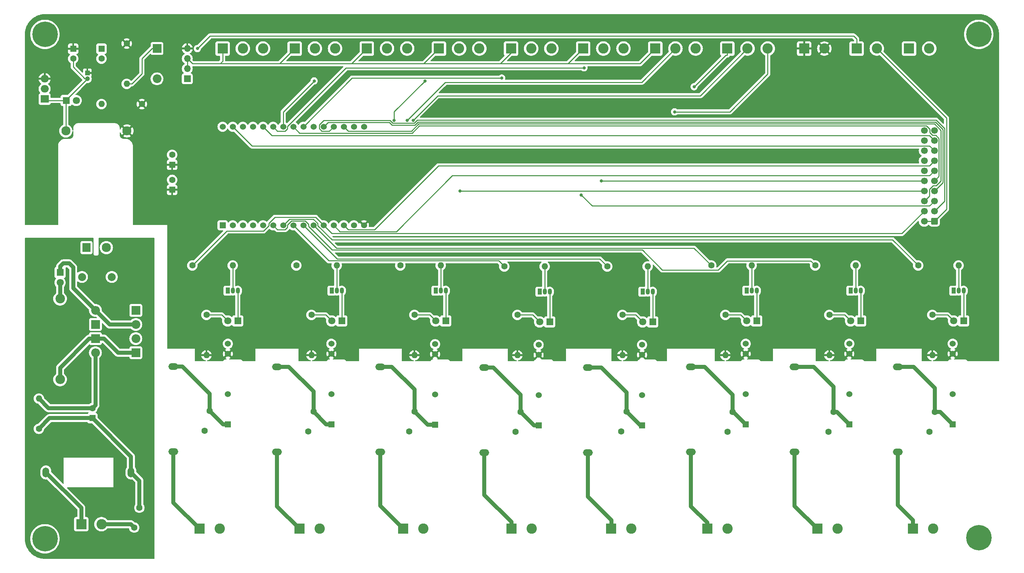
<source format=gbr>
%TF.GenerationSoftware,KiCad,Pcbnew,7.0.9-7.0.9~ubuntu23.04.1*%
%TF.CreationDate,2023-11-23T11:23:06-03:00*%
%TF.ProjectId,projeto_luz_prefeitura_02,70726f6a-6574-46f5-9f6c-757a5f707265,rev?*%
%TF.SameCoordinates,Original*%
%TF.FileFunction,Copper,L1,Top*%
%TF.FilePolarity,Positive*%
%FSLAX46Y46*%
G04 Gerber Fmt 4.6, Leading zero omitted, Abs format (unit mm)*
G04 Created by KiCad (PCBNEW 7.0.9-7.0.9~ubuntu23.04.1) date 2023-11-23 11:23:06*
%MOMM*%
%LPD*%
G01*
G04 APERTURE LIST*
G04 Aperture macros list*
%AMRoundRect*
0 Rectangle with rounded corners*
0 $1 Rounding radius*
0 $2 $3 $4 $5 $6 $7 $8 $9 X,Y pos of 4 corners*
0 Add a 4 corners polygon primitive as box body*
4,1,4,$2,$3,$4,$5,$6,$7,$8,$9,$2,$3,0*
0 Add four circle primitives for the rounded corners*
1,1,$1+$1,$2,$3*
1,1,$1+$1,$4,$5*
1,1,$1+$1,$6,$7*
1,1,$1+$1,$8,$9*
0 Add four rect primitives between the rounded corners*
20,1,$1+$1,$2,$3,$4,$5,0*
20,1,$1+$1,$4,$5,$6,$7,0*
20,1,$1+$1,$6,$7,$8,$9,0*
20,1,$1+$1,$8,$9,$2,$3,0*%
G04 Aperture macros list end*
%TA.AperFunction,ComponentPad*%
%ADD10R,1.800000X1.800000*%
%TD*%
%TA.AperFunction,ComponentPad*%
%ADD11C,1.800000*%
%TD*%
%TA.AperFunction,ComponentPad*%
%ADD12R,2.600000X2.600000*%
%TD*%
%TA.AperFunction,ComponentPad*%
%ADD13C,2.600000*%
%TD*%
%TA.AperFunction,ComponentPad*%
%ADD14R,1.200000X1.200000*%
%TD*%
%TA.AperFunction,ComponentPad*%
%ADD15C,1.200000*%
%TD*%
%TA.AperFunction,ComponentPad*%
%ADD16R,1.600000X1.600000*%
%TD*%
%TA.AperFunction,ComponentPad*%
%ADD17C,1.600000*%
%TD*%
%TA.AperFunction,ComponentPad*%
%ADD18O,1.600000X1.600000*%
%TD*%
%TA.AperFunction,ComponentPad*%
%ADD19R,2.000000X1.905000*%
%TD*%
%TA.AperFunction,ComponentPad*%
%ADD20O,2.000000X1.905000*%
%TD*%
%TA.AperFunction,ComponentPad*%
%ADD21R,1.524000X1.524000*%
%TD*%
%TA.AperFunction,ComponentPad*%
%ADD22C,1.524000*%
%TD*%
%TA.AperFunction,ComponentPad*%
%ADD23R,1.050000X1.500000*%
%TD*%
%TA.AperFunction,ComponentPad*%
%ADD24O,1.050000X1.500000*%
%TD*%
%TA.AperFunction,ComponentPad*%
%ADD25C,6.400000*%
%TD*%
%TA.AperFunction,ComponentPad*%
%ADD26C,2.400000*%
%TD*%
%TA.AperFunction,ComponentPad*%
%ADD27O,2.400000X2.400000*%
%TD*%
%TA.AperFunction,ComponentPad*%
%ADD28O,2.500000X1.700000*%
%TD*%
%TA.AperFunction,ComponentPad*%
%ADD29R,2.200000X2.200000*%
%TD*%
%TA.AperFunction,ComponentPad*%
%ADD30O,2.200000X2.200000*%
%TD*%
%TA.AperFunction,ComponentPad*%
%ADD31O,1.700000X2.500000*%
%TD*%
%TA.AperFunction,ComponentPad*%
%ADD32C,2.000000*%
%TD*%
%TA.AperFunction,ComponentPad*%
%ADD33RoundRect,0.250000X0.600000X0.600000X-0.600000X0.600000X-0.600000X-0.600000X0.600000X-0.600000X0*%
%TD*%
%TA.AperFunction,ComponentPad*%
%ADD34C,1.700000*%
%TD*%
%TA.AperFunction,ComponentPad*%
%ADD35R,1.700000X1.700000*%
%TD*%
%TA.AperFunction,ComponentPad*%
%ADD36O,1.700000X1.700000*%
%TD*%
%TA.AperFunction,ComponentPad*%
%ADD37R,2.000000X2.300000*%
%TD*%
%TA.AperFunction,ComponentPad*%
%ADD38C,2.300000*%
%TD*%
%TA.AperFunction,ViaPad*%
%ADD39C,0.800000*%
%TD*%
%TA.AperFunction,Conductor*%
%ADD40C,0.250000*%
%TD*%
%TA.AperFunction,Conductor*%
%ADD41C,1.000000*%
%TD*%
G04 APERTURE END LIST*
D10*
%TO.P,DR6,1,K*%
%TO.N,Net-(DR6-K)*%
X205486000Y-104140000D03*
D11*
%TO.P,DR6,2,A*%
%TO.N,Net-(DR6-A)*%
X202946000Y-104140000D03*
%TD*%
D12*
%TO.P,JSENSOR6,1,Pin_1*%
%TO.N,/volt_selector*%
X161830700Y-35560000D03*
D13*
%TO.P,JSENSOR6,2,Pin_2*%
%TO.N,bidirectional_pin04*%
X166910700Y-35560000D03*
%TO.P,JSENSOR6,3,Pin_3*%
%TO.N,GND*%
X171990700Y-35560000D03*
%TD*%
D14*
%TO.P,C3,1*%
%TO.N,+5V*%
X37084000Y-41680000D03*
D15*
%TO.P,C3,2*%
%TO.N,GND*%
X37084000Y-43180000D03*
%TD*%
D16*
%TO.P,C4,1*%
%TO.N,+5V*%
X33528000Y-35600000D03*
D17*
%TO.P,C4,2*%
%TO.N,GND*%
X33528000Y-38100000D03*
%TD*%
D10*
%TO.P,DR5,1,K*%
%TO.N,Net-(DR5-K)*%
X179324000Y-104394000D03*
D11*
%TO.P,DR5,2,A*%
%TO.N,Net-(DR5-A)*%
X176784000Y-104394000D03*
%TD*%
D17*
%TO.P,RB5,1*%
%TO.N,rele_05*%
X167894000Y-90424000D03*
D18*
%TO.P,RB5,2*%
%TO.N,Net-(QR5-B)*%
X178054000Y-90424000D03*
%TD*%
D12*
%TO.P,JSENSOR5,1,Pin_1*%
%TO.N,/volt_selector*%
X143688600Y-35560000D03*
D13*
%TO.P,JSENSOR5,2,Pin_2*%
%TO.N,bidirectional_pin02*%
X148768600Y-35560000D03*
%TO.P,JSENSOR5,3,Pin_3*%
%TO.N,GND*%
X153848600Y-35560000D03*
%TD*%
D17*
%TO.P,RB2,1*%
%TO.N,rele_02*%
X89662000Y-90170000D03*
D18*
%TO.P,RB2,2*%
%TO.N,Net-(QR2-B)*%
X99822000Y-90170000D03*
%TD*%
D12*
%TO.P,J_GND1,1,Pin_1*%
%TO.N,GND*%
X243830000Y-35560000D03*
D13*
%TO.P,J_GND1,2,Pin_2*%
X248910000Y-35560000D03*
%TD*%
D19*
%TO.P,U4,1,GND*%
%TO.N,GND*%
X26345000Y-48260000D03*
D20*
%TO.P,U4,2,VO*%
%TO.N,+3V3*%
X26345000Y-45720000D03*
%TO.P,U4,3,VI*%
%TO.N,+5V*%
X26345000Y-43180000D03*
%TD*%
D10*
%TO.P,DR2,1,K*%
%TO.N,Net-(DR2-K)*%
X101092000Y-104140000D03*
D11*
%TO.P,DR2,2,A*%
%TO.N,Net-(DR2-A)*%
X98552000Y-104140000D03*
%TD*%
D17*
%TO.P,RVMAINS1,1*%
%TO.N,Net-(CLEDMAINS1-Pad1)*%
X50180000Y-151170000D03*
%TO.P,RVMAINS1,2*%
%TO.N,Net-(DHW2-A)*%
X48880000Y-156170000D03*
%TD*%
D21*
%TO.P,UR4,1*%
%TO.N,Net-(FHV4-Pad2)*%
X150622000Y-130472000D03*
D22*
%TO.P,UR4,2*%
%TO.N,Net-(JHV4-Pin_2)*%
X150622000Y-122852000D03*
%TO.P,UR4,3*%
%TO.N,+5V*%
X150622000Y-112692000D03*
%TO.P,UR4,4*%
%TO.N,Net-(DR4-K)*%
X150622000Y-110152000D03*
%TD*%
D12*
%TO.P,JHV6,1,Pin_1*%
%TO.N,Net-(JHV6-Pin_1)*%
X193040000Y-156464000D03*
D13*
%TO.P,JHV6,2,Pin_2*%
%TO.N,Net-(JHV6-Pin_2)*%
X198120000Y-156464000D03*
%TD*%
D23*
%TO.P,QR8,1,E*%
%TO.N,GND*%
X255016000Y-96520000D03*
D24*
%TO.P,QR8,2,B*%
%TO.N,Net-(QR8-B)*%
X256286000Y-96520000D03*
%TO.P,QR8,3,C*%
%TO.N,Net-(DR8-K)*%
X257556000Y-96520000D03*
%TD*%
D10*
%TO.P,DR3,1,K*%
%TO.N,Net-(DR3-K)*%
X127254000Y-104140000D03*
D11*
%TO.P,DR3,2,A*%
%TO.N,Net-(DR3-A)*%
X124714000Y-104140000D03*
%TD*%
D25*
%TO.P,H4,1*%
%TO.N,N/C*%
X261366000Y-158750000D03*
%TD*%
D17*
%TO.P,RB1,1*%
%TO.N,rele_01*%
X63500000Y-90170000D03*
D18*
%TO.P,RB1,2*%
%TO.N,Net-(QR1-B)*%
X73660000Y-90170000D03*
%TD*%
D17*
%TO.P,RR3,1*%
%TO.N,Net-(DR3-A)*%
X119380000Y-102616000D03*
D18*
%TO.P,RR3,2*%
%TO.N,+5V*%
X119380000Y-112776000D03*
%TD*%
D10*
%TO.P,DR8,1,K*%
%TO.N,Net-(DR8-K)*%
X257556000Y-104140000D03*
D11*
%TO.P,DR8,2,A*%
%TO.N,Net-(DR8-A)*%
X255016000Y-104140000D03*
%TD*%
D17*
%TO.P,RV7,1*%
%TO.N,Net-(JHV7-Pin_2)*%
X223520000Y-132080000D03*
%TO.P,RV7,2*%
%TO.N,Net-(FHV7-Pad2)*%
X224820000Y-127080000D03*
%TD*%
D26*
%TO.P,RLEDMAINS1,1*%
%TO.N,Net-(DMAINS1-A)*%
X30226000Y-98552000D03*
D27*
%TO.P,RLEDMAINS1,2*%
%TO.N,Net-(DHW1-K)*%
X30226000Y-118872000D03*
%TD*%
D25*
%TO.P,H2,1*%
%TO.N,N/C*%
X261366000Y-32004000D03*
%TD*%
D17*
%TO.P,R2,1*%
%TO.N,+5V*%
X46990000Y-34290000D03*
D18*
%TO.P,R2,2*%
%TO.N,Net-(D2-K)*%
X46990000Y-44450000D03*
%TD*%
D17*
%TO.P,RR5,1*%
%TO.N,Net-(DR5-A)*%
X171704000Y-102616000D03*
D18*
%TO.P,RR5,2*%
%TO.N,+5V*%
X171704000Y-112776000D03*
%TD*%
D28*
%TO.P,FHV7,1*%
%TO.N,Net-(JHV7-Pin_1)*%
X215009600Y-137140400D03*
%TO.P,FHV7,2*%
%TO.N,Net-(FHV7-Pad2)*%
X215009600Y-115710400D03*
%TD*%
D10*
%TO.P,DR1,1,K*%
%TO.N,Net-(DR1-K)*%
X74930000Y-104140000D03*
D11*
%TO.P,DR1,2,A*%
%TO.N,Net-(DR1-A)*%
X72390000Y-104140000D03*
%TD*%
D21*
%TO.P,UR7,1*%
%TO.N,Net-(FHV7-Pad2)*%
X228784000Y-130200400D03*
D22*
%TO.P,UR7,2*%
%TO.N,Net-(JHV7-Pin_2)*%
X228784000Y-122580400D03*
%TO.P,UR7,3*%
%TO.N,+5V*%
X228784000Y-112420400D03*
%TO.P,UR7,4*%
%TO.N,Net-(DR7-K)*%
X228784000Y-109880400D03*
%TD*%
D28*
%TO.P,FHV3,1*%
%TO.N,Net-(JHV3-Pin_1)*%
X110817000Y-137115000D03*
%TO.P,FHV3,2*%
%TO.N,Net-(FHV3-Pad2)*%
X110817000Y-115685000D03*
%TD*%
D12*
%TO.P,J_POS_5V1,1,Pin_1*%
%TO.N,+5V*%
X217441900Y-35560000D03*
D13*
%TO.P,J_POS_5V1,2,Pin_2*%
X222521900Y-35560000D03*
%TD*%
D21*
%TO.P,UR2,1*%
%TO.N,Net-(FHV2-Pad2)*%
X98477600Y-130200400D03*
D22*
%TO.P,UR2,2*%
%TO.N,Net-(JHV2-Pin_2)*%
X98477600Y-122580400D03*
%TO.P,UR2,3*%
%TO.N,+5V*%
X98477600Y-112420400D03*
%TO.P,UR2,4*%
%TO.N,Net-(DR2-K)*%
X98477600Y-109880400D03*
%TD*%
D17*
%TO.P,RV3,1*%
%TO.N,Net-(JHV3-Pin_2)*%
X118080000Y-132000000D03*
%TO.P,RV3,2*%
%TO.N,Net-(FHV3-Pad2)*%
X119380000Y-127000000D03*
%TD*%
D12*
%TO.P,JSENSOR7,1,Pin_1*%
%TO.N,/volt_selector*%
X179972900Y-35560000D03*
D13*
%TO.P,JSENSOR7,2,Pin_2*%
%TO.N,bidirectional_pin06*%
X185052900Y-35560000D03*
%TO.P,JSENSOR7,3,Pin_3*%
%TO.N,GND*%
X190132900Y-35560000D03*
%TD*%
D17*
%TO.P,RB3,1*%
%TO.N,rele_03*%
X115824000Y-90170000D03*
D18*
%TO.P,RB3,2*%
%TO.N,Net-(QR3-B)*%
X125984000Y-90170000D03*
%TD*%
D28*
%TO.P,FHV8,1*%
%TO.N,Net-(JHV8-Pin_1)*%
X241044600Y-137140400D03*
%TO.P,FHV8,2*%
%TO.N,Net-(FHV8-Pad2)*%
X241044600Y-115710400D03*
%TD*%
%TO.P,FHV5,1*%
%TO.N,Net-(JHV5-Pin_1)*%
X162992200Y-137285000D03*
%TO.P,FHV5,2*%
%TO.N,Net-(FHV5-Pad2)*%
X162992200Y-115855000D03*
%TD*%
D23*
%TO.P,QR3,1,E*%
%TO.N,GND*%
X124714000Y-96520000D03*
D24*
%TO.P,QR3,2,B*%
%TO.N,Net-(QR3-B)*%
X125984000Y-96520000D03*
%TO.P,QR3,3,C*%
%TO.N,Net-(DR3-K)*%
X127254000Y-96520000D03*
%TD*%
D17*
%TO.P,RV6,1*%
%TO.N,Net-(JHV6-Pin_2)*%
X198120000Y-132080000D03*
%TO.P,RV6,2*%
%TO.N,Net-(FHV6-Pad2)*%
X199420000Y-127080000D03*
%TD*%
D12*
%TO.P,JHV1,1,Pin_1*%
%TO.N,Net-(JHV1-Pin_1)*%
X65278000Y-156464000D03*
D13*
%TO.P,JHV1,2,Pin_2*%
%TO.N,Net-(JHV1-Pin_2)*%
X70358000Y-156464000D03*
%TD*%
D23*
%TO.P,QR5,1,E*%
%TO.N,GND*%
X176784000Y-96774000D03*
D24*
%TO.P,QR5,2,B*%
%TO.N,Net-(QR5-B)*%
X178054000Y-96774000D03*
%TO.P,QR5,3,C*%
%TO.N,Net-(DR5-K)*%
X179324000Y-96774000D03*
%TD*%
D21*
%TO.P,UR6,1*%
%TO.N,Net-(FHV6-Pad2)*%
X202749000Y-130200400D03*
D22*
%TO.P,UR6,2*%
%TO.N,Net-(JHV6-Pin_2)*%
X202749000Y-122580400D03*
%TO.P,UR6,3*%
%TO.N,+5V*%
X202749000Y-112420400D03*
%TO.P,UR6,4*%
%TO.N,Net-(DR6-K)*%
X202749000Y-109880400D03*
%TD*%
D23*
%TO.P,QR6,1,E*%
%TO.N,GND*%
X202946000Y-96520000D03*
D24*
%TO.P,QR6,2,B*%
%TO.N,Net-(QR6-B)*%
X204216000Y-96520000D03*
%TO.P,QR6,3,C*%
%TO.N,Net-(DR6-K)*%
X205486000Y-96520000D03*
%TD*%
D17*
%TO.P,R1,1*%
%TO.N,+5V*%
X50800000Y-49530000D03*
D18*
%TO.P,R1,2*%
%TO.N,Net-(D1-A)*%
X40640000Y-49530000D03*
%TD*%
D12*
%TO.P,JHV7,1,Pin_1*%
%TO.N,Net-(JHV7-Pin_1)*%
X220726000Y-156464000D03*
D13*
%TO.P,JHV7,2,Pin_2*%
%TO.N,Net-(JHV7-Pin_2)*%
X225806000Y-156464000D03*
%TD*%
D12*
%TO.P,JSENSOR8,1,Pin_1*%
%TO.N,bidirectional_pin09*%
X198115000Y-35560000D03*
D13*
%TO.P,JSENSOR8,2,Pin_2*%
%TO.N,bidirectional_pin08*%
X203195000Y-35560000D03*
%TO.P,JSENSOR8,3,Pin_3*%
%TO.N,bidirectional_pin10*%
X208275000Y-35560000D03*
%TD*%
D17*
%TO.P,RV8,1*%
%TO.N,Net-(JHV8-Pin_2)*%
X248999000Y-132080000D03*
%TO.P,RV8,2*%
%TO.N,Net-(FHV8-Pad2)*%
X250299000Y-127080000D03*
%TD*%
D29*
%TO.P,D2,1,K*%
%TO.N,Net-(D2-K)*%
X54610000Y-35560000D03*
D30*
%TO.P,D2,2,A*%
%TO.N,GND*%
X54610000Y-43180000D03*
%TD*%
D16*
%TO.P,C5,1*%
%TO.N,+3V3*%
X40640000Y-35600000D03*
D17*
%TO.P,C5,2*%
%TO.N,GND*%
X40640000Y-38100000D03*
%TD*%
%TO.P,RB8,1*%
%TO.N,rele_08*%
X246126000Y-90170000D03*
D18*
%TO.P,RB8,2*%
%TO.N,Net-(QR8-B)*%
X256286000Y-90170000D03*
%TD*%
D21*
%TO.P,U1,1,EN*%
%TO.N,bidirectional_pin11*%
X71120000Y-80050000D03*
D22*
%TO.P,U1,2,GPIO36/ADC1_0/RTC_IO0/SENSORVP*%
%TO.N,bidirectional_pin09*%
X73660000Y-80050000D03*
%TO.P,U1,3,GPIO39/ADC1_3/RTC_IO3/SENSORVN*%
%TO.N,bidirectional_pin10*%
X76200000Y-80050000D03*
%TO.P,U1,4,GPIO34/ADC1_6/RTC_IO4*%
%TO.N,bidirectional_pin06*%
X78740000Y-80050000D03*
%TO.P,U1,5,GPIO35/ADC1_7/RTC_IO5*%
%TO.N,bidirectional_pin07*%
X81280000Y-80050000D03*
%TO.P,U1,6,GPIO32/ADC1_4/RTC_IO9/TOUCH9*%
%TO.N,rele_07*%
X83820000Y-80050000D03*
%TO.P,U1,7,GPIO33/ADC1_5/RTC_IO8/TOUCH8*%
%TO.N,rele_08*%
X86360000Y-80050000D03*
%TO.P,U1,8,GPIO25/ADC2_8/RTC_IO6/DAC_1*%
%TO.N,rele_04*%
X88900000Y-80050000D03*
%TO.P,U1,9,GPIO26/ADC2_9/RTC_IO7/DAC_2*%
%TO.N,rele_05*%
X91440000Y-80050000D03*
%TO.P,U1,10,GPIO27/ADC2_7/RTC_IO17/TOUCH7*%
%TO.N,rele_06*%
X93980000Y-80050000D03*
%TO.P,U1,11,GPIO14/ADC2_6/RTC_IO16/TOUCH6/HSPI_CLK*%
%TO.N,rele_01*%
X96520000Y-80050000D03*
%TO.P,U1,12,GPIO12/ADC2_5/RTC_IO15/TOUCH5/HSPI_MISO*%
%TO.N,button_Relay05*%
X99060000Y-80050000D03*
%TO.P,U1,13,GPIO13/ADC2_4/RTC_IO14/TOUCH4/HSPI_MOSI*%
%TO.N,button_Relay06*%
X101600000Y-80050000D03*
%TO.P,U1,14,GND*%
%TO.N,bidirectional_pin08*%
X104140000Y-80050000D03*
%TO.P,U1,15,VIN*%
%TO.N,+5V*%
X106680000Y-80050000D03*
%TO.P,U1,16,3V3*%
%TO.N,unconnected-(U1-Pad16)*%
X106680000Y-55234000D03*
%TO.P,U1,17,GND*%
%TO.N,GND*%
X104140000Y-55234000D03*
%TO.P,U1,18,GPIO15/ADC2_3/RTC_IO13/TOUCH3/HSPI_CS0*%
%TO.N,rele_02*%
X101600000Y-55234000D03*
%TO.P,U1,19,GPIO2/ADC2_2/RTC_IO12/TOUCH2*%
%TO.N,button_Relay01*%
X99060000Y-55234000D03*
%TO.P,U1,20,GPIO4/ADC2_0/RTC_IO10/TOUCH0*%
%TO.N,button_Relay03*%
X96520000Y-55234000D03*
%TO.P,U1,21,GPIO16/UART2_RXD*%
%TO.N,rele_03*%
X93980000Y-55234000D03*
%TO.P,U1,22,GPIO17/UART2_TXD*%
%TO.N,bidirectional_pin02*%
X91440000Y-55234000D03*
%TO.P,U1,23,GPIO5/VSPI_CS0*%
%TO.N,button_Relay04*%
X88900000Y-55234000D03*
%TO.P,U1,24,GPIO18/VSPI_CLK*%
%TO.N,bidirectional_pin03*%
X86360000Y-55234000D03*
%TO.P,U1,25,GPIO19/VSPI_MISO*%
%TO.N,bidirectional_pin04*%
X83820000Y-55234000D03*
%TO.P,U1,26,GPIO21/SDA*%
%TO.N,button_Relay08*%
X81280000Y-55234000D03*
%TO.P,U1,27,GPIO3/UART0_RXD*%
%TO.N,button_Relay02*%
X78740000Y-55234000D03*
%TO.P,U1,28,GPIO1/UART0_TXD*%
%TO.N,bidirectional_pin01*%
X76200000Y-55234000D03*
%TO.P,U1,29,GPIO22/SCL*%
%TO.N,button_Relay07*%
X73660000Y-55234000D03*
%TO.P,U1,30,GPIO23/VSPI_MOSI*%
%TO.N,bidirectional_pin05*%
X71120000Y-55234000D03*
%TD*%
D12*
%TO.P,JSENSOR1,1,Pin_1*%
%TO.N,/volt_selector*%
X71120000Y-35560000D03*
D13*
%TO.P,JSENSOR1,2,Pin_2*%
%TO.N,bidirectional_pin01*%
X76200000Y-35560000D03*
%TO.P,JSENSOR1,3,Pin_3*%
%TO.N,GND*%
X81280000Y-35560000D03*
%TD*%
D12*
%TO.P,JHV2,1,Pin_1*%
%TO.N,Net-(JHV2-Pin_1)*%
X90424000Y-156464000D03*
D13*
%TO.P,JHV2,2,Pin_2*%
%TO.N,Net-(JHV2-Pin_2)*%
X95504000Y-156464000D03*
%TD*%
D29*
%TO.P,DHW4,1,K*%
%TO.N,Net-(DHW2-A)*%
X49279900Y-101466600D03*
D30*
%TO.P,DHW4,2,A*%
%TO.N,Net-(DHW3-A)*%
X39119900Y-101466600D03*
%TD*%
D10*
%TO.P,D1,1,K*%
%TO.N,GND*%
X31750000Y-48634600D03*
D11*
%TO.P,D1,2,A*%
%TO.N,Net-(D1-A)*%
X34290000Y-48634600D03*
%TD*%
D25*
%TO.P,H1,1*%
%TO.N,N/C*%
X26416000Y-32004000D03*
%TD*%
D28*
%TO.P,FHV2,1*%
%TO.N,Net-(JHV2-Pin_1)*%
X84834600Y-137140400D03*
%TO.P,FHV2,2*%
%TO.N,Net-(FHV2-Pad2)*%
X84834600Y-115710400D03*
%TD*%
D10*
%TO.P,DR7,1,K*%
%TO.N,Net-(DR7-K)*%
X231648000Y-104140000D03*
D11*
%TO.P,DR7,2,A*%
%TO.N,Net-(DR7-A)*%
X229108000Y-104140000D03*
%TD*%
D17*
%TO.P,RR6,1*%
%TO.N,Net-(DR6-A)*%
X197612000Y-102616000D03*
D18*
%TO.P,RR6,2*%
%TO.N,+5V*%
X197612000Y-112776000D03*
%TD*%
D25*
%TO.P,H3,1*%
%TO.N,N/C*%
X26416000Y-159004000D03*
%TD*%
D31*
%TO.P,FMAINS1,1*%
%TO.N,Net-(JMAINS1-Pin_1)*%
X26643900Y-142280600D03*
%TO.P,FMAINS1,2*%
%TO.N,Net-(CLEDMAINS1-Pad1)*%
X48073900Y-142280600D03*
%TD*%
D16*
%TO.P,C2,1*%
%TO.N,+5V*%
X58420000Y-71120000D03*
D17*
%TO.P,C2,2*%
%TO.N,GND*%
X58420000Y-68620000D03*
%TD*%
%TO.P,RR2,1*%
%TO.N,Net-(DR2-A)*%
X93472000Y-102616000D03*
D18*
%TO.P,RR2,2*%
%TO.N,+5V*%
X93472000Y-112776000D03*
%TD*%
D17*
%TO.P,RV5,1*%
%TO.N,Net-(JHV5-Pin_2)*%
X171420000Y-132000000D03*
%TO.P,RV5,2*%
%TO.N,Net-(FHV5-Pad2)*%
X172720000Y-127000000D03*
%TD*%
%TO.P,RB7,1*%
%TO.N,rele_07*%
X220218000Y-90170000D03*
D18*
%TO.P,RB7,2*%
%TO.N,Net-(QR7-B)*%
X230378000Y-90170000D03*
%TD*%
D10*
%TO.P,DR4,1,K*%
%TO.N,Net-(DR4-K)*%
X153416000Y-104394000D03*
D11*
%TO.P,DR4,2,A*%
%TO.N,Net-(DR4-A)*%
X150876000Y-104394000D03*
%TD*%
D12*
%TO.P,JSENSOR4,1,Pin_1*%
%TO.N,/volt_selector*%
X125546400Y-35560000D03*
D13*
%TO.P,JSENSOR4,2,Pin_2*%
%TO.N,bidirectional_pin07*%
X130626400Y-35560000D03*
%TO.P,JSENSOR4,3,Pin_3*%
%TO.N,GND*%
X135706400Y-35560000D03*
%TD*%
D12*
%TO.P,JHV3,1,Pin_1*%
%TO.N,Net-(JHV3-Pin_1)*%
X116581000Y-156464000D03*
D13*
%TO.P,JHV3,2,Pin_2*%
%TO.N,Net-(JHV3-Pin_2)*%
X121661000Y-156464000D03*
%TD*%
D17*
%TO.P,RV1,1*%
%TO.N,Net-(JHV1-Pin_2)*%
X66548000Y-131826000D03*
%TO.P,RV1,2*%
%TO.N,Net-(FHV1-Pad1)*%
X67848000Y-126826000D03*
%TD*%
%TO.P,RV4,1*%
%TO.N,Net-(JHV4-Pin_2)*%
X144780000Y-132080000D03*
%TO.P,RV4,2*%
%TO.N,Net-(FHV4-Pad2)*%
X146080000Y-127080000D03*
%TD*%
D28*
%TO.P,FHV4,1*%
%TO.N,Net-(JHV4-Pin_1)*%
X136957200Y-137285000D03*
%TO.P,FHV4,2*%
%TO.N,Net-(FHV4-Pad2)*%
X136957200Y-115855000D03*
%TD*%
D17*
%TO.P,RB4,1*%
%TO.N,rele_04*%
X141986000Y-90424000D03*
D18*
%TO.P,RB4,2*%
%TO.N,Net-(QR4-B)*%
X152146000Y-90424000D03*
%TD*%
D17*
%TO.P,RR4,1*%
%TO.N,Net-(DR4-A)*%
X145288000Y-102616000D03*
D18*
%TO.P,RR4,2*%
%TO.N,+5V*%
X145288000Y-112776000D03*
%TD*%
D12*
%TO.P,JHV8,1,Pin_1*%
%TO.N,Net-(JHV8-Pin_1)*%
X244851000Y-156464000D03*
D13*
%TO.P,JHV8,2,Pin_2*%
%TO.N,Net-(JHV8-Pin_2)*%
X249931000Y-156464000D03*
%TD*%
D29*
%TO.P,DHW2,1,K*%
%TO.N,Net-(DHW1-K)*%
X39119900Y-108578600D03*
D30*
%TO.P,DHW2,2,A*%
%TO.N,Net-(DHW2-A)*%
X49279900Y-108578600D03*
%TD*%
D12*
%TO.P,JHV4,1,Pin_1*%
%TO.N,Net-(JHV4-Pin_1)*%
X143764000Y-156464000D03*
D13*
%TO.P,JHV4,2,Pin_2*%
%TO.N,Net-(JHV4-Pin_2)*%
X148844000Y-156464000D03*
%TD*%
D28*
%TO.P,FHV6,1*%
%TO.N,Net-(JHV6-Pin_1)*%
X188974600Y-137140400D03*
%TO.P,FHV6,2*%
%TO.N,Net-(FHV6-Pad2)*%
X188974600Y-115710400D03*
%TD*%
D23*
%TO.P,QR2,1,E*%
%TO.N,GND*%
X98552000Y-96520000D03*
D24*
%TO.P,QR2,2,B*%
%TO.N,Net-(QR2-B)*%
X99822000Y-96520000D03*
%TO.P,QR2,3,C*%
%TO.N,Net-(DR2-K)*%
X101092000Y-96520000D03*
%TD*%
D21*
%TO.P,UR8,1*%
%TO.N,Net-(FHV8-Pad2)*%
X254819000Y-130200400D03*
D22*
%TO.P,UR8,2*%
%TO.N,Net-(JHV8-Pin_2)*%
X254819000Y-122580400D03*
%TO.P,UR8,3*%
%TO.N,+5V*%
X254819000Y-112420400D03*
%TO.P,UR8,4*%
%TO.N,Net-(DR8-K)*%
X254819000Y-109880400D03*
%TD*%
D21*
%TO.P,UR1,1*%
%TO.N,Net-(FHV1-Pad1)*%
X72452800Y-130200400D03*
D22*
%TO.P,UR1,2*%
%TO.N,Net-(JHV1-Pin_2)*%
X72452800Y-122580400D03*
%TO.P,UR1,3*%
%TO.N,+5V*%
X72452800Y-112420400D03*
%TO.P,UR1,4*%
%TO.N,Net-(DR1-K)*%
X72452800Y-109880400D03*
%TD*%
D23*
%TO.P,QR7,1,E*%
%TO.N,GND*%
X229108000Y-96520000D03*
D24*
%TO.P,QR7,2,B*%
%TO.N,Net-(QR7-B)*%
X230378000Y-96520000D03*
%TO.P,QR7,3,C*%
%TO.N,Net-(DR7-K)*%
X231648000Y-96520000D03*
%TD*%
D17*
%TO.P,RR8,1*%
%TO.N,Net-(DR8-A)*%
X249682000Y-102616000D03*
D18*
%TO.P,RR8,2*%
%TO.N,+5V*%
X249682000Y-112776000D03*
%TD*%
D12*
%TO.P,J_POS_3V1,1,Pin_1*%
%TO.N,+3V3*%
X230649000Y-35560000D03*
D13*
%TO.P,J_POS_3V1,2,Pin_2*%
X235729000Y-35560000D03*
%TD*%
D21*
%TO.P,UR5,1*%
%TO.N,Net-(FHV5-Pad2)*%
X176657000Y-130472000D03*
D22*
%TO.P,UR5,2*%
%TO.N,Net-(JHV5-Pin_2)*%
X176657000Y-122852000D03*
%TO.P,UR5,3*%
%TO.N,+5V*%
X176657000Y-112692000D03*
%TO.P,UR5,4*%
%TO.N,Net-(DR5-K)*%
X176657000Y-110152000D03*
%TD*%
D29*
%TO.P,DHW1,1,K*%
%TO.N,Net-(DHW1-K)*%
X49279900Y-112134600D03*
D30*
%TO.P,DHW1,2,A*%
%TO.N,Net-(DHW1-A)*%
X39119900Y-112134600D03*
%TD*%
D32*
%TO.P,CMAINS1,1*%
%TO.N,Net-(DHW1-A)*%
X35732000Y-93065600D03*
%TO.P,CMAINS1,2*%
%TO.N,Net-(DHW2-A)*%
X43232000Y-93065600D03*
%TD*%
D12*
%TO.P,JSENSOR2,1,Pin_1*%
%TO.N,/volt_selector*%
X89262100Y-35560000D03*
D13*
%TO.P,JSENSOR2,2,Pin_2*%
%TO.N,bidirectional_pin03*%
X94342100Y-35560000D03*
%TO.P,JSENSOR2,3,Pin_3*%
%TO.N,GND*%
X99422100Y-35560000D03*
%TD*%
D21*
%TO.P,UR3,1*%
%TO.N,Net-(FHV3-Pad2)*%
X124587000Y-130302000D03*
D22*
%TO.P,UR3,2*%
%TO.N,Net-(JHV3-Pin_2)*%
X124587000Y-122682000D03*
%TO.P,UR3,3*%
%TO.N,+5V*%
X124587000Y-112522000D03*
%TO.P,UR3,4*%
%TO.N,Net-(DR3-K)*%
X124587000Y-109982000D03*
%TD*%
D23*
%TO.P,QR1,1,E*%
%TO.N,GND*%
X72390000Y-96520000D03*
D24*
%TO.P,QR1,2,B*%
%TO.N,Net-(QR1-B)*%
X73660000Y-96520000D03*
%TO.P,QR1,3,C*%
%TO.N,Net-(DR1-K)*%
X74930000Y-96520000D03*
%TD*%
D23*
%TO.P,QR4,1,E*%
%TO.N,GND*%
X150876000Y-96774000D03*
D24*
%TO.P,QR4,2,B*%
%TO.N,Net-(QR4-B)*%
X152146000Y-96774000D03*
%TO.P,QR4,3,C*%
%TO.N,Net-(DR4-K)*%
X153416000Y-96774000D03*
%TD*%
D28*
%TO.P,FHV1,1*%
%TO.N,Net-(FHV1-Pad1)*%
X58715800Y-115640400D03*
%TO.P,FHV1,2*%
%TO.N,Net-(JHV1-Pin_1)*%
X58715800Y-137070400D03*
%TD*%
D17*
%TO.P,RR7,1*%
%TO.N,Net-(DR7-A)*%
X223774000Y-102616000D03*
D18*
%TO.P,RR7,2*%
%TO.N,+5V*%
X223774000Y-112776000D03*
%TD*%
D33*
%TO.P,JKB1,1,Pin_1*%
%TO.N,+3V3*%
X250190000Y-79056000D03*
D34*
%TO.P,JKB1,2,Pin_2*%
X247650000Y-79056000D03*
%TO.P,JKB1,3,Pin_3*%
%TO.N,button_Relay01*%
X250190000Y-76516000D03*
%TO.P,JKB1,4,Pin_4*%
%TO.N,rele_01*%
X247650000Y-76516000D03*
%TO.P,JKB1,5,Pin_5*%
%TO.N,button_Relay02*%
X250190000Y-73976000D03*
%TO.P,JKB1,6,Pin_6*%
%TO.N,rele_02*%
X247650000Y-73976000D03*
%TO.P,JKB1,7,Pin_7*%
%TO.N,button_Relay03*%
X250190000Y-71436000D03*
%TO.P,JKB1,8,Pin_8*%
%TO.N,rele_03*%
X247650000Y-71436000D03*
%TO.P,JKB1,9,Pin_9*%
%TO.N,button_Relay04*%
X250190000Y-68896000D03*
%TO.P,JKB1,10,Pin_10*%
%TO.N,rele_04*%
X247650000Y-68896000D03*
%TO.P,JKB1,11,Pin_11*%
%TO.N,button_Relay05*%
X250190000Y-66356000D03*
%TO.P,JKB1,12,Pin_12*%
%TO.N,rele_05*%
X247650000Y-66356000D03*
%TO.P,JKB1,13,Pin_13*%
%TO.N,button_Relay06*%
X250190000Y-63816000D03*
%TO.P,JKB1,14,Pin_14*%
%TO.N,rele_06*%
X247650000Y-63816000D03*
%TO.P,JKB1,15,Pin_15*%
%TO.N,button_Relay07*%
X250190000Y-61276000D03*
%TO.P,JKB1,16,Pin_16*%
%TO.N,rele_07*%
X247650000Y-61276000D03*
%TO.P,JKB1,17,Pin_17*%
%TO.N,button_Relay08*%
X250190000Y-58736000D03*
%TO.P,JKB1,18,Pin_18*%
%TO.N,rele_08*%
X247650000Y-58736000D03*
%TO.P,JKB1,19,Pin_19*%
%TO.N,GND*%
X250190000Y-56196000D03*
%TO.P,JKB1,20,Pin_20*%
X247650000Y-56196000D03*
%TD*%
D35*
%TO.P,JVSELECTOR1,1,Pin_1*%
%TO.N,+3V3*%
X62230000Y-43170000D03*
D36*
%TO.P,JVSELECTOR1,2,Pin_2*%
%TO.N,/volt_selector*%
X62230000Y-40630000D03*
%TO.P,JVSELECTOR1,3,Pin_3*%
X62230000Y-38090000D03*
%TO.P,JVSELECTOR1,4,Pin_4*%
%TO.N,+5V*%
X62230000Y-35550000D03*
%TD*%
D16*
%TO.P,CLEDMAINS1,1*%
%TO.N,Net-(CLEDMAINS1-Pad1)*%
X38362900Y-128601400D03*
D17*
%TO.P,CLEDMAINS1,2*%
%TO.N,Net-(DHW1-A)*%
X38362900Y-126101400D03*
%TD*%
%TO.P,RB6,1*%
%TO.N,rele_06*%
X194056000Y-90170000D03*
D18*
%TO.P,RB6,2*%
%TO.N,Net-(QR6-B)*%
X204216000Y-90170000D03*
%TD*%
D17*
%TO.P,RV2,1*%
%TO.N,Net-(JHV2-Pin_2)*%
X92680000Y-132000000D03*
%TO.P,RV2,2*%
%TO.N,Net-(FHV2-Pad2)*%
X93980000Y-127000000D03*
%TD*%
%TO.P,RBLEEDER1,1*%
%TO.N,Net-(CLEDMAINS1-Pad1)*%
X24892000Y-131293700D03*
D18*
%TO.P,RBLEEDER1,2*%
%TO.N,Net-(DHW1-A)*%
X24892000Y-123673700D03*
%TD*%
D16*
%TO.P,C1,1*%
%TO.N,+5V*%
X58420000Y-64810000D03*
D17*
%TO.P,C1,2*%
%TO.N,GND*%
X58420000Y-62310000D03*
%TD*%
D29*
%TO.P,DHW3,1,K*%
%TO.N,Net-(DHW1-A)*%
X39119900Y-105022600D03*
D30*
%TO.P,DHW3,2,A*%
%TO.N,Net-(DHW3-A)*%
X49279900Y-105022600D03*
%TD*%
D37*
%TO.P,PS1,1,AC/L*%
%TO.N,Net-(DHW1-A)*%
X36870000Y-85682500D03*
D38*
%TO.P,PS1,2,AC/N*%
%TO.N,Net-(DHW2-A)*%
X41870000Y-85682500D03*
%TO.P,PS1,3,-Vout*%
%TO.N,GND*%
X31670000Y-56282500D03*
%TO.P,PS1,4,+Vout*%
%TO.N,+5V*%
X47070000Y-56282500D03*
%TD*%
D10*
%TO.P,DMAINS1,1,K*%
%TO.N,Net-(DHW3-A)*%
X30226000Y-91948000D03*
D11*
%TO.P,DMAINS1,2,A*%
%TO.N,Net-(DMAINS1-A)*%
X30226000Y-94488000D03*
%TD*%
D12*
%TO.P,JSENSOR3,1,Pin_1*%
%TO.N,/volt_selector*%
X107404300Y-35560000D03*
D13*
%TO.P,JSENSOR3,2,Pin_2*%
%TO.N,bidirectional_pin05*%
X112484300Y-35560000D03*
%TO.P,JSENSOR3,3,Pin_3*%
%TO.N,GND*%
X117564300Y-35560000D03*
%TD*%
D17*
%TO.P,RR1,1*%
%TO.N,Net-(DR1-A)*%
X67056000Y-102616000D03*
D18*
%TO.P,RR1,2*%
%TO.N,+5V*%
X67056000Y-112776000D03*
%TD*%
D12*
%TO.P,JHV5,1,Pin_1*%
%TO.N,Net-(JHV5-Pin_1)*%
X168905000Y-156464000D03*
D13*
%TO.P,JHV5,2,Pin_2*%
%TO.N,Net-(JHV5-Pin_2)*%
X173985000Y-156464000D03*
%TD*%
D12*
%TO.P,JMAINS1,1,Pin_1*%
%TO.N,Net-(JMAINS1-Pin_1)*%
X35560000Y-155314600D03*
D13*
%TO.P,JMAINS1,2,Pin_2*%
%TO.N,Net-(DHW2-A)*%
X40640000Y-155314600D03*
%TD*%
D39*
%TO.N,+5V*%
X68580000Y-44450000D03*
%TO.N,+3V3*%
X64770000Y-35560000D03*
%TO.N,bidirectional_pin02*%
X141337800Y-42990800D03*
%TO.N,bidirectional_pin03*%
X94156500Y-43719800D03*
%TO.N,bidirectional_pin04*%
X162052900Y-40417800D03*
%TO.N,bidirectional_pin06*%
X117583100Y-53622200D03*
%TO.N,bidirectional_pin07*%
X114254600Y-53622200D03*
X122019900Y-43717800D03*
%TO.N,bidirectional_pin08*%
X119048500Y-53622200D03*
%TO.N,bidirectional_pin09*%
X189744900Y-45179500D03*
%TO.N,bidirectional_pin10*%
X184835500Y-51502300D03*
%TO.N,button_Relay02*%
X161369600Y-72431400D03*
%TO.N,rele_03*%
X130849600Y-71436000D03*
%TO.N,rele_04*%
X166404700Y-68896000D03*
%TD*%
D40*
%TO.N,+5V*%
X145034000Y-112522000D02*
X145288000Y-112776000D01*
X98477600Y-112420000D02*
X98655400Y-112598000D01*
X72453200Y-112420000D02*
X72452800Y-112420000D01*
X98655400Y-112598000D02*
X98833200Y-112776000D01*
X145288000Y-112776000D02*
X145372000Y-112692000D01*
X98655200Y-112598000D02*
X98477600Y-112420400D01*
X202749400Y-112420000D02*
X202749000Y-112420400D01*
X228784400Y-112420000D02*
X228784000Y-112420400D01*
X72452800Y-112420400D02*
X72452800Y-112420000D01*
X176573000Y-112776000D02*
X176657000Y-112692000D01*
X98655400Y-112598000D02*
X98655200Y-112598000D01*
%TO.N,GND*%
X36484000Y-43180000D02*
X33528000Y-40224000D01*
X31750000Y-48634600D02*
X31750000Y-48514000D01*
X31670000Y-56282500D02*
X31670000Y-48714600D01*
X26719600Y-48634600D02*
X26345000Y-48260000D01*
X31750000Y-48514000D02*
X37084000Y-43180000D01*
X31670000Y-48714600D02*
X31750000Y-48634600D01*
X33528000Y-40224000D02*
X33528000Y-38100000D01*
X37084000Y-43180000D02*
X36484000Y-43180000D01*
X31750000Y-48634600D02*
X26719600Y-48634600D01*
%TO.N,+3V3*%
X229870000Y-32385000D02*
X205735000Y-32385000D01*
X253262100Y-53093100D02*
X253262100Y-75983900D01*
X230649000Y-35560000D02*
X230649000Y-33164000D01*
X235729000Y-35560000D02*
X253262100Y-53093100D01*
X205735000Y-32385000D02*
X67945000Y-32385000D01*
X250190000Y-79056000D02*
X247650000Y-79056000D01*
X67945000Y-32385000D02*
X64770000Y-35560000D01*
X230649000Y-33164000D02*
X229870000Y-32385000D01*
X253262100Y-75983900D02*
X250190000Y-79056000D01*
D41*
%TO.N,Net-(CLEDMAINS1-Pad1)*%
X48073500Y-138312000D02*
X38362900Y-128601400D01*
X48073900Y-142281000D02*
X48073900Y-142280600D01*
X27584300Y-128601400D02*
X24892000Y-131293700D01*
X48073900Y-142280600D02*
X48073900Y-138312000D01*
X50180000Y-151170000D02*
X50180000Y-144387000D01*
X48073900Y-138312000D02*
X48073500Y-138312000D01*
X27584300Y-128601000D02*
X27584300Y-128601400D01*
X38362900Y-128601000D02*
X27584300Y-128601000D01*
X50180000Y-144387000D02*
X48073900Y-142281000D01*
%TO.N,Net-(DHW1-A)*%
X39119900Y-112135000D02*
X39119900Y-125344000D01*
X38362900Y-126101000D02*
X27319700Y-126101000D01*
X27319700Y-126101000D02*
X24892000Y-123674000D01*
X39119900Y-125344000D02*
X38362900Y-126101000D01*
%TO.N,Net-(DHW2-A)*%
X40640400Y-155315000D02*
X48024600Y-155315000D01*
X48024600Y-155315000D02*
X48880000Y-156170000D01*
%TO.N,Net-(FHV2-Pad2)*%
X97180400Y-130200000D02*
X93980000Y-127000000D01*
X98477200Y-130200000D02*
X97180400Y-130200000D01*
X93980000Y-121920000D02*
X87770400Y-115710000D01*
X93980000Y-127000000D02*
X93980000Y-121920000D01*
X87770400Y-115710000D02*
X84835000Y-115710000D01*
%TO.N,Net-(JHV2-Pin_1)*%
X84834600Y-137140400D02*
X84834600Y-150875000D01*
X84834600Y-150875000D02*
X90424000Y-156464000D01*
X84834600Y-137140000D02*
X84834600Y-137140400D01*
%TO.N,Net-(FHV3-Pad2)*%
X113653000Y-115685000D02*
X110817000Y-115685000D01*
X119380000Y-121412000D02*
X113653000Y-115685000D01*
X124587000Y-130302000D02*
X122682000Y-130302000D01*
X122682000Y-130302000D02*
X119380000Y-127000000D01*
X119380000Y-127000000D02*
X119380000Y-121412000D01*
%TO.N,Net-(JHV3-Pin_1)*%
X110817000Y-150700000D02*
X116581000Y-156464000D01*
X110817000Y-137115000D02*
X110817000Y-150700000D01*
%TO.N,Net-(FHV4-Pad2)*%
X150622000Y-130472000D02*
X149472000Y-130472000D01*
X136957200Y-115855000D02*
X136957000Y-115855000D01*
X139223000Y-115855000D02*
X136957200Y-115855000D01*
X149472000Y-130472000D02*
X146080000Y-127080000D01*
X146080000Y-127080000D02*
X146080000Y-122712000D01*
X146080000Y-122712000D02*
X139223000Y-115855000D01*
%TO.N,Net-(JHV4-Pin_1)*%
X143764000Y-154762000D02*
X136957000Y-147955000D01*
X143764000Y-156464000D02*
X143764000Y-154762000D01*
X136957200Y-147954800D02*
X136957200Y-137285000D01*
X136957000Y-147955000D02*
X136957200Y-147954800D01*
%TO.N,Net-(FHV5-Pad2)*%
X162992200Y-115855000D02*
X162992000Y-115855000D01*
X176657000Y-130472000D02*
X176192000Y-130472000D01*
X166401000Y-115855000D02*
X162992200Y-115855000D01*
X172720000Y-122174000D02*
X166401000Y-115855000D01*
X172720000Y-127000000D02*
X172720000Y-122174000D01*
X176192000Y-130472000D02*
X172720000Y-127000000D01*
%TO.N,Net-(JHV5-Pin_1)*%
X162992200Y-148386800D02*
X162992200Y-137285000D01*
X162992000Y-148387000D02*
X168910000Y-154305000D01*
X162992000Y-148387000D02*
X162992200Y-148386800D01*
X168910000Y-154305000D02*
X168910000Y-156459000D01*
%TO.N,Net-(FHV6-Pad2)*%
X199420000Y-122712000D02*
X199420000Y-127080000D01*
X199420000Y-127080000D02*
X199628600Y-127080000D01*
X199628600Y-127080000D02*
X202749000Y-130200400D01*
X192418000Y-115710000D02*
X188975000Y-115710000D01*
X199420000Y-122712000D02*
X192418000Y-115710000D01*
%TO.N,Net-(JHV6-Pin_1)*%
X193040000Y-156464000D02*
X193040000Y-154940000D01*
X188974600Y-150874600D02*
X188974600Y-137140400D01*
X193040000Y-154940000D02*
X188974600Y-150874600D01*
%TO.N,Net-(FHV7-Pad2)*%
X224820000Y-127080000D02*
X225664000Y-127080000D01*
X224820000Y-127080000D02*
X224820000Y-120680000D01*
X225664000Y-127080000D02*
X228784000Y-130200000D01*
X219850000Y-115710000D02*
X215010000Y-115710000D01*
X224820000Y-120680000D02*
X219850000Y-115710000D01*
%TO.N,Net-(JHV7-Pin_1)*%
X215009600Y-150747600D02*
X215009600Y-137140400D01*
X220726000Y-156464000D02*
X215009600Y-150747600D01*
D40*
%TO.N,bidirectional_pin02*%
X103683200Y-42990800D02*
X141337800Y-42990800D01*
X91440000Y-55234000D02*
X103683200Y-42990800D01*
%TO.N,bidirectional_pin03*%
X86360000Y-55234000D02*
X86360000Y-51516300D01*
X86360000Y-51516300D02*
X94156500Y-43719800D01*
%TO.N,bidirectional_pin04*%
X102176300Y-40417800D02*
X162052900Y-40417800D01*
X84910100Y-56324100D02*
X86859400Y-56324100D01*
X87451500Y-55142600D02*
X102176300Y-40417800D01*
X83820000Y-55234000D02*
X84910100Y-56324100D01*
X86859400Y-56324100D02*
X87451500Y-55732000D01*
X87451500Y-55732000D02*
X87451500Y-55142600D01*
%TO.N,bidirectional_pin06*%
X185052900Y-35560000D02*
X176567800Y-44045100D01*
X127160200Y-44045100D02*
X117583100Y-53622200D01*
X176567800Y-44045100D02*
X127160200Y-44045100D01*
%TO.N,bidirectional_pin07*%
X114254600Y-53622200D02*
X114254600Y-51483100D01*
X114254600Y-51483100D02*
X122019900Y-43717800D01*
%TO.N,bidirectional_pin08*%
X125245400Y-47425300D02*
X119048500Y-53622200D01*
X203195000Y-35560000D02*
X191329700Y-47425300D01*
X191329700Y-47425300D02*
X125245400Y-47425300D01*
%TO.N,bidirectional_pin09*%
X197737500Y-37186900D02*
X198115000Y-37186900D01*
X189744900Y-45179500D02*
X197737500Y-37186900D01*
X198115000Y-35560000D02*
X198115000Y-37186900D01*
%TO.N,bidirectional_pin10*%
X198750500Y-51502300D02*
X208275000Y-41977800D01*
X184835500Y-51502300D02*
X198750500Y-51502300D01*
X208275000Y-41977800D02*
X208275000Y-35560000D01*
D41*
%TO.N,Net-(JHV8-Pin_1)*%
X244851000Y-156464000D02*
X244851000Y-154301000D01*
X244851000Y-154301000D02*
X241044600Y-150494600D01*
X241044600Y-150494600D02*
X241044600Y-137140400D01*
D40*
%TO.N,button_Relay01*%
X113279300Y-53674800D02*
X113953600Y-54349100D01*
X95430900Y-54770400D02*
X96526500Y-53674800D01*
X252778400Y-55720400D02*
X252778400Y-73927600D01*
X250659800Y-53601800D02*
X252778400Y-55720400D01*
X119349600Y-54349100D02*
X120096900Y-53601800D01*
X95430900Y-55690200D02*
X95430900Y-54770400D01*
X99060000Y-55234000D02*
X97946400Y-56347600D01*
X252778400Y-73927600D02*
X250190000Y-76516000D01*
X120096900Y-53601800D02*
X250659800Y-53601800D01*
X113953600Y-54349100D02*
X119349600Y-54349100D01*
X96526500Y-53674800D02*
X113279300Y-53674800D01*
X96088300Y-56347600D02*
X95430900Y-55690200D01*
X97946400Y-56347600D02*
X96088300Y-56347600D01*
%TO.N,button_Relay02*%
X164104800Y-75166600D02*
X161369600Y-72431400D01*
X250190000Y-73976000D02*
X248999400Y-75166600D01*
X248999400Y-75166600D02*
X164104800Y-75166600D01*
%TO.N,button_Relay03*%
X97625800Y-54128200D02*
X113093600Y-54128200D01*
X96520000Y-55234000D02*
X97625800Y-54128200D01*
X120281800Y-54056000D02*
X250463900Y-54056000D01*
X113766400Y-54801000D02*
X119536800Y-54801000D01*
X113093600Y-54128200D02*
X113766400Y-54801000D01*
X252317400Y-55909500D02*
X252317400Y-69308600D01*
X250463900Y-54056000D02*
X252317400Y-55909500D01*
X119536800Y-54801000D02*
X120281800Y-54056000D01*
X252317400Y-69308600D02*
X250190000Y-71436000D01*
%TO.N,button_Relay04*%
X90491800Y-56825800D02*
X118790200Y-56825800D01*
X249013100Y-56683400D02*
X249702600Y-57372900D01*
X251367600Y-58184600D02*
X251367600Y-67718400D01*
X251367600Y-67718400D02*
X250190000Y-68896000D01*
X250555900Y-57372900D02*
X251367600Y-58184600D01*
X88900000Y-55234000D02*
X90491800Y-56825800D01*
X249702600Y-57372900D02*
X250555900Y-57372900D01*
X120605400Y-55010600D02*
X248193500Y-55010600D01*
X248193500Y-55010600D02*
X249013100Y-55830200D01*
X118790200Y-56825800D02*
X120605400Y-55010600D01*
X249013100Y-55830200D02*
X249013100Y-56683400D01*
%TO.N,button_Relay05*%
X250190000Y-66356000D02*
X248974900Y-67571100D01*
X114832600Y-81632500D02*
X100642500Y-81632500D01*
X100642500Y-81632500D02*
X99060000Y-80050000D01*
X128894000Y-67571100D02*
X114832600Y-81632500D01*
X248974900Y-67571100D02*
X128894000Y-67571100D01*
%TO.N,button_Relay06*%
X248920000Y-65086000D02*
X125410400Y-65086000D01*
X250190000Y-63816000D02*
X248920000Y-65086000D01*
X125410400Y-65086000D02*
X109335900Y-81160500D01*
X109335900Y-81160500D02*
X102710500Y-81160500D01*
X102710500Y-81160500D02*
X101600000Y-80050000D01*
%TO.N,button_Relay07*%
X78511200Y-60085200D02*
X73660000Y-55234000D01*
X250190000Y-61276000D02*
X248999200Y-60085200D01*
X248999200Y-60085200D02*
X78511200Y-60085200D01*
%TO.N,button_Relay08*%
X248937600Y-57483600D02*
X83529600Y-57483600D01*
X83529600Y-57483600D02*
X81280000Y-55234000D01*
X250190000Y-58736000D02*
X248937600Y-57483600D01*
%TO.N,rele_01*%
X247650000Y-76516000D02*
X242052700Y-82113300D01*
X242052700Y-82113300D02*
X98583300Y-82113300D01*
X82731100Y-79588800D02*
X82731100Y-80145100D01*
X98583300Y-82113300D02*
X96520000Y-80050000D01*
X94514700Y-78044700D02*
X84275200Y-78044700D01*
X81381600Y-81494600D02*
X72175400Y-81494600D01*
X82731100Y-80145100D02*
X81381600Y-81494600D01*
X72175400Y-81494600D02*
X63500000Y-90170000D01*
X96520000Y-80050000D02*
X94514700Y-78044700D01*
X84275200Y-78044700D02*
X82731100Y-79588800D01*
%TO.N,rele_02*%
X249852200Y-70072900D02*
X248920000Y-71005100D01*
X251842600Y-68908100D02*
X250677800Y-70072900D01*
X248920000Y-72706000D02*
X247650000Y-73976000D01*
X101600000Y-55234000D02*
X102714400Y-56348400D01*
X250213000Y-54535300D02*
X251842600Y-56164900D01*
X251842600Y-56164900D02*
X251842600Y-68908100D01*
X250677800Y-70072900D02*
X249852200Y-70072900D01*
X102714400Y-56348400D02*
X118628500Y-56348400D01*
X120441600Y-54535300D02*
X250213000Y-54535300D01*
X248920000Y-71005100D02*
X248920000Y-72706000D01*
X118628500Y-56348400D02*
X120441600Y-54535300D01*
%TO.N,rele_03*%
X247650000Y-71436000D02*
X130849600Y-71436000D01*
%TO.N,rele_04*%
X97845000Y-88995000D02*
X140557000Y-88995000D01*
X140557000Y-88995000D02*
X141986000Y-90424000D01*
X247650000Y-68896000D02*
X166404700Y-68896000D01*
X88900000Y-80050000D02*
X97845000Y-88995000D01*
%TO.N,rele_05*%
X167894000Y-90424000D02*
X166013100Y-88543100D01*
X166013100Y-88543100D02*
X99933100Y-88543100D01*
X99933100Y-88543100D02*
X91440000Y-80050000D01*
%TO.N,rele_06*%
X189708500Y-85822500D02*
X99752500Y-85822500D01*
X194056000Y-90170000D02*
X189708500Y-85822500D01*
X99752500Y-85822500D02*
X93980000Y-80050000D01*
%TO.N,rele_07*%
X86856400Y-81143100D02*
X84913100Y-81143100D01*
X87451500Y-79958600D02*
X87451500Y-80548000D01*
X88451000Y-78959100D02*
X87451500Y-79958600D01*
X92710000Y-79776300D02*
X91892800Y-78959100D01*
X91892800Y-78959100D02*
X88451000Y-78959100D01*
X176699600Y-86274400D02*
X98656500Y-86274400D01*
X181728900Y-91303700D02*
X176699600Y-86274400D01*
X92710000Y-80327900D02*
X92710000Y-79776300D01*
X84913100Y-81143100D02*
X83820000Y-80050000D01*
X98656500Y-86274400D02*
X92710000Y-80327900D01*
X87451500Y-80548000D02*
X86856400Y-81143100D01*
X219079600Y-89031600D02*
X198091100Y-89031600D01*
X195819000Y-91303700D02*
X181728900Y-91303700D01*
X220218000Y-90170000D02*
X219079600Y-89031600D01*
X198091100Y-89031600D02*
X195819000Y-91303700D01*
%TO.N,rele_08*%
X87908100Y-78501900D02*
X86360000Y-80050000D01*
X95068900Y-79597100D02*
X93973700Y-78501900D01*
X98649500Y-83720000D02*
X95068900Y-80139400D01*
X93973700Y-78501900D02*
X87908100Y-78501900D01*
X239676000Y-83720000D02*
X98649500Y-83720000D01*
X95068900Y-80139400D02*
X95068900Y-79597100D01*
X246126000Y-90170000D02*
X239676000Y-83720000D01*
D41*
%TO.N,Net-(FHV8-Pad2)*%
X244996000Y-115710000D02*
X241045000Y-115710000D01*
X250299000Y-127080000D02*
X251699000Y-127080000D01*
X251699000Y-127080000D02*
X254819000Y-130200000D01*
X250299000Y-127080000D02*
X250299000Y-121013000D01*
X250299000Y-121013000D02*
X244996000Y-115710000D01*
%TO.N,Net-(DHW1-K)*%
X41267800Y-108579000D02*
X44824600Y-112135000D01*
X30226000Y-118872000D02*
X30226000Y-115944000D01*
X44824600Y-112135000D02*
X49279500Y-112135000D01*
X39120300Y-108579000D02*
X41267800Y-108579000D01*
X37591700Y-108579000D02*
X39120300Y-108579000D01*
X30226000Y-115944000D02*
X37591700Y-108579000D01*
%TO.N,Net-(DHW3-A)*%
X33528000Y-95874700D02*
X33528000Y-90678000D01*
X32512000Y-89662000D02*
X30988000Y-89662000D01*
X33528000Y-90678000D02*
X32512000Y-89662000D01*
X39119900Y-101467000D02*
X33528000Y-95874700D01*
X42675900Y-105023000D02*
X39119900Y-101467000D01*
X30988000Y-89662000D02*
X30226000Y-90424000D01*
X49279900Y-105023000D02*
X42675900Y-105023000D01*
X30226000Y-90424000D02*
X30226000Y-91948000D01*
D40*
%TO.N,/volt_selector*%
X140970000Y-39370000D02*
X121736000Y-39370000D01*
X71120000Y-38735000D02*
X70485000Y-39370000D01*
X158021000Y-39370000D02*
X140970000Y-39370000D01*
X143689000Y-36651400D02*
X140970000Y-39370000D01*
X161830700Y-35560300D02*
X158021000Y-39370000D01*
X63510000Y-39370000D02*
X62230000Y-38090000D01*
X62230000Y-38090000D02*
X62230000Y-40630000D01*
X103594000Y-39370000D02*
X85452100Y-39370000D01*
X107404000Y-35560000D02*
X103594000Y-39370000D01*
X143688600Y-36651000D02*
X143689000Y-36651400D01*
X70485000Y-39370000D02*
X85452100Y-39370000D01*
X89262100Y-35560000D02*
X85452100Y-39370000D01*
X158021000Y-39370000D02*
X176163000Y-39370000D01*
X121736000Y-39370000D02*
X103594000Y-39370000D01*
X70485000Y-39370000D02*
X63510000Y-39370000D01*
X176163000Y-39370000D02*
X179972900Y-35560100D01*
X125546000Y-35560000D02*
X121736000Y-39370000D01*
X71120000Y-35560000D02*
X71120000Y-38735000D01*
X143688600Y-35560000D02*
X143688600Y-36651000D01*
D41*
%TO.N,Net-(JHV1-Pin_1)*%
X58715800Y-149902000D02*
X65278000Y-156464000D01*
X58715800Y-137070400D02*
X58715800Y-149902000D01*
X58715800Y-137070000D02*
X58715800Y-137070400D01*
%TO.N,Net-(FHV1-Pad1)*%
X71222400Y-130200000D02*
X67848000Y-126826000D01*
X72452400Y-130200000D02*
X71222400Y-130200000D01*
X61030400Y-115640000D02*
X58716200Y-115640000D01*
X67848000Y-122458000D02*
X61030400Y-115640000D01*
X67848000Y-126826000D02*
X67848000Y-122458000D01*
D40*
%TO.N,Net-(DR1-K)*%
X74930000Y-96520000D02*
X74930000Y-104140000D01*
%TO.N,Net-(DR1-A)*%
X67056000Y-102616000D02*
X70866000Y-102616000D01*
X70866000Y-102616000D02*
X72390000Y-104140000D01*
%TO.N,Net-(DR2-K)*%
X101092000Y-96520000D02*
X101092000Y-104140000D01*
%TO.N,Net-(DR2-A)*%
X97028000Y-102616000D02*
X98552000Y-104140000D01*
X93472000Y-102616000D02*
X97028000Y-102616000D01*
%TO.N,Net-(DR3-K)*%
X127254000Y-96520000D02*
X127254000Y-104140000D01*
%TO.N,Net-(DR3-A)*%
X123190000Y-102616000D02*
X124714000Y-104140000D01*
X119380000Y-102616000D02*
X123190000Y-102616000D01*
%TO.N,Net-(DR4-K)*%
X153416000Y-96774000D02*
X153416000Y-104394000D01*
%TO.N,Net-(DR4-A)*%
X145288000Y-102616000D02*
X149098000Y-102616000D01*
X149098000Y-102616000D02*
X150876000Y-104394000D01*
%TO.N,Net-(DR5-K)*%
X179324000Y-96774000D02*
X179324000Y-104394000D01*
%TO.N,Net-(DR5-A)*%
X171704000Y-102616000D02*
X175006000Y-102616000D01*
X175006000Y-102616000D02*
X176784000Y-104394000D01*
%TO.N,Net-(DR6-K)*%
X205486000Y-96520000D02*
X205486000Y-104140000D01*
%TO.N,Net-(DR6-A)*%
X201422000Y-102616000D02*
X202946000Y-104140000D01*
X197612000Y-102616000D02*
X201422000Y-102616000D01*
%TO.N,Net-(DR7-K)*%
X231648000Y-96520000D02*
X231648000Y-104140000D01*
%TO.N,Net-(DR7-A)*%
X223774000Y-102616000D02*
X227584000Y-102616000D01*
X227584000Y-102616000D02*
X229108000Y-104140000D01*
%TO.N,Net-(DR8-K)*%
X257556000Y-96520000D02*
X257556000Y-104140000D01*
%TO.N,Net-(DR8-A)*%
X253492000Y-102616000D02*
X255016000Y-104140000D01*
X249682000Y-102616000D02*
X253492000Y-102616000D01*
%TO.N,Net-(QR1-B)*%
X73660000Y-90170000D02*
X73660000Y-96520000D01*
%TO.N,Net-(QR2-B)*%
X99822000Y-90170000D02*
X99822000Y-96520000D01*
%TO.N,Net-(QR3-B)*%
X125984000Y-90170000D02*
X125984000Y-96520000D01*
%TO.N,Net-(QR4-B)*%
X152146000Y-90424000D02*
X152146000Y-96774000D01*
%TO.N,Net-(QR5-B)*%
X178054000Y-90424000D02*
X178054000Y-96774000D01*
%TO.N,Net-(QR6-B)*%
X204216000Y-90170000D02*
X204216000Y-96520000D01*
%TO.N,Net-(QR7-B)*%
X230378000Y-90170000D02*
X230378000Y-96520000D01*
%TO.N,Net-(QR8-B)*%
X256286000Y-90170000D02*
X256286000Y-96520000D01*
D41*
%TO.N,Net-(DMAINS1-A)*%
X30226000Y-94488000D02*
X30226000Y-98552000D01*
%TO.N,Net-(JMAINS1-Pin_1)*%
X35560000Y-155314600D02*
X35560000Y-151197000D01*
X35560000Y-151197000D02*
X26643900Y-142281000D01*
D40*
%TO.N,Net-(D2-K)*%
X53340000Y-35560000D02*
X54610000Y-35560000D01*
X50800000Y-41910000D02*
X50800000Y-38100000D01*
X46990000Y-44450000D02*
X48260000Y-44450000D01*
X48260000Y-44450000D02*
X50800000Y-41910000D01*
X50800000Y-38100000D02*
X53340000Y-35560000D01*
%TD*%
%TA.AperFunction,Conductor*%
%TO.N,+5V*%
G36*
X261619627Y-26897394D02*
G01*
X261824834Y-26906354D01*
X261829756Y-26906768D01*
X262047857Y-26933954D01*
X262252956Y-26960957D01*
X262257516Y-26961734D01*
X262472517Y-27006815D01*
X262674805Y-27051662D01*
X262679049Y-27052762D01*
X262889611Y-27115449D01*
X263087451Y-27177828D01*
X263091325Y-27179193D01*
X263285356Y-27254904D01*
X263295992Y-27259055D01*
X263296179Y-27259132D01*
X263487862Y-27338530D01*
X263491344Y-27340099D01*
X263686460Y-27435486D01*
X263688834Y-27436647D01*
X263697756Y-27441291D01*
X263873185Y-27532614D01*
X263876273Y-27534336D01*
X264065211Y-27646918D01*
X264240630Y-27758673D01*
X264243304Y-27760477D01*
X264326555Y-27819917D01*
X264422400Y-27888350D01*
X264504462Y-27951318D01*
X264587539Y-28015065D01*
X264589825Y-28016908D01*
X264757860Y-28159226D01*
X264901023Y-28290411D01*
X264912405Y-28300841D01*
X265069158Y-28457594D01*
X265210766Y-28612132D01*
X265353083Y-28780164D01*
X265354945Y-28782474D01*
X265481649Y-28947599D01*
X265609512Y-29126681D01*
X265611344Y-29129396D01*
X265723090Y-29304803D01*
X265835660Y-29493722D01*
X265837394Y-29496831D01*
X265933352Y-29681165D01*
X266029888Y-29878631D01*
X266031468Y-29882136D01*
X266110940Y-30073996D01*
X266190799Y-30278658D01*
X266192171Y-30282552D01*
X266254555Y-30480406D01*
X266317231Y-30690932D01*
X266318339Y-30695205D01*
X266363188Y-30897504D01*
X266408259Y-31112457D01*
X266409048Y-31117089D01*
X266436054Y-31322216D01*
X266463228Y-31540220D01*
X266463645Y-31545186D01*
X266472614Y-31750599D01*
X266481602Y-31967898D01*
X266481602Y-114176000D01*
X266461917Y-114243039D01*
X266409113Y-114288794D01*
X266357602Y-114300000D01*
X258640417Y-114300000D01*
X258573378Y-114280315D01*
X258537315Y-114244891D01*
X258460169Y-114129433D01*
X258353969Y-114023233D01*
X258353962Y-114023227D01*
X258229078Y-113939783D01*
X258229079Y-113939783D01*
X258090311Y-113882304D01*
X258090303Y-113882302D01*
X257943002Y-113853002D01*
X257942998Y-113853002D01*
X257867997Y-113853002D01*
X255290134Y-113853002D01*
X255223095Y-113833317D01*
X255177340Y-113780513D01*
X255167396Y-113711355D01*
X255196421Y-113647799D01*
X255247717Y-113612482D01*
X255252284Y-113610819D01*
X255452408Y-113517500D01*
X255452420Y-113517493D01*
X255517186Y-113472142D01*
X255517187Y-113472140D01*
X254846448Y-112801400D01*
X254850569Y-112801400D01*
X254944421Y-112785739D01*
X255056251Y-112725220D01*
X255142371Y-112631669D01*
X255193448Y-112515223D01*
X255199105Y-112446952D01*
X255870740Y-113118587D01*
X255870742Y-113118586D01*
X255916093Y-113053820D01*
X255916100Y-113053808D01*
X256009419Y-112853684D01*
X256009424Y-112853670D01*
X256066573Y-112640386D01*
X256066575Y-112640376D01*
X256085821Y-112420400D01*
X256085821Y-112420399D01*
X256066575Y-112200423D01*
X256066573Y-112200413D01*
X256009424Y-111987129D01*
X256009420Y-111987120D01*
X255916098Y-111786990D01*
X255870740Y-111722211D01*
X255203903Y-112389048D01*
X255203949Y-112388502D01*
X255172734Y-112265238D01*
X255103187Y-112158788D01*
X255002843Y-112080687D01*
X254882578Y-112039400D01*
X254846447Y-112039400D01*
X255517187Y-111368658D01*
X255452409Y-111323300D01*
X255452407Y-111323299D01*
X255332683Y-111267471D01*
X255280243Y-111221299D01*
X255261091Y-111154105D01*
X255281307Y-111087224D01*
X255332682Y-111042707D01*
X255456677Y-110984888D01*
X255638781Y-110857377D01*
X255795977Y-110700181D01*
X255923488Y-110518077D01*
X256017440Y-110316596D01*
X256074978Y-110101863D01*
X256090468Y-109924804D01*
X256094353Y-109880402D01*
X256094353Y-109880397D01*
X256079953Y-109715804D01*
X256074978Y-109658937D01*
X256017440Y-109444204D01*
X255923488Y-109242724D01*
X255923486Y-109242721D01*
X255923485Y-109242719D01*
X255795978Y-109060620D01*
X255740381Y-109005023D01*
X255638781Y-108903423D01*
X255467601Y-108783561D01*
X255456676Y-108775911D01*
X255349685Y-108726021D01*
X255255196Y-108681960D01*
X255255193Y-108681959D01*
X255255191Y-108681958D01*
X255040465Y-108624422D01*
X255040457Y-108624421D01*
X254819002Y-108605047D01*
X254818998Y-108605047D01*
X254597542Y-108624421D01*
X254597535Y-108624422D01*
X254382800Y-108681961D01*
X254181323Y-108775912D01*
X254181319Y-108775914D01*
X253999217Y-108903423D01*
X253842023Y-109060617D01*
X253714514Y-109242719D01*
X253714512Y-109242723D01*
X253620561Y-109444200D01*
X253563022Y-109658935D01*
X253563021Y-109658942D01*
X253543647Y-109880397D01*
X253543647Y-109880402D01*
X253563021Y-110101857D01*
X253563022Y-110101865D01*
X253620558Y-110316591D01*
X253620559Y-110316593D01*
X253620560Y-110316596D01*
X253667536Y-110417336D01*
X253714511Y-110518076D01*
X253740014Y-110554497D01*
X253842023Y-110700181D01*
X253999219Y-110857377D01*
X254181323Y-110984888D01*
X254305317Y-111042707D01*
X254357756Y-111088879D01*
X254376908Y-111156073D01*
X254356692Y-111222954D01*
X254305317Y-111267471D01*
X254185586Y-111323303D01*
X254120812Y-111368657D01*
X254120811Y-111368658D01*
X254791554Y-112039400D01*
X254787431Y-112039400D01*
X254693579Y-112055061D01*
X254581749Y-112115580D01*
X254495629Y-112209131D01*
X254444552Y-112325577D01*
X254438894Y-112393847D01*
X253767258Y-111722211D01*
X253767257Y-111722212D01*
X253721903Y-111786986D01*
X253628579Y-111987120D01*
X253628575Y-111987129D01*
X253571426Y-112200413D01*
X253571424Y-112200423D01*
X253552179Y-112420399D01*
X253552179Y-112420400D01*
X253571424Y-112640376D01*
X253571426Y-112640386D01*
X253628575Y-112853670D01*
X253628580Y-112853684D01*
X253721899Y-113053807D01*
X253721900Y-113053809D01*
X253767258Y-113118587D01*
X254434096Y-112451749D01*
X254434051Y-112452298D01*
X254465266Y-112575562D01*
X254534813Y-112682012D01*
X254635157Y-112760113D01*
X254755422Y-112801400D01*
X254791553Y-112801400D01*
X254120811Y-113472141D01*
X254185582Y-113517494D01*
X254185592Y-113517500D01*
X254385722Y-113610822D01*
X254390270Y-113612478D01*
X254446531Y-113653908D01*
X254471463Y-113719178D01*
X254457148Y-113787566D01*
X254408133Y-113837358D01*
X254347854Y-113852997D01*
X254236797Y-113852998D01*
X254236795Y-113852999D01*
X254089490Y-113882300D01*
X254089480Y-113882303D01*
X253950722Y-113939778D01*
X253950720Y-113939779D01*
X253825832Y-114023227D01*
X253825828Y-114023230D01*
X253719626Y-114129432D01*
X253642480Y-114244891D01*
X253588868Y-114289696D01*
X253539378Y-114300000D01*
X249959044Y-114300000D01*
X249892005Y-114280315D01*
X249846250Y-114227511D01*
X249836306Y-114158353D01*
X249865331Y-114094797D01*
X249924109Y-114057023D01*
X249926951Y-114056225D01*
X250128317Y-114002269D01*
X250128326Y-114002265D01*
X250334482Y-113906134D01*
X250520820Y-113775657D01*
X250681657Y-113614820D01*
X250812134Y-113428482D01*
X250908265Y-113222326D01*
X250908269Y-113222317D01*
X250960872Y-113026000D01*
X249997686Y-113026000D01*
X250009641Y-113014045D01*
X250067165Y-112901148D01*
X250086986Y-112776000D01*
X250067165Y-112650852D01*
X250009641Y-112537955D01*
X249997686Y-112526000D01*
X250960872Y-112526000D01*
X250960872Y-112525999D01*
X250908269Y-112329682D01*
X250908265Y-112329673D01*
X250812134Y-112123517D01*
X250681657Y-111937179D01*
X250520820Y-111776342D01*
X250334482Y-111645865D01*
X250128328Y-111549734D01*
X249932000Y-111497127D01*
X249932000Y-112460314D01*
X249920045Y-112448359D01*
X249807148Y-112390835D01*
X249713481Y-112376000D01*
X249650519Y-112376000D01*
X249556852Y-112390835D01*
X249443955Y-112448359D01*
X249432000Y-112460314D01*
X249432000Y-111497127D01*
X249235671Y-111549734D01*
X249029517Y-111645865D01*
X248843179Y-111776342D01*
X248682342Y-111937179D01*
X248551865Y-112123517D01*
X248455734Y-112329673D01*
X248455730Y-112329682D01*
X248403127Y-112525999D01*
X248403128Y-112526000D01*
X249366314Y-112526000D01*
X249354359Y-112537955D01*
X249296835Y-112650852D01*
X249277014Y-112776000D01*
X249296835Y-112901148D01*
X249354359Y-113014045D01*
X249366314Y-113026000D01*
X248403128Y-113026000D01*
X248455730Y-113222317D01*
X248455734Y-113222326D01*
X248551865Y-113428482D01*
X248682342Y-113614820D01*
X248843179Y-113775657D01*
X249029517Y-113906134D01*
X249235673Y-114002265D01*
X249235682Y-114002269D01*
X249437049Y-114056225D01*
X249496710Y-114092590D01*
X249527239Y-114155437D01*
X249518944Y-114224812D01*
X249474459Y-114278690D01*
X249407907Y-114299965D01*
X249404956Y-114300000D01*
X247139000Y-114300000D01*
X247071961Y-114280315D01*
X247026206Y-114227511D01*
X247015000Y-114176000D01*
X247015000Y-111125000D01*
X235585000Y-111125000D01*
X235585000Y-114176000D01*
X235565315Y-114243039D01*
X235512511Y-114288794D01*
X235461000Y-114300000D01*
X232601517Y-114300000D01*
X232534478Y-114280315D01*
X232498415Y-114244891D01*
X232421273Y-114129440D01*
X232421271Y-114129437D01*
X232315065Y-114023230D01*
X232315061Y-114023227D01*
X232315060Y-114023226D01*
X232190185Y-113939787D01*
X232190176Y-113939782D01*
X232051413Y-113882305D01*
X232051407Y-113882303D01*
X231904102Y-113853002D01*
X231904100Y-113853002D01*
X231829099Y-113853002D01*
X229255134Y-113853002D01*
X229188095Y-113833317D01*
X229142340Y-113780513D01*
X229132396Y-113711355D01*
X229161421Y-113647799D01*
X229212717Y-113612482D01*
X229217284Y-113610819D01*
X229417408Y-113517500D01*
X229417420Y-113517493D01*
X229482186Y-113472142D01*
X229482187Y-113472140D01*
X228811448Y-112801400D01*
X228815569Y-112801400D01*
X228909421Y-112785739D01*
X229021251Y-112725220D01*
X229107371Y-112631669D01*
X229158448Y-112515223D01*
X229164105Y-112446952D01*
X229835740Y-113118587D01*
X229835742Y-113118586D01*
X229881093Y-113053820D01*
X229881100Y-113053808D01*
X229974419Y-112853684D01*
X229974424Y-112853670D01*
X230031573Y-112640386D01*
X230031575Y-112640376D01*
X230050821Y-112420400D01*
X230050821Y-112420399D01*
X230031575Y-112200423D01*
X230031573Y-112200413D01*
X229974424Y-111987129D01*
X229974420Y-111987120D01*
X229881098Y-111786990D01*
X229835740Y-111722211D01*
X229168903Y-112389048D01*
X229168949Y-112388502D01*
X229137734Y-112265238D01*
X229068187Y-112158788D01*
X228967843Y-112080687D01*
X228847578Y-112039400D01*
X228811447Y-112039400D01*
X229482187Y-111368658D01*
X229417409Y-111323300D01*
X229417407Y-111323299D01*
X229297683Y-111267471D01*
X229245243Y-111221299D01*
X229226091Y-111154105D01*
X229246307Y-111087224D01*
X229297682Y-111042707D01*
X229421677Y-110984888D01*
X229603781Y-110857377D01*
X229760977Y-110700181D01*
X229888488Y-110518077D01*
X229982440Y-110316596D01*
X230039978Y-110101863D01*
X230055468Y-109924804D01*
X230059353Y-109880402D01*
X230059353Y-109880397D01*
X230044953Y-109715804D01*
X230039978Y-109658937D01*
X229982440Y-109444204D01*
X229888488Y-109242724D01*
X229888486Y-109242721D01*
X229888485Y-109242719D01*
X229760978Y-109060620D01*
X229705381Y-109005023D01*
X229603781Y-108903423D01*
X229432601Y-108783561D01*
X229421676Y-108775911D01*
X229314685Y-108726021D01*
X229220196Y-108681960D01*
X229220193Y-108681959D01*
X229220191Y-108681958D01*
X229005465Y-108624422D01*
X229005457Y-108624421D01*
X228784002Y-108605047D01*
X228783998Y-108605047D01*
X228562542Y-108624421D01*
X228562535Y-108624422D01*
X228347800Y-108681961D01*
X228146323Y-108775912D01*
X228146319Y-108775914D01*
X227964217Y-108903423D01*
X227807023Y-109060617D01*
X227679514Y-109242719D01*
X227679512Y-109242723D01*
X227585561Y-109444200D01*
X227528022Y-109658935D01*
X227528021Y-109658942D01*
X227508647Y-109880397D01*
X227508647Y-109880402D01*
X227528021Y-110101857D01*
X227528022Y-110101865D01*
X227585558Y-110316591D01*
X227585559Y-110316593D01*
X227585560Y-110316596D01*
X227632536Y-110417336D01*
X227679511Y-110518076D01*
X227705014Y-110554497D01*
X227807023Y-110700181D01*
X227964219Y-110857377D01*
X228146323Y-110984888D01*
X228270317Y-111042707D01*
X228322756Y-111088879D01*
X228341908Y-111156073D01*
X228321692Y-111222954D01*
X228270317Y-111267471D01*
X228150586Y-111323303D01*
X228085812Y-111368657D01*
X228085811Y-111368658D01*
X228756554Y-112039400D01*
X228752431Y-112039400D01*
X228658579Y-112055061D01*
X228546749Y-112115580D01*
X228460629Y-112209131D01*
X228409552Y-112325577D01*
X228403894Y-112393847D01*
X227732258Y-111722211D01*
X227732257Y-111722212D01*
X227686903Y-111786986D01*
X227593579Y-111987120D01*
X227593575Y-111987129D01*
X227536426Y-112200413D01*
X227536424Y-112200423D01*
X227517179Y-112420399D01*
X227517179Y-112420400D01*
X227536424Y-112640376D01*
X227536426Y-112640386D01*
X227593575Y-112853670D01*
X227593580Y-112853684D01*
X227686899Y-113053807D01*
X227686900Y-113053809D01*
X227732258Y-113118587D01*
X228399096Y-112451749D01*
X228399051Y-112452298D01*
X228430266Y-112575562D01*
X228499813Y-112682012D01*
X228600157Y-112760113D01*
X228720422Y-112801400D01*
X228756553Y-112801400D01*
X228085811Y-113472141D01*
X228150582Y-113517494D01*
X228150592Y-113517500D01*
X228350721Y-113610822D01*
X228355276Y-113612480D01*
X228411538Y-113653908D01*
X228436471Y-113719178D01*
X228422159Y-113787566D01*
X228373145Y-113837360D01*
X228312861Y-113853000D01*
X228197898Y-113853000D01*
X228050592Y-113882301D01*
X228050582Y-113882304D01*
X227911826Y-113939778D01*
X227911813Y-113939785D01*
X227786938Y-114023224D01*
X227680725Y-114129438D01*
X227661405Y-114158353D01*
X227603582Y-114244891D01*
X227549972Y-114289696D01*
X227500481Y-114300000D01*
X224051044Y-114300000D01*
X223984005Y-114280315D01*
X223938250Y-114227511D01*
X223928306Y-114158353D01*
X223957331Y-114094797D01*
X224016109Y-114057023D01*
X224018951Y-114056225D01*
X224220317Y-114002269D01*
X224220326Y-114002265D01*
X224426482Y-113906134D01*
X224612820Y-113775657D01*
X224773657Y-113614820D01*
X224904134Y-113428482D01*
X225000265Y-113222326D01*
X225000269Y-113222317D01*
X225052872Y-113026000D01*
X224089686Y-113026000D01*
X224101641Y-113014045D01*
X224159165Y-112901148D01*
X224178986Y-112776000D01*
X224159165Y-112650852D01*
X224101641Y-112537955D01*
X224089686Y-112526000D01*
X225052872Y-112526000D01*
X225052872Y-112525999D01*
X225000269Y-112329682D01*
X225000265Y-112329673D01*
X224904134Y-112123517D01*
X224773657Y-111937179D01*
X224612820Y-111776342D01*
X224426482Y-111645865D01*
X224220328Y-111549734D01*
X224024000Y-111497127D01*
X224024000Y-112460314D01*
X224012045Y-112448359D01*
X223899148Y-112390835D01*
X223805481Y-112376000D01*
X223742519Y-112376000D01*
X223648852Y-112390835D01*
X223535955Y-112448359D01*
X223524000Y-112460314D01*
X223524000Y-111497127D01*
X223327671Y-111549734D01*
X223121517Y-111645865D01*
X222935179Y-111776342D01*
X222774342Y-111937179D01*
X222643865Y-112123517D01*
X222547734Y-112329673D01*
X222547730Y-112329682D01*
X222495127Y-112525999D01*
X222495128Y-112526000D01*
X223458314Y-112526000D01*
X223446359Y-112537955D01*
X223388835Y-112650852D01*
X223369014Y-112776000D01*
X223388835Y-112901148D01*
X223446359Y-113014045D01*
X223458314Y-113026000D01*
X222495128Y-113026000D01*
X222547730Y-113222317D01*
X222547734Y-113222326D01*
X222643865Y-113428482D01*
X222774342Y-113614820D01*
X222935179Y-113775657D01*
X223121517Y-113906134D01*
X223327673Y-114002265D01*
X223327682Y-114002269D01*
X223529049Y-114056225D01*
X223588710Y-114092590D01*
X223619239Y-114155437D01*
X223610944Y-114224812D01*
X223566459Y-114278690D01*
X223499907Y-114299965D01*
X223496956Y-114300000D01*
X220469000Y-114300000D01*
X220401961Y-114280315D01*
X220356206Y-114227511D01*
X220345000Y-114176000D01*
X220345000Y-111125000D01*
X209550000Y-111125000D01*
X209550000Y-114176000D01*
X209530315Y-114243039D01*
X209477511Y-114288794D01*
X209426000Y-114300000D01*
X206570417Y-114300000D01*
X206503378Y-114280315D01*
X206467315Y-114244891D01*
X206390169Y-114129433D01*
X206283969Y-114023233D01*
X206283962Y-114023227D01*
X206159078Y-113939783D01*
X206159079Y-113939783D01*
X206020311Y-113882304D01*
X206020303Y-113882302D01*
X205873002Y-113853002D01*
X205872998Y-113853002D01*
X205797997Y-113853002D01*
X203220134Y-113853002D01*
X203153095Y-113833317D01*
X203107340Y-113780513D01*
X203097396Y-113711355D01*
X203126421Y-113647799D01*
X203177717Y-113612482D01*
X203182284Y-113610819D01*
X203382408Y-113517500D01*
X203382420Y-113517493D01*
X203447186Y-113472142D01*
X203447187Y-113472140D01*
X202776448Y-112801400D01*
X202780569Y-112801400D01*
X202874421Y-112785739D01*
X202986251Y-112725220D01*
X203072371Y-112631669D01*
X203123448Y-112515223D01*
X203129105Y-112446952D01*
X203800740Y-113118587D01*
X203800742Y-113118586D01*
X203846093Y-113053820D01*
X203846100Y-113053808D01*
X203939419Y-112853684D01*
X203939424Y-112853670D01*
X203996573Y-112640386D01*
X203996575Y-112640376D01*
X204015821Y-112420400D01*
X204015821Y-112420399D01*
X203996575Y-112200423D01*
X203996573Y-112200413D01*
X203939424Y-111987129D01*
X203939420Y-111987120D01*
X203846098Y-111786990D01*
X203800740Y-111722211D01*
X203133903Y-112389048D01*
X203133949Y-112388502D01*
X203102734Y-112265238D01*
X203033187Y-112158788D01*
X202932843Y-112080687D01*
X202812578Y-112039400D01*
X202776447Y-112039400D01*
X203447187Y-111368658D01*
X203382409Y-111323300D01*
X203382407Y-111323299D01*
X203262683Y-111267471D01*
X203210243Y-111221299D01*
X203191091Y-111154105D01*
X203211307Y-111087224D01*
X203262682Y-111042707D01*
X203386677Y-110984888D01*
X203568781Y-110857377D01*
X203725977Y-110700181D01*
X203853488Y-110518077D01*
X203947440Y-110316596D01*
X204004978Y-110101863D01*
X204020468Y-109924804D01*
X204024353Y-109880402D01*
X204024353Y-109880397D01*
X204009953Y-109715804D01*
X204004978Y-109658937D01*
X203947440Y-109444204D01*
X203853488Y-109242724D01*
X203853486Y-109242721D01*
X203853485Y-109242719D01*
X203725978Y-109060620D01*
X203670381Y-109005023D01*
X203568781Y-108903423D01*
X203397601Y-108783561D01*
X203386676Y-108775911D01*
X203279685Y-108726021D01*
X203185196Y-108681960D01*
X203185193Y-108681959D01*
X203185191Y-108681958D01*
X202970465Y-108624422D01*
X202970457Y-108624421D01*
X202749002Y-108605047D01*
X202748998Y-108605047D01*
X202527542Y-108624421D01*
X202527535Y-108624422D01*
X202312800Y-108681961D01*
X202111323Y-108775912D01*
X202111319Y-108775914D01*
X201929217Y-108903423D01*
X201772023Y-109060617D01*
X201644514Y-109242719D01*
X201644512Y-109242723D01*
X201550561Y-109444200D01*
X201493022Y-109658935D01*
X201493021Y-109658942D01*
X201473647Y-109880397D01*
X201473647Y-109880402D01*
X201493021Y-110101857D01*
X201493022Y-110101865D01*
X201550558Y-110316591D01*
X201550559Y-110316593D01*
X201550560Y-110316596D01*
X201597536Y-110417336D01*
X201644511Y-110518076D01*
X201670014Y-110554497D01*
X201772023Y-110700181D01*
X201929219Y-110857377D01*
X202111323Y-110984888D01*
X202235317Y-111042707D01*
X202287756Y-111088879D01*
X202306908Y-111156073D01*
X202286692Y-111222954D01*
X202235317Y-111267471D01*
X202115586Y-111323303D01*
X202050812Y-111368657D01*
X202050811Y-111368658D01*
X202721554Y-112039400D01*
X202717431Y-112039400D01*
X202623579Y-112055061D01*
X202511749Y-112115580D01*
X202425629Y-112209131D01*
X202374552Y-112325577D01*
X202368894Y-112393847D01*
X201697258Y-111722211D01*
X201697257Y-111722212D01*
X201651903Y-111786986D01*
X201558579Y-111987120D01*
X201558575Y-111987129D01*
X201501426Y-112200413D01*
X201501424Y-112200423D01*
X201482179Y-112420399D01*
X201482179Y-112420400D01*
X201501424Y-112640376D01*
X201501426Y-112640386D01*
X201558575Y-112853670D01*
X201558580Y-112853684D01*
X201651899Y-113053807D01*
X201651900Y-113053809D01*
X201697258Y-113118587D01*
X202364096Y-112451749D01*
X202364051Y-112452298D01*
X202395266Y-112575562D01*
X202464813Y-112682012D01*
X202565157Y-112760113D01*
X202685422Y-112801400D01*
X202721553Y-112801400D01*
X202050811Y-113472141D01*
X202115582Y-113517494D01*
X202115592Y-113517500D01*
X202315722Y-113610822D01*
X202320270Y-113612478D01*
X202376531Y-113653908D01*
X202401463Y-113719178D01*
X202387148Y-113787566D01*
X202338133Y-113837358D01*
X202277854Y-113852997D01*
X202166797Y-113852998D01*
X202166795Y-113852999D01*
X202019490Y-113882300D01*
X202019480Y-113882303D01*
X201880722Y-113939778D01*
X201880720Y-113939779D01*
X201755832Y-114023227D01*
X201755828Y-114023230D01*
X201649626Y-114129432D01*
X201572480Y-114244891D01*
X201518868Y-114289696D01*
X201469378Y-114300000D01*
X197889044Y-114300000D01*
X197822005Y-114280315D01*
X197776250Y-114227511D01*
X197766306Y-114158353D01*
X197795331Y-114094797D01*
X197854109Y-114057023D01*
X197856951Y-114056225D01*
X198058317Y-114002269D01*
X198058326Y-114002265D01*
X198264482Y-113906134D01*
X198450820Y-113775657D01*
X198611657Y-113614820D01*
X198742134Y-113428482D01*
X198838265Y-113222326D01*
X198838269Y-113222317D01*
X198890872Y-113026000D01*
X197927686Y-113026000D01*
X197939641Y-113014045D01*
X197997165Y-112901148D01*
X198016986Y-112776000D01*
X197997165Y-112650852D01*
X197939641Y-112537955D01*
X197927686Y-112526000D01*
X198890872Y-112526000D01*
X198890872Y-112525999D01*
X198838269Y-112329682D01*
X198838265Y-112329673D01*
X198742134Y-112123517D01*
X198611657Y-111937179D01*
X198450820Y-111776342D01*
X198264482Y-111645865D01*
X198058328Y-111549734D01*
X197862000Y-111497127D01*
X197862000Y-112460314D01*
X197850045Y-112448359D01*
X197737148Y-112390835D01*
X197643481Y-112376000D01*
X197580519Y-112376000D01*
X197486852Y-112390835D01*
X197373955Y-112448359D01*
X197362000Y-112460314D01*
X197362000Y-111497127D01*
X197165671Y-111549734D01*
X196959517Y-111645865D01*
X196773179Y-111776342D01*
X196612342Y-111937179D01*
X196481865Y-112123517D01*
X196385734Y-112329673D01*
X196385730Y-112329682D01*
X196333127Y-112525999D01*
X196333128Y-112526000D01*
X197296314Y-112526000D01*
X197284359Y-112537955D01*
X197226835Y-112650852D01*
X197207014Y-112776000D01*
X197226835Y-112901148D01*
X197284359Y-113014045D01*
X197296314Y-113026000D01*
X196333128Y-113026000D01*
X196385730Y-113222317D01*
X196385734Y-113222326D01*
X196481865Y-113428482D01*
X196612342Y-113614820D01*
X196773179Y-113775657D01*
X196959517Y-113906134D01*
X197165673Y-114002265D01*
X197165682Y-114002269D01*
X197367049Y-114056225D01*
X197426710Y-114092590D01*
X197457239Y-114155437D01*
X197448944Y-114224812D01*
X197404459Y-114278690D01*
X197337907Y-114299965D01*
X197334956Y-114300000D01*
X195069000Y-114300000D01*
X195001961Y-114280315D01*
X194956206Y-114227511D01*
X194945000Y-114176000D01*
X194945000Y-111125000D01*
X182880000Y-111125000D01*
X182880000Y-114176000D01*
X182860315Y-114243039D01*
X182807511Y-114288794D01*
X182756000Y-114300000D01*
X180474517Y-114300000D01*
X180407478Y-114280315D01*
X180371415Y-114244891D01*
X180294273Y-114129440D01*
X180294271Y-114129437D01*
X180188065Y-114023230D01*
X180188061Y-114023227D01*
X180188060Y-114023226D01*
X180063185Y-113939787D01*
X180063176Y-113939782D01*
X179924413Y-113882305D01*
X179924407Y-113882303D01*
X179777102Y-113853002D01*
X179777100Y-113853002D01*
X179702099Y-113853002D01*
X177480950Y-113853002D01*
X177413911Y-113833317D01*
X177368156Y-113780513D01*
X177363202Y-113751756D01*
X176684448Y-113073000D01*
X176688569Y-113073000D01*
X176782421Y-113057339D01*
X176894251Y-112996820D01*
X176980371Y-112903269D01*
X177031448Y-112786823D01*
X177037105Y-112718552D01*
X177708740Y-113390187D01*
X177708742Y-113390186D01*
X177754093Y-113325420D01*
X177754100Y-113325408D01*
X177847419Y-113125284D01*
X177847424Y-113125270D01*
X177904573Y-112911986D01*
X177904575Y-112911976D01*
X177923821Y-112692000D01*
X177923821Y-112691999D01*
X177904575Y-112472023D01*
X177904573Y-112472013D01*
X177847424Y-112258729D01*
X177847420Y-112258720D01*
X177754098Y-112058590D01*
X177708740Y-111993811D01*
X177041903Y-112660648D01*
X177041949Y-112660102D01*
X177010734Y-112536838D01*
X176941187Y-112430388D01*
X176840843Y-112352287D01*
X176720578Y-112311000D01*
X176684447Y-112311000D01*
X177355187Y-111640258D01*
X177290409Y-111594900D01*
X177290407Y-111594899D01*
X177170683Y-111539071D01*
X177118243Y-111492899D01*
X177099091Y-111425705D01*
X177119307Y-111358824D01*
X177170682Y-111314307D01*
X177294677Y-111256488D01*
X177476781Y-111128977D01*
X177633977Y-110971781D01*
X177761488Y-110789677D01*
X177855440Y-110588196D01*
X177912978Y-110373463D01*
X177932353Y-110152000D01*
X177912978Y-109930537D01*
X177855440Y-109715804D01*
X177761488Y-109514324D01*
X177761486Y-109514321D01*
X177761485Y-109514319D01*
X177633978Y-109332220D01*
X177612860Y-109311102D01*
X177476781Y-109175023D01*
X177294677Y-109047512D01*
X177294678Y-109047512D01*
X177294676Y-109047511D01*
X177193936Y-109000536D01*
X177093196Y-108953560D01*
X177093193Y-108953559D01*
X177093191Y-108953558D01*
X176878465Y-108896022D01*
X176878457Y-108896021D01*
X176657002Y-108876647D01*
X176656998Y-108876647D01*
X176435542Y-108896021D01*
X176435535Y-108896022D01*
X176220800Y-108953561D01*
X176019323Y-109047512D01*
X176019319Y-109047514D01*
X175837217Y-109175023D01*
X175680023Y-109332217D01*
X175552514Y-109514319D01*
X175552512Y-109514323D01*
X175458561Y-109715800D01*
X175401022Y-109930535D01*
X175401021Y-109930542D01*
X175381647Y-110151997D01*
X175381647Y-110152002D01*
X175401021Y-110373457D01*
X175401022Y-110373465D01*
X175458558Y-110588191D01*
X175458559Y-110588193D01*
X175458560Y-110588196D01*
X175473240Y-110619677D01*
X175552511Y-110789676D01*
X175552512Y-110789677D01*
X175680023Y-110971781D01*
X175837219Y-111128977D01*
X176019323Y-111256488D01*
X176143317Y-111314307D01*
X176195756Y-111360479D01*
X176214908Y-111427673D01*
X176194692Y-111494554D01*
X176143317Y-111539071D01*
X176023586Y-111594903D01*
X175958812Y-111640257D01*
X175958811Y-111640258D01*
X176629554Y-112311000D01*
X176625431Y-112311000D01*
X176531579Y-112326661D01*
X176419749Y-112387180D01*
X176333629Y-112480731D01*
X176282552Y-112597177D01*
X176276894Y-112665447D01*
X175605258Y-111993811D01*
X175605257Y-111993812D01*
X175559903Y-112058586D01*
X175466579Y-112258720D01*
X175466575Y-112258729D01*
X175409426Y-112472013D01*
X175409424Y-112472023D01*
X175390179Y-112691999D01*
X175390179Y-112692000D01*
X175409424Y-112911976D01*
X175409426Y-112911986D01*
X175466575Y-113125270D01*
X175466580Y-113125284D01*
X175559899Y-113325407D01*
X175559900Y-113325409D01*
X175605258Y-113390187D01*
X176272096Y-112723349D01*
X176272051Y-112723898D01*
X176303266Y-112847162D01*
X176372813Y-112953612D01*
X176473157Y-113031713D01*
X176593422Y-113073000D01*
X176629553Y-113073000D01*
X175958811Y-113743741D01*
X175961354Y-113772803D01*
X175947587Y-113841303D01*
X175898971Y-113891485D01*
X175885279Y-113898170D01*
X175784823Y-113939780D01*
X175784813Y-113939785D01*
X175659938Y-114023224D01*
X175553725Y-114129438D01*
X175534405Y-114158353D01*
X175476582Y-114244891D01*
X175422972Y-114289696D01*
X175373481Y-114300000D01*
X171981044Y-114300000D01*
X171914005Y-114280315D01*
X171868250Y-114227511D01*
X171858306Y-114158353D01*
X171887331Y-114094797D01*
X171946109Y-114057023D01*
X171948951Y-114056225D01*
X172150317Y-114002269D01*
X172150326Y-114002265D01*
X172356482Y-113906134D01*
X172542820Y-113775657D01*
X172703657Y-113614820D01*
X172834134Y-113428482D01*
X172930265Y-113222326D01*
X172930269Y-113222317D01*
X172982872Y-113026000D01*
X172019686Y-113026000D01*
X172031641Y-113014045D01*
X172089165Y-112901148D01*
X172108986Y-112776000D01*
X172089165Y-112650852D01*
X172031641Y-112537955D01*
X172019686Y-112526000D01*
X172982872Y-112526000D01*
X172982872Y-112525999D01*
X172930269Y-112329682D01*
X172930265Y-112329673D01*
X172834134Y-112123517D01*
X172703657Y-111937179D01*
X172542820Y-111776342D01*
X172356482Y-111645865D01*
X172150328Y-111549734D01*
X171954000Y-111497127D01*
X171954000Y-112460314D01*
X171942045Y-112448359D01*
X171829148Y-112390835D01*
X171735481Y-112376000D01*
X171672519Y-112376000D01*
X171578852Y-112390835D01*
X171465955Y-112448359D01*
X171454000Y-112460314D01*
X171454000Y-111497127D01*
X171257671Y-111549734D01*
X171051517Y-111645865D01*
X170865179Y-111776342D01*
X170704342Y-111937179D01*
X170573865Y-112123517D01*
X170477734Y-112329673D01*
X170477730Y-112329682D01*
X170425127Y-112525999D01*
X170425128Y-112526000D01*
X171388314Y-112526000D01*
X171376359Y-112537955D01*
X171318835Y-112650852D01*
X171299014Y-112776000D01*
X171318835Y-112901148D01*
X171376359Y-113014045D01*
X171388314Y-113026000D01*
X170425128Y-113026000D01*
X170477730Y-113222317D01*
X170477734Y-113222326D01*
X170573865Y-113428482D01*
X170704342Y-113614820D01*
X170865179Y-113775657D01*
X171051517Y-113906134D01*
X171257673Y-114002265D01*
X171257682Y-114002269D01*
X171459049Y-114056225D01*
X171518710Y-114092590D01*
X171549239Y-114155437D01*
X171540944Y-114224812D01*
X171496459Y-114278690D01*
X171429907Y-114299965D01*
X171426956Y-114300000D01*
X169034000Y-114300000D01*
X168966961Y-114280315D01*
X168921206Y-114227511D01*
X168910000Y-114176000D01*
X168910000Y-111125000D01*
X157480000Y-111125000D01*
X157480000Y-114176000D01*
X157460315Y-114243039D01*
X157407511Y-114288794D01*
X157356000Y-114300000D01*
X154439517Y-114300000D01*
X154372478Y-114280315D01*
X154336415Y-114244891D01*
X154259273Y-114129440D01*
X154259271Y-114129437D01*
X154153065Y-114023230D01*
X154153061Y-114023227D01*
X154153060Y-114023226D01*
X154028185Y-113939787D01*
X154028176Y-113939782D01*
X153889413Y-113882305D01*
X153889407Y-113882303D01*
X153742102Y-113853002D01*
X153742100Y-113853002D01*
X153667099Y-113853002D01*
X151445950Y-113853002D01*
X151378911Y-113833317D01*
X151333156Y-113780513D01*
X151328202Y-113751756D01*
X150649448Y-113073000D01*
X150653569Y-113073000D01*
X150747421Y-113057339D01*
X150859251Y-112996820D01*
X150945371Y-112903269D01*
X150996448Y-112786823D01*
X151002105Y-112718552D01*
X151673740Y-113390187D01*
X151673742Y-113390186D01*
X151719093Y-113325420D01*
X151719100Y-113325408D01*
X151812419Y-113125284D01*
X151812424Y-113125270D01*
X151869573Y-112911986D01*
X151869575Y-112911976D01*
X151888821Y-112692000D01*
X151888821Y-112691999D01*
X151869575Y-112472023D01*
X151869573Y-112472013D01*
X151812424Y-112258729D01*
X151812420Y-112258720D01*
X151719098Y-112058590D01*
X151673740Y-111993811D01*
X151006903Y-112660648D01*
X151006949Y-112660102D01*
X150975734Y-112536838D01*
X150906187Y-112430388D01*
X150805843Y-112352287D01*
X150685578Y-112311000D01*
X150649447Y-112311000D01*
X151320187Y-111640258D01*
X151255409Y-111594900D01*
X151255407Y-111594899D01*
X151135683Y-111539071D01*
X151083243Y-111492899D01*
X151064091Y-111425705D01*
X151084307Y-111358824D01*
X151135682Y-111314307D01*
X151259677Y-111256488D01*
X151441781Y-111128977D01*
X151598977Y-110971781D01*
X151726488Y-110789677D01*
X151820440Y-110588196D01*
X151877978Y-110373463D01*
X151897353Y-110152000D01*
X151877978Y-109930537D01*
X151820440Y-109715804D01*
X151726488Y-109514324D01*
X151726486Y-109514321D01*
X151726485Y-109514319D01*
X151598978Y-109332220D01*
X151577860Y-109311102D01*
X151441781Y-109175023D01*
X151259677Y-109047512D01*
X151259678Y-109047512D01*
X151259676Y-109047511D01*
X151158936Y-109000536D01*
X151058196Y-108953560D01*
X151058193Y-108953559D01*
X151058191Y-108953558D01*
X150843465Y-108896022D01*
X150843457Y-108896021D01*
X150622002Y-108876647D01*
X150621998Y-108876647D01*
X150400542Y-108896021D01*
X150400535Y-108896022D01*
X150185800Y-108953561D01*
X149984323Y-109047512D01*
X149984319Y-109047514D01*
X149802217Y-109175023D01*
X149645023Y-109332217D01*
X149517514Y-109514319D01*
X149517512Y-109514323D01*
X149423561Y-109715800D01*
X149366022Y-109930535D01*
X149366021Y-109930542D01*
X149346647Y-110151997D01*
X149346647Y-110152002D01*
X149366021Y-110373457D01*
X149366022Y-110373465D01*
X149423558Y-110588191D01*
X149423559Y-110588193D01*
X149423560Y-110588196D01*
X149438240Y-110619677D01*
X149517511Y-110789676D01*
X149517512Y-110789677D01*
X149645023Y-110971781D01*
X149802219Y-111128977D01*
X149984323Y-111256488D01*
X150108317Y-111314307D01*
X150160756Y-111360479D01*
X150179908Y-111427673D01*
X150159692Y-111494554D01*
X150108317Y-111539071D01*
X149988586Y-111594903D01*
X149923812Y-111640257D01*
X149923811Y-111640258D01*
X150594554Y-112311000D01*
X150590431Y-112311000D01*
X150496579Y-112326661D01*
X150384749Y-112387180D01*
X150298629Y-112480731D01*
X150247552Y-112597177D01*
X150241894Y-112665447D01*
X149570258Y-111993811D01*
X149570257Y-111993812D01*
X149524903Y-112058586D01*
X149431579Y-112258720D01*
X149431575Y-112258729D01*
X149374426Y-112472013D01*
X149374424Y-112472023D01*
X149355179Y-112691999D01*
X149355179Y-112692000D01*
X149374424Y-112911976D01*
X149374426Y-112911986D01*
X149431575Y-113125270D01*
X149431580Y-113125284D01*
X149524899Y-113325407D01*
X149524900Y-113325409D01*
X149570258Y-113390187D01*
X150237096Y-112723349D01*
X150237051Y-112723898D01*
X150268266Y-112847162D01*
X150337813Y-112953612D01*
X150438157Y-113031713D01*
X150558422Y-113073000D01*
X150594553Y-113073000D01*
X149923811Y-113743741D01*
X149926354Y-113772803D01*
X149912587Y-113841303D01*
X149863971Y-113891485D01*
X149850279Y-113898170D01*
X149749823Y-113939780D01*
X149749813Y-113939785D01*
X149624938Y-114023224D01*
X149518725Y-114129438D01*
X149499405Y-114158353D01*
X149441582Y-114244891D01*
X149387972Y-114289696D01*
X149338481Y-114300000D01*
X145565044Y-114300000D01*
X145498005Y-114280315D01*
X145452250Y-114227511D01*
X145442306Y-114158353D01*
X145471331Y-114094797D01*
X145530109Y-114057023D01*
X145532951Y-114056225D01*
X145734317Y-114002269D01*
X145734326Y-114002265D01*
X145940482Y-113906134D01*
X146126820Y-113775657D01*
X146287657Y-113614820D01*
X146418134Y-113428482D01*
X146514265Y-113222326D01*
X146514269Y-113222317D01*
X146566872Y-113026000D01*
X145603686Y-113026000D01*
X145615641Y-113014045D01*
X145673165Y-112901148D01*
X145692986Y-112776000D01*
X145673165Y-112650852D01*
X145615641Y-112537955D01*
X145603686Y-112526000D01*
X146566872Y-112526000D01*
X146566872Y-112525999D01*
X146514269Y-112329682D01*
X146514265Y-112329673D01*
X146418134Y-112123517D01*
X146287657Y-111937179D01*
X146126820Y-111776342D01*
X145940482Y-111645865D01*
X145734328Y-111549734D01*
X145538000Y-111497127D01*
X145538000Y-112460314D01*
X145526045Y-112448359D01*
X145413148Y-112390835D01*
X145319481Y-112376000D01*
X145256519Y-112376000D01*
X145162852Y-112390835D01*
X145049955Y-112448359D01*
X145038000Y-112460314D01*
X145038000Y-111497127D01*
X144841671Y-111549734D01*
X144635517Y-111645865D01*
X144449179Y-111776342D01*
X144288342Y-111937179D01*
X144157865Y-112123517D01*
X144061734Y-112329673D01*
X144061730Y-112329682D01*
X144009127Y-112525999D01*
X144009128Y-112526000D01*
X144972314Y-112526000D01*
X144960359Y-112537955D01*
X144902835Y-112650852D01*
X144883014Y-112776000D01*
X144902835Y-112901148D01*
X144960359Y-113014045D01*
X144972314Y-113026000D01*
X144009128Y-113026000D01*
X144061730Y-113222317D01*
X144061734Y-113222326D01*
X144157865Y-113428482D01*
X144288342Y-113614820D01*
X144449179Y-113775657D01*
X144635517Y-113906134D01*
X144841673Y-114002265D01*
X144841682Y-114002269D01*
X145043049Y-114056225D01*
X145102710Y-114092590D01*
X145133239Y-114155437D01*
X145124944Y-114224812D01*
X145080459Y-114278690D01*
X145013907Y-114299965D01*
X145010956Y-114300000D01*
X142999000Y-114300000D01*
X142931961Y-114280315D01*
X142886206Y-114227511D01*
X142875000Y-114176000D01*
X142875000Y-111125000D01*
X131445000Y-111125000D01*
X131445000Y-114176000D01*
X131425315Y-114243039D01*
X131372511Y-114288794D01*
X131321000Y-114300000D01*
X128404517Y-114300000D01*
X128337478Y-114280315D01*
X128301415Y-114244891D01*
X128224273Y-114129440D01*
X128224271Y-114129437D01*
X128118065Y-114023230D01*
X128118061Y-114023227D01*
X128118060Y-114023226D01*
X127993185Y-113939787D01*
X127993176Y-113939782D01*
X127854413Y-113882305D01*
X127854407Y-113882303D01*
X127707102Y-113853002D01*
X127707100Y-113853002D01*
X127632099Y-113853002D01*
X125278054Y-113853002D01*
X125211015Y-113833317D01*
X125165260Y-113780513D01*
X125155316Y-113711355D01*
X125184341Y-113647799D01*
X125216057Y-113621613D01*
X125220419Y-113619094D01*
X125285186Y-113573742D01*
X125285187Y-113573740D01*
X124614448Y-112903000D01*
X124618569Y-112903000D01*
X124712421Y-112887339D01*
X124824251Y-112826820D01*
X124910371Y-112733269D01*
X124961448Y-112616823D01*
X124967105Y-112548552D01*
X125638740Y-113220187D01*
X125638742Y-113220186D01*
X125684093Y-113155420D01*
X125684100Y-113155408D01*
X125777419Y-112955284D01*
X125777424Y-112955270D01*
X125834573Y-112741986D01*
X125834575Y-112741976D01*
X125853821Y-112522000D01*
X125853821Y-112521999D01*
X125834575Y-112302023D01*
X125834573Y-112302013D01*
X125777424Y-112088729D01*
X125777420Y-112088720D01*
X125684098Y-111888590D01*
X125638740Y-111823811D01*
X124971903Y-112490648D01*
X124971949Y-112490102D01*
X124940734Y-112366838D01*
X124871187Y-112260388D01*
X124770843Y-112182287D01*
X124650578Y-112141000D01*
X124614447Y-112141000D01*
X125285187Y-111470258D01*
X125220409Y-111424900D01*
X125220407Y-111424899D01*
X125100683Y-111369071D01*
X125048243Y-111322899D01*
X125029091Y-111255705D01*
X125049307Y-111188824D01*
X125100682Y-111144307D01*
X125224677Y-111086488D01*
X125406781Y-110958977D01*
X125563977Y-110801781D01*
X125691488Y-110619677D01*
X125785440Y-110418196D01*
X125842978Y-110203463D01*
X125862353Y-109982000D01*
X125842978Y-109760537D01*
X125785440Y-109545804D01*
X125691488Y-109344324D01*
X125691486Y-109344321D01*
X125691485Y-109344319D01*
X125563978Y-109162220D01*
X125563975Y-109162217D01*
X125406781Y-109005023D01*
X125224677Y-108877512D01*
X125224678Y-108877512D01*
X125224676Y-108877511D01*
X125123936Y-108830536D01*
X125023196Y-108783560D01*
X125023193Y-108783559D01*
X125023191Y-108783558D01*
X124808465Y-108726022D01*
X124808457Y-108726021D01*
X124587002Y-108706647D01*
X124586998Y-108706647D01*
X124365542Y-108726021D01*
X124365535Y-108726022D01*
X124150800Y-108783561D01*
X123949323Y-108877512D01*
X123949319Y-108877514D01*
X123767217Y-109005023D01*
X123610023Y-109162217D01*
X123482514Y-109344319D01*
X123482512Y-109344323D01*
X123388561Y-109545800D01*
X123331022Y-109760535D01*
X123331021Y-109760542D01*
X123311647Y-109981997D01*
X123311647Y-109982002D01*
X123331021Y-110203457D01*
X123331022Y-110203465D01*
X123388558Y-110418191D01*
X123388559Y-110418193D01*
X123388560Y-110418196D01*
X123435135Y-110518076D01*
X123482511Y-110619676D01*
X123482512Y-110619677D01*
X123610023Y-110801781D01*
X123767219Y-110958977D01*
X123949323Y-111086488D01*
X124073317Y-111144307D01*
X124125756Y-111190479D01*
X124144908Y-111257673D01*
X124124692Y-111324554D01*
X124073317Y-111369071D01*
X123953586Y-111424903D01*
X123888812Y-111470257D01*
X123888811Y-111470258D01*
X124559554Y-112141000D01*
X124555431Y-112141000D01*
X124461579Y-112156661D01*
X124349749Y-112217180D01*
X124263629Y-112310731D01*
X124212552Y-112427177D01*
X124206894Y-112495447D01*
X123535258Y-111823811D01*
X123535257Y-111823812D01*
X123489903Y-111888586D01*
X123396579Y-112088720D01*
X123396575Y-112088729D01*
X123339426Y-112302013D01*
X123339424Y-112302023D01*
X123320179Y-112521999D01*
X123320179Y-112522000D01*
X123339424Y-112741976D01*
X123339426Y-112741986D01*
X123396575Y-112955270D01*
X123396580Y-112955284D01*
X123489899Y-113155407D01*
X123489900Y-113155409D01*
X123535258Y-113220187D01*
X124202096Y-112553349D01*
X124202051Y-112553898D01*
X124233266Y-112677162D01*
X124302813Y-112783612D01*
X124403157Y-112861713D01*
X124523422Y-112903000D01*
X124559553Y-112903000D01*
X123888811Y-113573741D01*
X123953582Y-113619094D01*
X123953583Y-113619095D01*
X123976023Y-113629559D01*
X124028462Y-113675731D01*
X124047615Y-113742925D01*
X124027400Y-113809806D01*
X123974235Y-113855141D01*
X123947812Y-113863559D01*
X123853591Y-113882301D01*
X123853582Y-113882304D01*
X123714826Y-113939778D01*
X123714813Y-113939785D01*
X123589938Y-114023224D01*
X123483725Y-114129438D01*
X123464405Y-114158353D01*
X123406582Y-114244891D01*
X123352972Y-114289696D01*
X123303481Y-114300000D01*
X119657044Y-114300000D01*
X119590005Y-114280315D01*
X119544250Y-114227511D01*
X119534306Y-114158353D01*
X119563331Y-114094797D01*
X119622109Y-114057023D01*
X119624951Y-114056225D01*
X119826317Y-114002269D01*
X119826326Y-114002265D01*
X120032482Y-113906134D01*
X120218820Y-113775657D01*
X120379657Y-113614820D01*
X120510134Y-113428482D01*
X120606265Y-113222326D01*
X120606269Y-113222317D01*
X120658872Y-113026000D01*
X119695686Y-113026000D01*
X119707641Y-113014045D01*
X119765165Y-112901148D01*
X119784986Y-112776000D01*
X119765165Y-112650852D01*
X119707641Y-112537955D01*
X119695686Y-112526000D01*
X120658872Y-112526000D01*
X120658872Y-112525999D01*
X120606269Y-112329682D01*
X120606265Y-112329673D01*
X120510134Y-112123517D01*
X120379657Y-111937179D01*
X120218820Y-111776342D01*
X120032482Y-111645865D01*
X119826328Y-111549734D01*
X119630000Y-111497127D01*
X119630000Y-112460314D01*
X119618045Y-112448359D01*
X119505148Y-112390835D01*
X119411481Y-112376000D01*
X119348519Y-112376000D01*
X119254852Y-112390835D01*
X119141955Y-112448359D01*
X119130000Y-112460314D01*
X119130000Y-111497127D01*
X118933671Y-111549734D01*
X118727517Y-111645865D01*
X118541179Y-111776342D01*
X118380342Y-111937179D01*
X118249865Y-112123517D01*
X118153734Y-112329673D01*
X118153730Y-112329682D01*
X118101127Y-112525999D01*
X118101128Y-112526000D01*
X119064314Y-112526000D01*
X119052359Y-112537955D01*
X118994835Y-112650852D01*
X118975014Y-112776000D01*
X118994835Y-112901148D01*
X119052359Y-113014045D01*
X119064314Y-113026000D01*
X118101128Y-113026000D01*
X118153730Y-113222317D01*
X118153734Y-113222326D01*
X118249865Y-113428482D01*
X118380342Y-113614820D01*
X118541179Y-113775657D01*
X118727517Y-113906134D01*
X118933673Y-114002265D01*
X118933682Y-114002269D01*
X119135049Y-114056225D01*
X119194710Y-114092590D01*
X119225239Y-114155437D01*
X119216944Y-114224812D01*
X119172459Y-114278690D01*
X119105907Y-114299965D01*
X119102956Y-114300000D01*
X116329000Y-114300000D01*
X116261961Y-114280315D01*
X116216206Y-114227511D01*
X116205000Y-114176000D01*
X116205000Y-111125000D01*
X105410000Y-111125000D01*
X105410000Y-114176000D01*
X105390315Y-114243039D01*
X105337511Y-114288794D01*
X105286000Y-114300000D01*
X102295117Y-114300000D01*
X102228078Y-114280315D01*
X102192015Y-114244891D01*
X102114873Y-114129440D01*
X102114871Y-114129437D01*
X102008665Y-114023230D01*
X102008661Y-114023227D01*
X102008660Y-114023226D01*
X101883785Y-113939787D01*
X101883776Y-113939782D01*
X101745013Y-113882305D01*
X101745007Y-113882303D01*
X101597702Y-113853002D01*
X101597700Y-113853002D01*
X101522699Y-113853002D01*
X98948734Y-113853002D01*
X98881695Y-113833317D01*
X98835940Y-113780513D01*
X98825996Y-113711355D01*
X98855021Y-113647799D01*
X98906317Y-113612482D01*
X98910884Y-113610819D01*
X99111008Y-113517500D01*
X99111020Y-113517493D01*
X99175786Y-113472142D01*
X99175787Y-113472140D01*
X98505048Y-112801400D01*
X98509169Y-112801400D01*
X98603021Y-112785739D01*
X98714851Y-112725220D01*
X98800971Y-112631669D01*
X98852048Y-112515223D01*
X98857705Y-112446952D01*
X99529340Y-113118587D01*
X99529342Y-113118586D01*
X99574693Y-113053820D01*
X99574700Y-113053808D01*
X99668019Y-112853684D01*
X99668024Y-112853670D01*
X99725173Y-112640386D01*
X99725175Y-112640376D01*
X99744421Y-112420400D01*
X99744421Y-112420399D01*
X99725175Y-112200423D01*
X99725173Y-112200413D01*
X99668024Y-111987129D01*
X99668020Y-111987120D01*
X99574698Y-111786990D01*
X99529340Y-111722211D01*
X98862503Y-112389048D01*
X98862549Y-112388502D01*
X98831334Y-112265238D01*
X98761787Y-112158788D01*
X98661443Y-112080687D01*
X98541178Y-112039400D01*
X98505047Y-112039400D01*
X99175787Y-111368658D01*
X99111009Y-111323300D01*
X99111007Y-111323299D01*
X98991283Y-111267471D01*
X98938843Y-111221299D01*
X98919691Y-111154105D01*
X98939907Y-111087224D01*
X98991282Y-111042707D01*
X99115277Y-110984888D01*
X99297381Y-110857377D01*
X99454577Y-110700181D01*
X99582088Y-110518077D01*
X99676040Y-110316596D01*
X99733578Y-110101863D01*
X99749068Y-109924804D01*
X99752953Y-109880402D01*
X99752953Y-109880397D01*
X99738553Y-109715804D01*
X99733578Y-109658937D01*
X99676040Y-109444204D01*
X99582088Y-109242724D01*
X99582086Y-109242721D01*
X99582085Y-109242719D01*
X99454578Y-109060620D01*
X99398981Y-109005023D01*
X99297381Y-108903423D01*
X99126201Y-108783561D01*
X99115276Y-108775911D01*
X99008285Y-108726021D01*
X98913796Y-108681960D01*
X98913793Y-108681959D01*
X98913791Y-108681958D01*
X98699065Y-108624422D01*
X98699057Y-108624421D01*
X98477602Y-108605047D01*
X98477598Y-108605047D01*
X98256142Y-108624421D01*
X98256135Y-108624422D01*
X98041400Y-108681961D01*
X97839923Y-108775912D01*
X97839919Y-108775914D01*
X97657817Y-108903423D01*
X97500623Y-109060617D01*
X97373114Y-109242719D01*
X97373112Y-109242723D01*
X97279161Y-109444200D01*
X97221622Y-109658935D01*
X97221621Y-109658942D01*
X97202247Y-109880397D01*
X97202247Y-109880402D01*
X97221621Y-110101857D01*
X97221622Y-110101865D01*
X97279158Y-110316591D01*
X97279159Y-110316593D01*
X97279160Y-110316596D01*
X97326136Y-110417336D01*
X97373111Y-110518076D01*
X97398614Y-110554497D01*
X97500623Y-110700181D01*
X97657819Y-110857377D01*
X97839923Y-110984888D01*
X97963917Y-111042707D01*
X98016356Y-111088879D01*
X98035508Y-111156073D01*
X98015292Y-111222954D01*
X97963917Y-111267471D01*
X97844186Y-111323303D01*
X97779412Y-111368657D01*
X97779411Y-111368658D01*
X98450154Y-112039400D01*
X98446031Y-112039400D01*
X98352179Y-112055061D01*
X98240349Y-112115580D01*
X98154229Y-112209131D01*
X98103152Y-112325577D01*
X98097494Y-112393847D01*
X97425858Y-111722211D01*
X97425857Y-111722212D01*
X97380503Y-111786986D01*
X97287179Y-111987120D01*
X97287175Y-111987129D01*
X97230026Y-112200413D01*
X97230024Y-112200423D01*
X97210779Y-112420399D01*
X97210779Y-112420400D01*
X97230024Y-112640376D01*
X97230026Y-112640386D01*
X97287175Y-112853670D01*
X97287180Y-112853684D01*
X97380499Y-113053807D01*
X97380500Y-113053809D01*
X97425858Y-113118587D01*
X98092696Y-112451749D01*
X98092651Y-112452298D01*
X98123866Y-112575562D01*
X98193413Y-112682012D01*
X98293757Y-112760113D01*
X98414022Y-112801400D01*
X98450153Y-112801400D01*
X97779411Y-113472141D01*
X97844182Y-113517494D01*
X97844192Y-113517500D01*
X98044321Y-113610822D01*
X98048876Y-113612480D01*
X98105138Y-113653908D01*
X98130071Y-113719178D01*
X98115759Y-113787566D01*
X98066745Y-113837360D01*
X98006461Y-113853000D01*
X97891498Y-113853000D01*
X97744192Y-113882301D01*
X97744182Y-113882304D01*
X97605426Y-113939778D01*
X97605413Y-113939785D01*
X97480538Y-114023224D01*
X97374325Y-114129438D01*
X97355005Y-114158353D01*
X97297182Y-114244891D01*
X97243572Y-114289696D01*
X97194081Y-114300000D01*
X93749044Y-114300000D01*
X93682005Y-114280315D01*
X93636250Y-114227511D01*
X93626306Y-114158353D01*
X93655331Y-114094797D01*
X93714109Y-114057023D01*
X93716951Y-114056225D01*
X93918317Y-114002269D01*
X93918326Y-114002265D01*
X94124482Y-113906134D01*
X94310820Y-113775657D01*
X94471657Y-113614820D01*
X94602134Y-113428482D01*
X94698265Y-113222326D01*
X94698269Y-113222317D01*
X94750872Y-113026000D01*
X93787686Y-113026000D01*
X93799641Y-113014045D01*
X93857165Y-112901148D01*
X93876986Y-112776000D01*
X93857165Y-112650852D01*
X93799641Y-112537955D01*
X93787686Y-112526000D01*
X94750872Y-112526000D01*
X94750872Y-112525999D01*
X94698269Y-112329682D01*
X94698265Y-112329673D01*
X94602134Y-112123517D01*
X94471657Y-111937179D01*
X94310820Y-111776342D01*
X94124482Y-111645865D01*
X93918328Y-111549734D01*
X93722000Y-111497127D01*
X93722000Y-112460314D01*
X93710045Y-112448359D01*
X93597148Y-112390835D01*
X93503481Y-112376000D01*
X93440519Y-112376000D01*
X93346852Y-112390835D01*
X93233955Y-112448359D01*
X93222000Y-112460314D01*
X93222000Y-111497127D01*
X93025671Y-111549734D01*
X92819517Y-111645865D01*
X92633179Y-111776342D01*
X92472342Y-111937179D01*
X92341865Y-112123517D01*
X92245734Y-112329673D01*
X92245730Y-112329682D01*
X92193127Y-112525999D01*
X92193128Y-112526000D01*
X93156314Y-112526000D01*
X93144359Y-112537955D01*
X93086835Y-112650852D01*
X93067014Y-112776000D01*
X93086835Y-112901148D01*
X93144359Y-113014045D01*
X93156314Y-113026000D01*
X92193128Y-113026000D01*
X92245730Y-113222317D01*
X92245734Y-113222326D01*
X92341865Y-113428482D01*
X92472342Y-113614820D01*
X92633179Y-113775657D01*
X92819517Y-113906134D01*
X93025673Y-114002265D01*
X93025682Y-114002269D01*
X93227049Y-114056225D01*
X93286710Y-114092590D01*
X93317239Y-114155437D01*
X93308944Y-114224812D01*
X93264459Y-114278690D01*
X93197907Y-114299965D01*
X93194956Y-114300000D01*
X90294000Y-114300000D01*
X90226961Y-114280315D01*
X90181206Y-114227511D01*
X90170000Y-114176000D01*
X90170000Y-111125000D01*
X79375000Y-111125000D01*
X79375000Y-114176000D01*
X79355315Y-114243039D01*
X79302511Y-114288794D01*
X79251000Y-114300000D01*
X76268417Y-114300000D01*
X76201378Y-114280315D01*
X76165315Y-114244891D01*
X76088169Y-114129433D01*
X75981969Y-114023233D01*
X75981962Y-114023227D01*
X75857078Y-113939783D01*
X75857079Y-113939783D01*
X75718311Y-113882304D01*
X75718303Y-113882302D01*
X75571002Y-113853002D01*
X75570998Y-113853002D01*
X75495997Y-113853002D01*
X72923934Y-113853002D01*
X72856895Y-113833317D01*
X72811140Y-113780513D01*
X72801196Y-113711355D01*
X72830221Y-113647799D01*
X72881517Y-113612482D01*
X72886084Y-113610819D01*
X73086208Y-113517500D01*
X73086220Y-113517493D01*
X73150986Y-113472142D01*
X73150987Y-113472140D01*
X72480248Y-112801400D01*
X72484369Y-112801400D01*
X72578221Y-112785739D01*
X72690051Y-112725220D01*
X72776171Y-112631669D01*
X72827248Y-112515223D01*
X72832905Y-112446952D01*
X73504540Y-113118587D01*
X73504542Y-113118586D01*
X73549893Y-113053820D01*
X73549900Y-113053808D01*
X73643219Y-112853684D01*
X73643224Y-112853670D01*
X73700373Y-112640386D01*
X73700375Y-112640376D01*
X73719621Y-112420400D01*
X73719621Y-112420399D01*
X73700375Y-112200423D01*
X73700373Y-112200413D01*
X73643224Y-111987129D01*
X73643220Y-111987120D01*
X73549898Y-111786990D01*
X73504540Y-111722211D01*
X72837703Y-112389048D01*
X72837749Y-112388502D01*
X72806534Y-112265238D01*
X72736987Y-112158788D01*
X72636643Y-112080687D01*
X72516378Y-112039400D01*
X72480247Y-112039400D01*
X73150987Y-111368658D01*
X73086209Y-111323300D01*
X73086207Y-111323299D01*
X72966483Y-111267471D01*
X72914043Y-111221299D01*
X72894891Y-111154105D01*
X72915107Y-111087224D01*
X72966482Y-111042707D01*
X73090477Y-110984888D01*
X73272581Y-110857377D01*
X73429777Y-110700181D01*
X73557288Y-110518077D01*
X73651240Y-110316596D01*
X73708778Y-110101863D01*
X73724268Y-109924804D01*
X73728153Y-109880402D01*
X73728153Y-109880397D01*
X73713753Y-109715804D01*
X73708778Y-109658937D01*
X73651240Y-109444204D01*
X73557288Y-109242724D01*
X73557286Y-109242721D01*
X73557285Y-109242719D01*
X73429778Y-109060620D01*
X73374181Y-109005023D01*
X73272581Y-108903423D01*
X73101401Y-108783561D01*
X73090476Y-108775911D01*
X72983485Y-108726021D01*
X72888996Y-108681960D01*
X72888993Y-108681959D01*
X72888991Y-108681958D01*
X72674265Y-108624422D01*
X72674257Y-108624421D01*
X72452802Y-108605047D01*
X72452798Y-108605047D01*
X72231342Y-108624421D01*
X72231335Y-108624422D01*
X72016600Y-108681961D01*
X71815123Y-108775912D01*
X71815119Y-108775914D01*
X71633017Y-108903423D01*
X71475823Y-109060617D01*
X71348314Y-109242719D01*
X71348312Y-109242723D01*
X71254361Y-109444200D01*
X71196822Y-109658935D01*
X71196821Y-109658942D01*
X71177447Y-109880397D01*
X71177447Y-109880402D01*
X71196821Y-110101857D01*
X71196822Y-110101865D01*
X71254358Y-110316591D01*
X71254359Y-110316593D01*
X71254360Y-110316596D01*
X71301336Y-110417336D01*
X71348311Y-110518076D01*
X71373814Y-110554497D01*
X71475823Y-110700181D01*
X71633019Y-110857377D01*
X71815123Y-110984888D01*
X71939117Y-111042707D01*
X71991556Y-111088879D01*
X72010708Y-111156073D01*
X71990492Y-111222954D01*
X71939117Y-111267471D01*
X71819386Y-111323303D01*
X71754612Y-111368657D01*
X71754611Y-111368658D01*
X72425354Y-112039400D01*
X72421231Y-112039400D01*
X72327379Y-112055061D01*
X72215549Y-112115580D01*
X72129429Y-112209131D01*
X72078352Y-112325577D01*
X72072694Y-112393847D01*
X71401058Y-111722211D01*
X71401057Y-111722212D01*
X71355703Y-111786986D01*
X71262379Y-111987120D01*
X71262375Y-111987129D01*
X71205226Y-112200413D01*
X71205224Y-112200423D01*
X71185979Y-112420399D01*
X71185979Y-112420400D01*
X71205224Y-112640376D01*
X71205226Y-112640386D01*
X71262375Y-112853670D01*
X71262380Y-112853684D01*
X71355699Y-113053807D01*
X71355700Y-113053809D01*
X71401058Y-113118587D01*
X72067896Y-112451749D01*
X72067851Y-112452298D01*
X72099066Y-112575562D01*
X72168613Y-112682012D01*
X72268957Y-112760113D01*
X72389222Y-112801400D01*
X72425353Y-112801400D01*
X71754611Y-113472141D01*
X71819382Y-113517494D01*
X71819392Y-113517500D01*
X72019522Y-113610822D01*
X72024070Y-113612478D01*
X72080331Y-113653908D01*
X72105263Y-113719178D01*
X72090948Y-113787566D01*
X72041933Y-113837358D01*
X71981654Y-113852997D01*
X71864797Y-113852998D01*
X71864795Y-113852999D01*
X71717490Y-113882300D01*
X71717480Y-113882303D01*
X71578722Y-113939778D01*
X71578720Y-113939779D01*
X71453832Y-114023227D01*
X71453828Y-114023230D01*
X71347626Y-114129432D01*
X71270480Y-114244891D01*
X71216868Y-114289696D01*
X71167378Y-114300000D01*
X67333044Y-114300000D01*
X67266005Y-114280315D01*
X67220250Y-114227511D01*
X67210306Y-114158353D01*
X67239331Y-114094797D01*
X67298109Y-114057023D01*
X67300951Y-114056225D01*
X67502317Y-114002269D01*
X67502326Y-114002265D01*
X67708482Y-113906134D01*
X67894820Y-113775657D01*
X68055657Y-113614820D01*
X68186134Y-113428482D01*
X68282265Y-113222326D01*
X68282269Y-113222317D01*
X68334872Y-113026000D01*
X67371686Y-113026000D01*
X67383641Y-113014045D01*
X67441165Y-112901148D01*
X67460986Y-112776000D01*
X67441165Y-112650852D01*
X67383641Y-112537955D01*
X67371686Y-112526000D01*
X68334872Y-112526000D01*
X68334872Y-112525999D01*
X68282269Y-112329682D01*
X68282265Y-112329673D01*
X68186134Y-112123517D01*
X68055657Y-111937179D01*
X67894820Y-111776342D01*
X67708482Y-111645865D01*
X67502328Y-111549734D01*
X67306000Y-111497127D01*
X67306000Y-112460314D01*
X67294045Y-112448359D01*
X67181148Y-112390835D01*
X67087481Y-112376000D01*
X67024519Y-112376000D01*
X66930852Y-112390835D01*
X66817955Y-112448359D01*
X66806000Y-112460314D01*
X66806000Y-111497127D01*
X66609671Y-111549734D01*
X66403517Y-111645865D01*
X66217179Y-111776342D01*
X66056342Y-111937179D01*
X65925865Y-112123517D01*
X65829734Y-112329673D01*
X65829730Y-112329682D01*
X65777127Y-112525999D01*
X65777128Y-112526000D01*
X66740314Y-112526000D01*
X66728359Y-112537955D01*
X66670835Y-112650852D01*
X66651014Y-112776000D01*
X66670835Y-112901148D01*
X66728359Y-113014045D01*
X66740314Y-113026000D01*
X65777128Y-113026000D01*
X65829730Y-113222317D01*
X65829734Y-113222326D01*
X65925865Y-113428482D01*
X66056342Y-113614820D01*
X66217179Y-113775657D01*
X66403517Y-113906134D01*
X66609673Y-114002265D01*
X66609682Y-114002269D01*
X66811049Y-114056225D01*
X66870710Y-114092590D01*
X66901239Y-114155437D01*
X66892944Y-114224812D01*
X66848459Y-114278690D01*
X66781907Y-114299965D01*
X66778956Y-114300000D01*
X64259000Y-114300000D01*
X64191961Y-114280315D01*
X64146206Y-114227511D01*
X64135000Y-114176000D01*
X64135000Y-111125000D01*
X57274000Y-111125000D01*
X57206961Y-111105315D01*
X57161206Y-111052511D01*
X57150000Y-111001000D01*
X57150000Y-102616001D01*
X65742502Y-102616001D01*
X65762456Y-102844081D01*
X65762457Y-102844089D01*
X65821714Y-103065238D01*
X65821718Y-103065249D01*
X65916815Y-103269185D01*
X65918477Y-103272749D01*
X66049802Y-103460300D01*
X66211700Y-103622198D01*
X66399251Y-103753523D01*
X66524091Y-103811736D01*
X66606750Y-103850281D01*
X66606752Y-103850281D01*
X66606757Y-103850284D01*
X66827913Y-103909543D01*
X66990832Y-103923796D01*
X67055998Y-103929498D01*
X67056000Y-103929498D01*
X67056002Y-103929498D01*
X67113021Y-103924509D01*
X67284087Y-103909543D01*
X67505243Y-103850284D01*
X67712749Y-103753523D01*
X67900300Y-103622198D01*
X68062198Y-103460300D01*
X68172779Y-103302374D01*
X68227354Y-103258751D01*
X68274352Y-103249500D01*
X70552234Y-103249500D01*
X70619273Y-103269185D01*
X70639915Y-103285819D01*
X70999780Y-103645684D01*
X71033265Y-103707007D01*
X71032305Y-103763805D01*
X70995948Y-103907377D01*
X70976673Y-104139994D01*
X70976673Y-104140005D01*
X70995948Y-104372622D01*
X71053251Y-104598907D01*
X71147015Y-104812668D01*
X71274686Y-105008084D01*
X71430308Y-105177133D01*
X71432780Y-105179818D01*
X71616983Y-105323190D01*
X71616985Y-105323191D01*
X71616988Y-105323193D01*
X71652918Y-105342637D01*
X71822273Y-105434287D01*
X71936914Y-105473643D01*
X72043045Y-105510079D01*
X72043047Y-105510079D01*
X72043049Y-105510080D01*
X72273288Y-105548500D01*
X72273289Y-105548500D01*
X72506711Y-105548500D01*
X72506712Y-105548500D01*
X72736951Y-105510080D01*
X72957727Y-105434287D01*
X73163017Y-105323190D01*
X73347220Y-105179818D01*
X73347231Y-105179805D01*
X73350990Y-105176347D01*
X73351714Y-105177133D01*
X73407067Y-105143861D01*
X73476905Y-105145954D01*
X73534525Y-105185472D01*
X73554602Y-105220495D01*
X73579111Y-105286205D01*
X73621356Y-105342637D01*
X73666739Y-105403261D01*
X73783796Y-105490889D01*
X73920799Y-105541989D01*
X73948050Y-105544918D01*
X73981345Y-105548499D01*
X73981362Y-105548500D01*
X75878638Y-105548500D01*
X75878654Y-105548499D01*
X75905692Y-105545591D01*
X75939201Y-105541989D01*
X76076204Y-105490889D01*
X76193261Y-105403261D01*
X76280889Y-105286204D01*
X76331989Y-105149201D01*
X76335591Y-105115692D01*
X76338499Y-105088654D01*
X76338500Y-105088637D01*
X76338500Y-103191362D01*
X76338499Y-103191345D01*
X76332962Y-103139852D01*
X76331989Y-103130799D01*
X76326259Y-103115437D01*
X76296052Y-103034449D01*
X76280889Y-102993796D01*
X76193261Y-102876739D01*
X76076204Y-102789111D01*
X75939203Y-102738011D01*
X75878654Y-102731500D01*
X75878638Y-102731500D01*
X75687500Y-102731500D01*
X75620461Y-102711815D01*
X75574706Y-102659011D01*
X75563500Y-102607500D01*
X75563500Y-97620727D01*
X75583185Y-97553688D01*
X75608832Y-97524877D01*
X75664331Y-97479331D01*
X75793482Y-97321960D01*
X75889450Y-97142417D01*
X75948546Y-96947601D01*
X75963500Y-96795775D01*
X75963500Y-96244225D01*
X75948546Y-96092399D01*
X75889450Y-95897583D01*
X75850724Y-95825132D01*
X75793483Y-95718041D01*
X75793480Y-95718037D01*
X75664331Y-95560668D01*
X75506961Y-95431519D01*
X75506954Y-95431514D01*
X75327424Y-95335553D01*
X75327421Y-95335552D01*
X75327420Y-95335551D01*
X75327417Y-95335550D01*
X75132601Y-95276454D01*
X75132599Y-95276453D01*
X75132601Y-95276453D01*
X74930000Y-95256499D01*
X74727400Y-95276453D01*
X74612374Y-95311345D01*
X74532583Y-95335550D01*
X74532580Y-95335551D01*
X74532578Y-95335552D01*
X74475952Y-95365819D01*
X74407549Y-95380060D01*
X74342306Y-95355059D01*
X74300936Y-95298754D01*
X74293500Y-95256460D01*
X74293500Y-91388352D01*
X74313185Y-91321313D01*
X74346373Y-91286779D01*
X74504300Y-91176198D01*
X74666198Y-91014300D01*
X74797523Y-90826749D01*
X74894284Y-90619243D01*
X74953543Y-90398087D01*
X74973498Y-90170001D01*
X88348502Y-90170001D01*
X88368456Y-90398081D01*
X88368457Y-90398089D01*
X88427714Y-90619238D01*
X88427718Y-90619249D01*
X88512841Y-90801796D01*
X88524477Y-90826749D01*
X88655802Y-91014300D01*
X88817700Y-91176198D01*
X89005251Y-91307523D01*
X89130091Y-91365736D01*
X89212750Y-91404281D01*
X89212752Y-91404281D01*
X89212757Y-91404284D01*
X89433913Y-91463543D01*
X89596832Y-91477796D01*
X89661998Y-91483498D01*
X89662000Y-91483498D01*
X89662002Y-91483498D01*
X89719021Y-91478509D01*
X89890087Y-91463543D01*
X90111243Y-91404284D01*
X90318749Y-91307523D01*
X90506300Y-91176198D01*
X90668198Y-91014300D01*
X90799523Y-90826749D01*
X90896284Y-90619243D01*
X90955543Y-90398087D01*
X90975498Y-90170000D01*
X90971737Y-90127017D01*
X90965626Y-90057167D01*
X90955543Y-89941913D01*
X90896284Y-89720757D01*
X90890070Y-89707432D01*
X90808314Y-89532104D01*
X90799523Y-89513251D01*
X90668198Y-89325700D01*
X90506300Y-89163802D01*
X90318749Y-89032477D01*
X90255072Y-89002784D01*
X90111249Y-88935718D01*
X90111238Y-88935714D01*
X89890089Y-88876457D01*
X89890081Y-88876456D01*
X89662002Y-88856502D01*
X89661998Y-88856502D01*
X89433918Y-88876456D01*
X89433910Y-88876457D01*
X89212761Y-88935714D01*
X89212750Y-88935718D01*
X89005254Y-89032475D01*
X89005252Y-89032476D01*
X89005251Y-89032477D01*
X88817700Y-89163802D01*
X88817698Y-89163803D01*
X88817695Y-89163806D01*
X88655806Y-89325695D01*
X88655803Y-89325698D01*
X88655802Y-89325700D01*
X88573767Y-89442856D01*
X88524476Y-89513252D01*
X88524475Y-89513254D01*
X88427718Y-89720750D01*
X88427714Y-89720761D01*
X88368457Y-89941910D01*
X88368456Y-89941918D01*
X88348502Y-90169998D01*
X88348502Y-90170001D01*
X74973498Y-90170001D01*
X74973498Y-90170000D01*
X74969737Y-90127017D01*
X74963626Y-90057167D01*
X74953543Y-89941913D01*
X74894284Y-89720757D01*
X74888070Y-89707432D01*
X74806314Y-89532104D01*
X74797523Y-89513251D01*
X74666198Y-89325700D01*
X74504300Y-89163802D01*
X74316749Y-89032477D01*
X74253072Y-89002784D01*
X74109249Y-88935718D01*
X74109238Y-88935714D01*
X73888089Y-88876457D01*
X73888081Y-88876456D01*
X73660002Y-88856502D01*
X73659998Y-88856502D01*
X73431918Y-88876456D01*
X73431910Y-88876457D01*
X73210761Y-88935714D01*
X73210750Y-88935718D01*
X73003254Y-89032475D01*
X73003252Y-89032476D01*
X73003251Y-89032477D01*
X72815700Y-89163802D01*
X72815698Y-89163803D01*
X72815695Y-89163806D01*
X72653806Y-89325695D01*
X72653803Y-89325698D01*
X72653802Y-89325700D01*
X72571767Y-89442856D01*
X72522476Y-89513252D01*
X72522475Y-89513254D01*
X72425718Y-89720750D01*
X72425714Y-89720761D01*
X72366457Y-89941910D01*
X72366456Y-89941918D01*
X72346502Y-90169998D01*
X72346502Y-90170001D01*
X72366456Y-90398081D01*
X72366457Y-90398089D01*
X72425714Y-90619238D01*
X72425718Y-90619249D01*
X72510841Y-90801796D01*
X72522477Y-90826749D01*
X72653802Y-91014300D01*
X72815700Y-91176198D01*
X72973625Y-91286779D01*
X73017249Y-91341354D01*
X73026500Y-91388352D01*
X73026500Y-95137500D01*
X73006815Y-95204539D01*
X72954011Y-95250294D01*
X72902500Y-95261500D01*
X71816345Y-95261500D01*
X71755797Y-95268011D01*
X71755795Y-95268011D01*
X71618795Y-95319111D01*
X71501739Y-95406739D01*
X71414111Y-95523795D01*
X71363011Y-95660795D01*
X71363011Y-95660797D01*
X71356500Y-95721345D01*
X71356500Y-97318654D01*
X71363011Y-97379202D01*
X71363011Y-97379204D01*
X71400356Y-97479327D01*
X71414111Y-97516204D01*
X71501739Y-97633261D01*
X71618796Y-97720889D01*
X71733163Y-97763546D01*
X71755793Y-97771987D01*
X71755799Y-97771989D01*
X71783050Y-97774918D01*
X71816345Y-97778499D01*
X71816362Y-97778500D01*
X72963638Y-97778500D01*
X72963654Y-97778499D01*
X72990692Y-97775591D01*
X73024201Y-97771989D01*
X73024205Y-97771987D01*
X73024207Y-97771987D01*
X73161199Y-97720891D01*
X73161199Y-97720890D01*
X73161204Y-97720889D01*
X73161207Y-97720886D01*
X73168989Y-97716638D01*
X73170519Y-97719440D01*
X73221255Y-97700503D01*
X73266121Y-97705523D01*
X73457399Y-97763546D01*
X73457398Y-97763546D01*
X73475563Y-97765335D01*
X73660000Y-97783501D01*
X73862601Y-97763546D01*
X74057417Y-97704450D01*
X74114046Y-97674180D01*
X74182448Y-97659938D01*
X74247692Y-97684937D01*
X74289063Y-97741241D01*
X74296500Y-97783538D01*
X74296500Y-102607500D01*
X74276815Y-102674539D01*
X74224011Y-102720294D01*
X74172500Y-102731500D01*
X73981345Y-102731500D01*
X73920797Y-102738011D01*
X73920795Y-102738011D01*
X73783795Y-102789111D01*
X73666739Y-102876739D01*
X73579111Y-102993794D01*
X73554602Y-103059504D01*
X73512729Y-103115437D01*
X73447264Y-103139852D01*
X73378992Y-103124999D01*
X73351275Y-103103342D01*
X73350990Y-103103653D01*
X73347225Y-103100187D01*
X73347220Y-103100182D01*
X73163017Y-102956810D01*
X73163015Y-102956809D01*
X73163014Y-102956808D01*
X73163011Y-102956806D01*
X72957733Y-102845716D01*
X72957730Y-102845715D01*
X72957727Y-102845713D01*
X72957721Y-102845711D01*
X72957719Y-102845710D01*
X72736954Y-102769920D01*
X72545730Y-102738011D01*
X72506712Y-102731500D01*
X72273288Y-102731500D01*
X72158168Y-102750710D01*
X72043048Y-102769920D01*
X72021548Y-102777301D01*
X71951749Y-102780450D01*
X71893605Y-102747700D01*
X71373088Y-102227183D01*
X71363187Y-102214823D01*
X71362977Y-102214998D01*
X71358002Y-102208986D01*
X71358000Y-102208982D01*
X71331658Y-102184245D01*
X71306922Y-102161016D01*
X71285768Y-102139863D01*
X71283792Y-102138331D01*
X71280183Y-102135531D01*
X71275750Y-102131744D01*
X71241321Y-102099414D01*
X71241319Y-102099412D01*
X71223431Y-102089578D01*
X71207170Y-102078897D01*
X71191039Y-102066384D01*
X71147693Y-102047627D01*
X71142445Y-102045056D01*
X71115251Y-102030106D01*
X71101060Y-102022305D01*
X71097660Y-102021432D01*
X71081287Y-102017228D01*
X71062881Y-102010926D01*
X71044144Y-102002818D01*
X71044146Y-102002818D01*
X70997496Y-101995430D01*
X70991781Y-101994246D01*
X70971612Y-101989068D01*
X70946032Y-101982500D01*
X70946030Y-101982500D01*
X70925616Y-101982500D01*
X70906217Y-101980973D01*
X70886058Y-101977780D01*
X70886057Y-101977780D01*
X70839034Y-101982225D01*
X70833196Y-101982500D01*
X68274352Y-101982500D01*
X68207313Y-101962815D01*
X68172779Y-101929626D01*
X68062198Y-101771700D01*
X67900300Y-101609802D01*
X67712749Y-101478477D01*
X67687279Y-101466600D01*
X67505249Y-101381718D01*
X67505238Y-101381714D01*
X67284089Y-101322457D01*
X67284081Y-101322456D01*
X67056002Y-101302502D01*
X67055998Y-101302502D01*
X66827918Y-101322456D01*
X66827910Y-101322457D01*
X66606761Y-101381714D01*
X66606750Y-101381718D01*
X66399254Y-101478475D01*
X66399252Y-101478476D01*
X66399251Y-101478477D01*
X66211700Y-101609802D01*
X66211698Y-101609803D01*
X66211695Y-101609806D01*
X66049806Y-101771695D01*
X65918476Y-101959252D01*
X65918475Y-101959254D01*
X65821718Y-102166750D01*
X65821714Y-102166761D01*
X65762457Y-102387910D01*
X65762456Y-102387918D01*
X65742502Y-102615998D01*
X65742502Y-102616001D01*
X57150000Y-102616001D01*
X57150000Y-80010000D01*
X48642398Y-80010000D01*
X48575359Y-79990315D01*
X48529604Y-79937511D01*
X48518398Y-79886000D01*
X48518398Y-68620001D01*
X57106502Y-68620001D01*
X57126456Y-68848081D01*
X57126457Y-68848089D01*
X57185714Y-69069238D01*
X57185718Y-69069249D01*
X57278187Y-69267549D01*
X57282477Y-69276749D01*
X57413802Y-69464300D01*
X57413806Y-69464304D01*
X57568357Y-69618855D01*
X57601842Y-69680178D01*
X57596858Y-69749870D01*
X57554986Y-69805803D01*
X57519421Y-69822430D01*
X57519892Y-69823691D01*
X57377913Y-69876645D01*
X57377906Y-69876649D01*
X57262812Y-69962809D01*
X57262809Y-69962812D01*
X57176649Y-70077906D01*
X57176645Y-70077913D01*
X57126403Y-70212620D01*
X57126401Y-70212627D01*
X57120000Y-70272155D01*
X57120000Y-70870000D01*
X58104314Y-70870000D01*
X58092359Y-70881955D01*
X58034835Y-70994852D01*
X58015014Y-71120000D01*
X58034835Y-71245148D01*
X58092359Y-71358045D01*
X58104314Y-71370000D01*
X57120000Y-71370000D01*
X57120000Y-71967844D01*
X57126401Y-72027372D01*
X57126403Y-72027379D01*
X57176645Y-72162086D01*
X57176649Y-72162093D01*
X57262809Y-72277187D01*
X57262812Y-72277190D01*
X57377906Y-72363350D01*
X57377913Y-72363354D01*
X57512620Y-72413596D01*
X57512627Y-72413598D01*
X57572155Y-72419999D01*
X57572172Y-72420000D01*
X58170000Y-72420000D01*
X58170000Y-71435686D01*
X58181955Y-71447641D01*
X58294852Y-71505165D01*
X58388519Y-71520000D01*
X58451481Y-71520000D01*
X58545148Y-71505165D01*
X58658045Y-71447641D01*
X58670000Y-71435686D01*
X58670000Y-72420000D01*
X59267828Y-72420000D01*
X59267844Y-72419999D01*
X59327372Y-72413598D01*
X59327379Y-72413596D01*
X59462086Y-72363354D01*
X59462093Y-72363350D01*
X59577187Y-72277190D01*
X59577190Y-72277187D01*
X59663350Y-72162093D01*
X59663354Y-72162086D01*
X59713596Y-72027379D01*
X59713598Y-72027372D01*
X59719999Y-71967844D01*
X59720000Y-71967827D01*
X59720000Y-71370000D01*
X58735686Y-71370000D01*
X58747641Y-71358045D01*
X58805165Y-71245148D01*
X58824986Y-71120000D01*
X58805165Y-70994852D01*
X58747641Y-70881955D01*
X58735686Y-70870000D01*
X59720000Y-70870000D01*
X59720000Y-70272172D01*
X59719999Y-70272155D01*
X59713598Y-70212627D01*
X59713596Y-70212620D01*
X59663354Y-70077913D01*
X59663350Y-70077906D01*
X59577190Y-69962812D01*
X59577187Y-69962809D01*
X59462093Y-69876649D01*
X59462086Y-69876645D01*
X59320108Y-69823691D01*
X59320899Y-69821570D01*
X59270093Y-69792640D01*
X59237706Y-69730730D01*
X59243932Y-69661139D01*
X59271638Y-69618859D01*
X59426198Y-69464300D01*
X59557523Y-69276749D01*
X59654284Y-69069243D01*
X59713543Y-68848087D01*
X59733498Y-68620000D01*
X59713543Y-68391913D01*
X59654284Y-68170757D01*
X59557523Y-67963251D01*
X59426198Y-67775700D01*
X59264300Y-67613802D01*
X59076749Y-67482477D01*
X59076745Y-67482475D01*
X58869249Y-67385718D01*
X58869238Y-67385714D01*
X58648089Y-67326457D01*
X58648081Y-67326456D01*
X58420002Y-67306502D01*
X58419998Y-67306502D01*
X58191918Y-67326456D01*
X58191910Y-67326457D01*
X57970761Y-67385714D01*
X57970750Y-67385718D01*
X57763254Y-67482475D01*
X57763252Y-67482476D01*
X57763251Y-67482477D01*
X57575700Y-67613802D01*
X57575698Y-67613803D01*
X57575695Y-67613806D01*
X57413806Y-67775695D01*
X57282476Y-67963252D01*
X57282475Y-67963254D01*
X57185718Y-68170750D01*
X57185714Y-68170761D01*
X57126457Y-68391910D01*
X57126456Y-68391918D01*
X57106502Y-68619998D01*
X57106502Y-68620001D01*
X48518398Y-68620001D01*
X48518398Y-62310001D01*
X57106502Y-62310001D01*
X57126456Y-62538081D01*
X57126457Y-62538089D01*
X57185714Y-62759238D01*
X57185718Y-62759249D01*
X57210828Y-62813097D01*
X57282477Y-62966749D01*
X57413802Y-63154300D01*
X57413806Y-63154304D01*
X57568357Y-63308855D01*
X57601842Y-63370178D01*
X57596858Y-63439870D01*
X57554986Y-63495803D01*
X57519421Y-63512430D01*
X57519892Y-63513691D01*
X57377913Y-63566645D01*
X57377906Y-63566649D01*
X57262812Y-63652809D01*
X57262809Y-63652812D01*
X57176649Y-63767906D01*
X57176645Y-63767913D01*
X57126403Y-63902620D01*
X57126401Y-63902627D01*
X57120000Y-63962155D01*
X57120000Y-64560000D01*
X58104314Y-64560000D01*
X58092359Y-64571955D01*
X58034835Y-64684852D01*
X58015014Y-64810000D01*
X58034835Y-64935148D01*
X58092359Y-65048045D01*
X58104314Y-65060000D01*
X57120000Y-65060000D01*
X57120000Y-65657844D01*
X57126401Y-65717372D01*
X57126403Y-65717379D01*
X57176645Y-65852086D01*
X57176649Y-65852093D01*
X57262809Y-65967187D01*
X57262812Y-65967190D01*
X57377906Y-66053350D01*
X57377913Y-66053354D01*
X57512620Y-66103596D01*
X57512627Y-66103598D01*
X57572155Y-66109999D01*
X57572172Y-66110000D01*
X58170000Y-66110000D01*
X58170000Y-65125686D01*
X58181955Y-65137641D01*
X58294852Y-65195165D01*
X58388519Y-65210000D01*
X58451481Y-65210000D01*
X58545148Y-65195165D01*
X58658045Y-65137641D01*
X58670000Y-65125686D01*
X58670000Y-66110000D01*
X59267828Y-66110000D01*
X59267844Y-66109999D01*
X59327372Y-66103598D01*
X59327379Y-66103596D01*
X59462086Y-66053354D01*
X59462093Y-66053350D01*
X59577187Y-65967190D01*
X59577190Y-65967187D01*
X59663350Y-65852093D01*
X59663354Y-65852086D01*
X59713596Y-65717379D01*
X59713598Y-65717372D01*
X59719999Y-65657844D01*
X59720000Y-65657827D01*
X59720000Y-65060000D01*
X58735686Y-65060000D01*
X58747641Y-65048045D01*
X58805165Y-64935148D01*
X58824986Y-64810000D01*
X58805165Y-64684852D01*
X58747641Y-64571955D01*
X58735686Y-64560000D01*
X59720000Y-64560000D01*
X59720000Y-63962172D01*
X59719999Y-63962155D01*
X59713598Y-63902627D01*
X59713596Y-63902620D01*
X59663354Y-63767913D01*
X59663350Y-63767906D01*
X59577190Y-63652812D01*
X59577187Y-63652809D01*
X59462093Y-63566649D01*
X59462086Y-63566645D01*
X59320108Y-63513691D01*
X59320899Y-63511570D01*
X59270093Y-63482640D01*
X59237706Y-63420730D01*
X59243932Y-63351139D01*
X59271638Y-63308859D01*
X59426198Y-63154300D01*
X59557523Y-62966749D01*
X59654284Y-62759243D01*
X59713543Y-62538087D01*
X59733498Y-62310000D01*
X59713543Y-62081913D01*
X59654284Y-61860757D01*
X59557523Y-61653251D01*
X59426198Y-61465700D01*
X59264300Y-61303802D01*
X59076749Y-61172477D01*
X59076745Y-61172475D01*
X58869249Y-61075718D01*
X58869238Y-61075714D01*
X58648089Y-61016457D01*
X58648081Y-61016456D01*
X58420002Y-60996502D01*
X58419998Y-60996502D01*
X58191918Y-61016456D01*
X58191910Y-61016457D01*
X57970761Y-61075714D01*
X57970750Y-61075718D01*
X57763254Y-61172475D01*
X57763252Y-61172476D01*
X57763251Y-61172477D01*
X57575700Y-61303802D01*
X57575698Y-61303803D01*
X57575695Y-61303806D01*
X57413806Y-61465695D01*
X57413803Y-61465698D01*
X57413802Y-61465700D01*
X57389527Y-61500368D01*
X57282476Y-61653252D01*
X57282475Y-61653254D01*
X57185718Y-61860750D01*
X57185714Y-61860761D01*
X57126457Y-62081910D01*
X57126456Y-62081918D01*
X57106502Y-62309998D01*
X57106502Y-62310001D01*
X48518398Y-62310001D01*
X48518398Y-59937404D01*
X48518398Y-59937401D01*
X48482193Y-59685589D01*
X48410520Y-59441492D01*
X48304838Y-59210080D01*
X48167298Y-58996064D01*
X48136367Y-58960368D01*
X48000700Y-58803799D01*
X47808435Y-58637201D01*
X47594424Y-58499664D01*
X47594419Y-58499661D01*
X47468689Y-58442242D01*
X47363008Y-58393980D01*
X47244217Y-58359100D01*
X47118909Y-58322306D01*
X46917760Y-58293386D01*
X46867099Y-58286102D01*
X46867097Y-58286102D01*
X46260005Y-58286102D01*
X46254603Y-58285866D01*
X46236820Y-58284310D01*
X46211845Y-58282125D01*
X46082579Y-58269393D01*
X46062643Y-58265765D01*
X46016702Y-58253456D01*
X45995056Y-58247656D01*
X45899921Y-58218797D01*
X45883514Y-58212519D01*
X45873979Y-58208072D01*
X45815034Y-58180586D01*
X45812036Y-58179087D01*
X45726505Y-58133370D01*
X45720164Y-58129474D01*
X45652997Y-58082442D01*
X45649225Y-58079581D01*
X45575650Y-58019200D01*
X45571149Y-58015121D01*
X45512776Y-57956748D01*
X45508698Y-57952248D01*
X45448317Y-57878673D01*
X45445456Y-57874901D01*
X45398424Y-57807734D01*
X45394537Y-57801407D01*
X45348794Y-57715828D01*
X45347327Y-57712895D01*
X45315374Y-57644372D01*
X45309106Y-57627989D01*
X45280244Y-57532846D01*
X45262131Y-57465250D01*
X45258506Y-57445328D01*
X45245776Y-57316079D01*
X45242033Y-57273296D01*
X45241798Y-57267896D01*
X45241798Y-56783198D01*
X45261483Y-56716159D01*
X45314287Y-56670404D01*
X45383445Y-56660460D01*
X45447001Y-56689485D01*
X45484775Y-56748263D01*
X45486372Y-56754252D01*
X45495900Y-56793942D01*
X45495906Y-56793962D01*
X45595290Y-57033897D01*
X45595292Y-57033900D01*
X45730992Y-57255342D01*
X45730993Y-57255343D01*
X45736801Y-57262144D01*
X46586922Y-56412023D01*
X46610507Y-56492344D01*
X46688239Y-56613298D01*
X46796900Y-56707452D01*
X46927685Y-56767180D01*
X46937466Y-56768586D01*
X46090354Y-57615697D01*
X46097157Y-57621507D01*
X46318599Y-57757207D01*
X46318602Y-57757209D01*
X46558537Y-57856593D01*
X46558554Y-57856598D01*
X46811088Y-57917225D01*
X46811087Y-57917225D01*
X47070000Y-57937601D01*
X47328912Y-57917225D01*
X47581445Y-57856598D01*
X47581462Y-57856593D01*
X47821397Y-57757209D01*
X47821400Y-57757207D01*
X48042844Y-57621505D01*
X48049644Y-57615697D01*
X47202533Y-56768586D01*
X47212315Y-56767180D01*
X47343100Y-56707452D01*
X47451761Y-56613298D01*
X47529493Y-56492344D01*
X47553076Y-56412023D01*
X48403197Y-57262144D01*
X48409005Y-57255344D01*
X48544707Y-57033900D01*
X48544709Y-57033897D01*
X48644093Y-56793962D01*
X48644098Y-56793945D01*
X48704725Y-56541412D01*
X48725101Y-56282500D01*
X48704725Y-56023587D01*
X48644098Y-55771054D01*
X48644093Y-55771037D01*
X48544709Y-55531102D01*
X48544707Y-55531099D01*
X48409007Y-55309657D01*
X48403197Y-55302854D01*
X47553076Y-56152975D01*
X47529493Y-56072656D01*
X47451761Y-55951702D01*
X47343100Y-55857548D01*
X47212315Y-55797820D01*
X47202534Y-55796413D01*
X48049645Y-54949301D01*
X48042843Y-54943493D01*
X48042842Y-54943492D01*
X47821400Y-54807792D01*
X47821397Y-54807790D01*
X47581462Y-54708406D01*
X47581445Y-54708401D01*
X47328911Y-54647774D01*
X47328912Y-54647774D01*
X47070000Y-54627398D01*
X46811087Y-54647774D01*
X46558554Y-54708401D01*
X46558537Y-54708406D01*
X46318602Y-54807790D01*
X46318599Y-54807792D01*
X46097155Y-54943493D01*
X46090353Y-54949300D01*
X46937466Y-55796413D01*
X46927685Y-55797820D01*
X46796900Y-55857548D01*
X46688239Y-55951702D01*
X46610507Y-56072656D01*
X46586923Y-56152976D01*
X45736800Y-55302853D01*
X45730993Y-55309655D01*
X45595292Y-55531099D01*
X45595290Y-55531102D01*
X45495906Y-55771037D01*
X45495901Y-55771054D01*
X45486372Y-55810748D01*
X45451581Y-55871340D01*
X45389555Y-55903504D01*
X45319986Y-55897028D01*
X45264962Y-55853968D01*
X45241953Y-55787996D01*
X45241798Y-55781801D01*
X45241798Y-55573253D01*
X45241799Y-55519611D01*
X45210515Y-55322092D01*
X45148717Y-55131899D01*
X45057928Y-54953714D01*
X44940382Y-54791926D01*
X44798974Y-54650518D01*
X44637186Y-54532972D01*
X44511723Y-54469046D01*
X44459003Y-54442184D01*
X44459002Y-54442183D01*
X44459001Y-54442183D01*
X44268808Y-54380385D01*
X44268806Y-54380384D01*
X44268804Y-54380384D01*
X44071294Y-54349101D01*
X44071289Y-54349101D01*
X43971298Y-54349102D01*
X34889364Y-54349102D01*
X34889357Y-54349100D01*
X34838000Y-54349100D01*
X34738009Y-54349100D01*
X34678540Y-54358519D01*
X34540488Y-54380384D01*
X34350299Y-54442179D01*
X34350296Y-54442180D01*
X34172111Y-54532971D01*
X34084914Y-54596324D01*
X34010324Y-54650517D01*
X34010322Y-54650519D01*
X34010321Y-54650519D01*
X33868914Y-54791926D01*
X33868910Y-54791931D01*
X33751377Y-54953703D01*
X33751371Y-54953712D01*
X33660582Y-55131896D01*
X33598782Y-55322095D01*
X33567499Y-55519605D01*
X33567500Y-55619602D01*
X33567500Y-56098118D01*
X33547815Y-56165157D01*
X33495011Y-56210912D01*
X33425853Y-56220856D01*
X33362297Y-56191831D01*
X33324523Y-56133053D01*
X33319882Y-56107852D01*
X33313146Y-56022251D01*
X33252204Y-55768411D01*
X33165382Y-55558805D01*
X33152303Y-55527228D01*
X33015904Y-55304646D01*
X33015901Y-55304641D01*
X32928244Y-55202008D01*
X32846363Y-55106137D01*
X32736771Y-55012537D01*
X32647858Y-54936598D01*
X32647853Y-54936595D01*
X32425274Y-54800198D01*
X32380045Y-54781463D01*
X32325642Y-54737621D01*
X32303579Y-54671326D01*
X32303500Y-54666903D01*
X32303500Y-50167100D01*
X32323185Y-50100061D01*
X32375989Y-50054306D01*
X32427500Y-50043100D01*
X32698638Y-50043100D01*
X32698654Y-50043099D01*
X32725692Y-50040191D01*
X32759201Y-50036589D01*
X32896204Y-49985489D01*
X33013261Y-49897861D01*
X33100889Y-49780804D01*
X33125397Y-49715095D01*
X33167268Y-49659163D01*
X33232733Y-49634747D01*
X33301005Y-49649599D01*
X33328724Y-49671256D01*
X33329010Y-49670947D01*
X33332774Y-49674411D01*
X33332780Y-49674418D01*
X33516983Y-49817790D01*
X33516985Y-49817791D01*
X33516988Y-49817793D01*
X33590621Y-49857641D01*
X33722273Y-49928887D01*
X33836914Y-49968243D01*
X33943045Y-50004679D01*
X33943047Y-50004679D01*
X33943049Y-50004680D01*
X34173288Y-50043100D01*
X34173289Y-50043100D01*
X34406711Y-50043100D01*
X34406712Y-50043100D01*
X34636951Y-50004680D01*
X34857727Y-49928887D01*
X35063017Y-49817790D01*
X35247220Y-49674418D01*
X35380166Y-49530001D01*
X39326502Y-49530001D01*
X39346456Y-49758081D01*
X39346457Y-49758089D01*
X39405714Y-49979238D01*
X39405718Y-49979249D01*
X39500485Y-50182478D01*
X39502477Y-50186749D01*
X39633802Y-50374300D01*
X39795700Y-50536198D01*
X39983251Y-50667523D01*
X40076879Y-50711182D01*
X40190750Y-50764281D01*
X40190752Y-50764281D01*
X40190757Y-50764284D01*
X40411913Y-50823543D01*
X40574832Y-50837796D01*
X40639998Y-50843498D01*
X40640000Y-50843498D01*
X40640002Y-50843498D01*
X40697021Y-50838509D01*
X40868087Y-50823543D01*
X41089243Y-50764284D01*
X41296749Y-50667523D01*
X41484300Y-50536198D01*
X41646198Y-50374300D01*
X41777523Y-50186749D01*
X41874284Y-49979243D01*
X41933543Y-49758087D01*
X41953498Y-49530002D01*
X49495034Y-49530002D01*
X49514858Y-49756599D01*
X49514860Y-49756610D01*
X49573730Y-49976317D01*
X49573734Y-49976326D01*
X49669865Y-50182481D01*
X49669866Y-50182483D01*
X49720973Y-50255471D01*
X49720974Y-50255472D01*
X50402046Y-49574399D01*
X50414835Y-49655148D01*
X50472359Y-49768045D01*
X50561955Y-49857641D01*
X50674852Y-49915165D01*
X50755599Y-49927953D01*
X50074526Y-50609025D01*
X50074526Y-50609026D01*
X50147512Y-50660131D01*
X50147516Y-50660133D01*
X50353673Y-50756265D01*
X50353682Y-50756269D01*
X50573389Y-50815139D01*
X50573400Y-50815141D01*
X50799998Y-50834966D01*
X50800002Y-50834966D01*
X51026599Y-50815141D01*
X51026610Y-50815139D01*
X51246317Y-50756269D01*
X51246331Y-50756264D01*
X51452478Y-50660136D01*
X51525472Y-50609025D01*
X50844401Y-49927953D01*
X50925148Y-49915165D01*
X51038045Y-49857641D01*
X51127641Y-49768045D01*
X51185165Y-49655148D01*
X51197953Y-49574400D01*
X51879025Y-50255472D01*
X51930136Y-50182478D01*
X52026264Y-49976331D01*
X52026269Y-49976317D01*
X52085139Y-49756610D01*
X52085141Y-49756599D01*
X52104966Y-49530002D01*
X52104966Y-49529997D01*
X52085141Y-49303400D01*
X52085139Y-49303389D01*
X52026269Y-49083682D01*
X52026265Y-49083673D01*
X51930133Y-48877516D01*
X51930131Y-48877512D01*
X51879026Y-48804526D01*
X51879025Y-48804526D01*
X51197953Y-49485598D01*
X51185165Y-49404852D01*
X51127641Y-49291955D01*
X51038045Y-49202359D01*
X50925148Y-49144835D01*
X50844400Y-49132046D01*
X51525472Y-48450974D01*
X51525471Y-48450973D01*
X51452483Y-48399866D01*
X51452481Y-48399865D01*
X51246326Y-48303734D01*
X51246317Y-48303730D01*
X51026610Y-48244860D01*
X51026599Y-48244858D01*
X50800002Y-48225034D01*
X50799998Y-48225034D01*
X50573400Y-48244858D01*
X50573389Y-48244860D01*
X50353682Y-48303730D01*
X50353673Y-48303734D01*
X50147513Y-48399868D01*
X50074527Y-48450972D01*
X50074526Y-48450973D01*
X50755600Y-49132046D01*
X50674852Y-49144835D01*
X50561955Y-49202359D01*
X50472359Y-49291955D01*
X50414835Y-49404852D01*
X50402046Y-49485599D01*
X49720973Y-48804526D01*
X49720972Y-48804527D01*
X49669868Y-48877513D01*
X49573734Y-49083673D01*
X49573730Y-49083682D01*
X49514860Y-49303389D01*
X49514858Y-49303400D01*
X49495034Y-49529997D01*
X49495034Y-49530002D01*
X41953498Y-49530002D01*
X41953498Y-49530000D01*
X41933543Y-49301913D01*
X41874284Y-49080757D01*
X41777523Y-48873251D01*
X41646198Y-48685700D01*
X41484300Y-48523802D01*
X41296749Y-48392477D01*
X41296745Y-48392475D01*
X41089249Y-48295718D01*
X41089238Y-48295714D01*
X40868089Y-48236457D01*
X40868081Y-48236456D01*
X40640002Y-48216502D01*
X40639998Y-48216502D01*
X40411918Y-48236456D01*
X40411910Y-48236457D01*
X40190761Y-48295714D01*
X40190750Y-48295718D01*
X39983254Y-48392475D01*
X39983252Y-48392476D01*
X39912856Y-48441767D01*
X39795700Y-48523802D01*
X39795698Y-48523803D01*
X39795695Y-48523806D01*
X39633806Y-48685695D01*
X39502476Y-48873252D01*
X39502475Y-48873254D01*
X39405718Y-49080750D01*
X39405714Y-49080761D01*
X39346457Y-49301910D01*
X39346456Y-49301918D01*
X39326502Y-49529998D01*
X39326502Y-49530001D01*
X35380166Y-49530001D01*
X35405314Y-49502683D01*
X35532984Y-49307269D01*
X35626749Y-49093507D01*
X35684051Y-48867226D01*
X35703327Y-48634600D01*
X35684051Y-48401974D01*
X35626749Y-48175693D01*
X35532984Y-47961931D01*
X35405314Y-47766517D01*
X35405313Y-47766515D01*
X35247223Y-47594785D01*
X35247222Y-47594784D01*
X35247220Y-47594782D01*
X35063017Y-47451410D01*
X35063015Y-47451409D01*
X35063014Y-47451408D01*
X35063011Y-47451406D01*
X34857733Y-47340316D01*
X34857730Y-47340315D01*
X34857727Y-47340313D01*
X34857721Y-47340311D01*
X34857719Y-47340310D01*
X34636954Y-47264520D01*
X34445730Y-47232611D01*
X34406712Y-47226100D01*
X34233165Y-47226100D01*
X34166126Y-47206415D01*
X34120371Y-47153611D01*
X34110427Y-47084453D01*
X34139452Y-47020897D01*
X34145484Y-47014419D01*
X35475622Y-45684281D01*
X36709901Y-44450001D01*
X45676502Y-44450001D01*
X45696456Y-44678081D01*
X45696457Y-44678089D01*
X45755714Y-44899238D01*
X45755718Y-44899249D01*
X45846902Y-45094794D01*
X45852477Y-45106749D01*
X45983802Y-45294300D01*
X46145700Y-45456198D01*
X46333251Y-45587523D01*
X46458091Y-45645736D01*
X46540750Y-45684281D01*
X46540752Y-45684281D01*
X46540757Y-45684284D01*
X46761913Y-45743543D01*
X46924832Y-45757796D01*
X46989998Y-45763498D01*
X46990000Y-45763498D01*
X46990002Y-45763498D01*
X47047021Y-45758509D01*
X47218087Y-45743543D01*
X47439243Y-45684284D01*
X47646749Y-45587523D01*
X47834300Y-45456198D01*
X47996198Y-45294300D01*
X48105349Y-45138416D01*
X48159923Y-45094794D01*
X48203021Y-45085604D01*
X48269958Y-45083500D01*
X48299856Y-45083500D01*
X48299857Y-45083500D01*
X48301222Y-45083327D01*
X48306862Y-45082614D01*
X48312685Y-45082156D01*
X48338708Y-45081338D01*
X48359890Y-45080673D01*
X48369681Y-45077827D01*
X48379481Y-45074980D01*
X48398538Y-45071032D01*
X48418797Y-45068474D01*
X48462721Y-45051082D01*
X48468221Y-45049199D01*
X48513593Y-45036018D01*
X48531165Y-45025625D01*
X48548632Y-45017068D01*
X48567617Y-45009552D01*
X48605826Y-44981790D01*
X48610704Y-44978585D01*
X48651362Y-44954542D01*
X48665802Y-44940100D01*
X48680592Y-44927470D01*
X48697107Y-44915472D01*
X48727222Y-44879067D01*
X48731126Y-44874776D01*
X50425902Y-43180000D01*
X52996526Y-43180000D01*
X53016391Y-43432406D01*
X53075495Y-43678593D01*
X53172383Y-43912502D01*
X53304668Y-44128370D01*
X53304669Y-44128372D01*
X53304670Y-44128374D01*
X53304672Y-44128376D01*
X53469102Y-44320898D01*
X53661624Y-44485328D01*
X53661626Y-44485329D01*
X53661627Y-44485330D01*
X53661629Y-44485331D01*
X53877497Y-44617616D01*
X54111406Y-44714504D01*
X54111407Y-44714504D01*
X54111409Y-44714505D01*
X54357597Y-44773609D01*
X54610000Y-44793474D01*
X54862403Y-44773609D01*
X55108591Y-44714505D01*
X55342502Y-44617616D01*
X55558376Y-44485328D01*
X55750898Y-44320898D01*
X55915328Y-44128376D01*
X56047616Y-43912502D01*
X56144505Y-43678591D01*
X56203609Y-43432403D01*
X56223474Y-43180000D01*
X56203609Y-42927597D01*
X56144505Y-42681409D01*
X56118758Y-42619250D01*
X56047616Y-42447497D01*
X55915331Y-42231629D01*
X55915330Y-42231627D01*
X55915329Y-42231626D01*
X55915328Y-42231624D01*
X55750898Y-42039102D01*
X55558376Y-41874672D01*
X55558374Y-41874670D01*
X55558372Y-41874669D01*
X55558370Y-41874668D01*
X55342502Y-41742383D01*
X55108593Y-41645495D01*
X54862406Y-41586391D01*
X54610000Y-41566526D01*
X54357593Y-41586391D01*
X54111406Y-41645495D01*
X53877497Y-41742383D01*
X53661629Y-41874668D01*
X53661627Y-41874669D01*
X53469102Y-42039102D01*
X53304669Y-42231627D01*
X53304668Y-42231629D01*
X53172383Y-42447497D01*
X53075495Y-42681406D01*
X53016391Y-42927593D01*
X52996526Y-43180000D01*
X50425902Y-43180000D01*
X51188815Y-42417087D01*
X51201180Y-42407183D01*
X51201006Y-42406973D01*
X51207012Y-42402003D01*
X51207018Y-42402000D01*
X51254999Y-42350904D01*
X51276134Y-42329770D01*
X51280463Y-42324187D01*
X51284242Y-42319763D01*
X51316586Y-42285321D01*
X51326423Y-42267424D01*
X51337097Y-42251174D01*
X51349613Y-42235041D01*
X51368372Y-42191689D01*
X51370933Y-42186462D01*
X51393695Y-42145060D01*
X51398774Y-42125274D01*
X51405072Y-42106882D01*
X51413181Y-42088145D01*
X51420568Y-42041501D01*
X51421748Y-42035794D01*
X51433500Y-41990030D01*
X51433500Y-41969609D01*
X51435027Y-41950209D01*
X51438219Y-41930057D01*
X51433775Y-41883040D01*
X51433500Y-41877203D01*
X51433500Y-40630005D01*
X60866844Y-40630005D01*
X60885434Y-40854359D01*
X60885436Y-40854371D01*
X60940703Y-41072614D01*
X61031140Y-41278792D01*
X61154276Y-41467265D01*
X61154284Y-41467276D01*
X61299489Y-41625008D01*
X61330412Y-41687662D01*
X61322552Y-41757088D01*
X61278405Y-41811244D01*
X61251596Y-41825172D01*
X61133794Y-41869111D01*
X61016739Y-41956739D01*
X60929111Y-42073795D01*
X60878011Y-42210795D01*
X60878011Y-42210797D01*
X60871500Y-42271345D01*
X60871500Y-44068654D01*
X60878011Y-44129202D01*
X60878011Y-44129204D01*
X60926424Y-44259000D01*
X60929111Y-44266204D01*
X61016739Y-44383261D01*
X61133796Y-44470889D01*
X61270799Y-44521989D01*
X61298050Y-44524918D01*
X61331345Y-44528499D01*
X61331362Y-44528500D01*
X63128638Y-44528500D01*
X63128654Y-44528499D01*
X63155692Y-44525591D01*
X63189201Y-44521989D01*
X63326204Y-44470889D01*
X63443261Y-44383261D01*
X63530889Y-44266204D01*
X63581989Y-44129201D01*
X63586058Y-44091356D01*
X63588499Y-44068654D01*
X63588500Y-44068637D01*
X63588500Y-42271362D01*
X63588499Y-42271345D01*
X63584228Y-42231624D01*
X63581989Y-42210799D01*
X63573864Y-42189016D01*
X63550093Y-42125283D01*
X63530889Y-42073796D01*
X63443261Y-41956739D01*
X63326204Y-41869111D01*
X63312292Y-41863922D01*
X63208404Y-41825172D01*
X63152471Y-41783300D01*
X63128055Y-41717835D01*
X63142908Y-41649562D01*
X63160504Y-41625014D01*
X63305722Y-41467268D01*
X63428860Y-41278791D01*
X63519296Y-41072616D01*
X63574564Y-40854368D01*
X63579952Y-40789349D01*
X63593156Y-40630005D01*
X63593156Y-40629994D01*
X63574565Y-40405640D01*
X63574563Y-40405628D01*
X63563652Y-40362542D01*
X63519296Y-40187384D01*
X63514877Y-40177309D01*
X63505974Y-40108009D01*
X63535952Y-40044897D01*
X63595292Y-40008011D01*
X63628433Y-40003500D01*
X70401366Y-40003500D01*
X70417113Y-40005238D01*
X70417139Y-40004968D01*
X70424905Y-40005701D01*
X70424909Y-40005702D01*
X70494958Y-40003500D01*
X85368466Y-40003500D01*
X85384213Y-40005238D01*
X85384239Y-40004968D01*
X85392005Y-40005701D01*
X85392009Y-40005702D01*
X85462058Y-40003500D01*
X101395334Y-40003500D01*
X101462373Y-40023185D01*
X101508128Y-40075989D01*
X101518072Y-40145147D01*
X101489047Y-40208703D01*
X101483015Y-40215180D01*
X97937785Y-43760410D01*
X87398157Y-54300037D01*
X87336834Y-54333522D01*
X87267142Y-54328538D01*
X87222795Y-54300037D01*
X87179781Y-54257023D01*
X87046376Y-54163611D01*
X87002751Y-54109034D01*
X86993500Y-54062037D01*
X86993500Y-51830066D01*
X87013185Y-51763027D01*
X87029819Y-51742385D01*
X94107586Y-44664619D01*
X94168909Y-44631134D01*
X94195267Y-44628300D01*
X94251987Y-44628300D01*
X94438788Y-44588594D01*
X94613252Y-44510918D01*
X94767753Y-44398666D01*
X94895540Y-44256744D01*
X94991027Y-44091356D01*
X95050042Y-43909728D01*
X95070004Y-43719800D01*
X95050042Y-43529872D01*
X94991027Y-43348244D01*
X94895540Y-43182856D01*
X94767753Y-43040934D01*
X94613252Y-42928682D01*
X94438788Y-42851006D01*
X94438786Y-42851005D01*
X94251987Y-42811300D01*
X94061013Y-42811300D01*
X93874214Y-42851005D01*
X93699746Y-42928683D01*
X93545245Y-43040935D01*
X93417459Y-43182857D01*
X93321973Y-43348243D01*
X93321970Y-43348250D01*
X93262959Y-43529868D01*
X93262958Y-43529872D01*
X93249875Y-43654349D01*
X93245519Y-43695796D01*
X93218934Y-43760410D01*
X93209879Y-43770515D01*
X85971179Y-51009214D01*
X85958820Y-51019118D01*
X85958993Y-51019327D01*
X85952983Y-51024299D01*
X85905016Y-51075378D01*
X85883872Y-51096522D01*
X85883857Y-51096539D01*
X85879531Y-51102114D01*
X85875747Y-51106544D01*
X85843419Y-51140971D01*
X85843412Y-51140981D01*
X85833579Y-51158867D01*
X85822903Y-51175120D01*
X85810386Y-51191257D01*
X85810385Y-51191259D01*
X85791625Y-51234610D01*
X85789055Y-51239856D01*
X85766303Y-51281241D01*
X85766303Y-51281242D01*
X85761225Y-51301020D01*
X85754925Y-51319422D01*
X85746818Y-51338157D01*
X85739431Y-51384795D01*
X85738246Y-51390516D01*
X85726500Y-51436265D01*
X85726500Y-51456684D01*
X85724973Y-51476083D01*
X85721780Y-51496241D01*
X85721780Y-51496242D01*
X85726225Y-51543266D01*
X85726500Y-51549104D01*
X85726500Y-54062037D01*
X85706815Y-54129076D01*
X85673624Y-54163612D01*
X85540214Y-54257026D01*
X85383023Y-54414217D01*
X85255514Y-54596319D01*
X85255512Y-54596323D01*
X85202382Y-54710261D01*
X85156209Y-54762700D01*
X85089016Y-54781852D01*
X85022135Y-54761636D01*
X84977618Y-54710261D01*
X84949760Y-54650520D01*
X84924488Y-54596324D01*
X84924486Y-54596321D01*
X84924485Y-54596319D01*
X84796978Y-54414220D01*
X84731858Y-54349100D01*
X84639781Y-54257023D01*
X84457677Y-54129512D01*
X84457678Y-54129512D01*
X84457676Y-54129511D01*
X84312976Y-54062037D01*
X84256196Y-54035560D01*
X84256193Y-54035559D01*
X84256191Y-54035558D01*
X84041465Y-53978022D01*
X84041457Y-53978021D01*
X83820002Y-53958647D01*
X83819998Y-53958647D01*
X83598542Y-53978021D01*
X83598535Y-53978022D01*
X83383800Y-54035561D01*
X83182323Y-54129512D01*
X83182319Y-54129514D01*
X83000217Y-54257023D01*
X82843023Y-54414217D01*
X82715514Y-54596319D01*
X82715512Y-54596323D01*
X82662382Y-54710261D01*
X82616209Y-54762700D01*
X82549016Y-54781852D01*
X82482135Y-54761636D01*
X82437618Y-54710261D01*
X82409760Y-54650520D01*
X82384488Y-54596324D01*
X82384486Y-54596321D01*
X82384485Y-54596319D01*
X82256978Y-54414220D01*
X82191858Y-54349100D01*
X82099781Y-54257023D01*
X81917677Y-54129512D01*
X81917678Y-54129512D01*
X81917676Y-54129511D01*
X81772976Y-54062037D01*
X81716196Y-54035560D01*
X81716193Y-54035559D01*
X81716191Y-54035558D01*
X81501465Y-53978022D01*
X81501457Y-53978021D01*
X81280002Y-53958647D01*
X81279998Y-53958647D01*
X81058542Y-53978021D01*
X81058535Y-53978022D01*
X80843800Y-54035561D01*
X80642323Y-54129512D01*
X80642319Y-54129514D01*
X80460217Y-54257023D01*
X80303023Y-54414217D01*
X80175514Y-54596319D01*
X80175512Y-54596323D01*
X80122382Y-54710261D01*
X80076209Y-54762700D01*
X80009016Y-54781852D01*
X79942135Y-54761636D01*
X79897618Y-54710261D01*
X79869760Y-54650520D01*
X79844488Y-54596324D01*
X79844486Y-54596321D01*
X79844485Y-54596319D01*
X79716978Y-54414220D01*
X79651858Y-54349100D01*
X79559781Y-54257023D01*
X79377677Y-54129512D01*
X79377678Y-54129512D01*
X79377676Y-54129511D01*
X79232976Y-54062037D01*
X79176196Y-54035560D01*
X79176193Y-54035559D01*
X79176191Y-54035558D01*
X78961465Y-53978022D01*
X78961457Y-53978021D01*
X78740002Y-53958647D01*
X78739998Y-53958647D01*
X78518542Y-53978021D01*
X78518535Y-53978022D01*
X78303800Y-54035561D01*
X78102323Y-54129512D01*
X78102319Y-54129514D01*
X77920217Y-54257023D01*
X77763023Y-54414217D01*
X77635514Y-54596319D01*
X77635512Y-54596323D01*
X77582382Y-54710261D01*
X77536209Y-54762700D01*
X77469016Y-54781852D01*
X77402135Y-54761636D01*
X77357618Y-54710261D01*
X77329760Y-54650520D01*
X77304488Y-54596324D01*
X77304486Y-54596321D01*
X77304485Y-54596319D01*
X77176978Y-54414220D01*
X77111858Y-54349100D01*
X77019781Y-54257023D01*
X76837677Y-54129512D01*
X76837678Y-54129512D01*
X76837676Y-54129511D01*
X76692976Y-54062037D01*
X76636196Y-54035560D01*
X76636193Y-54035559D01*
X76636191Y-54035558D01*
X76421465Y-53978022D01*
X76421457Y-53978021D01*
X76200002Y-53958647D01*
X76199998Y-53958647D01*
X75978542Y-53978021D01*
X75978535Y-53978022D01*
X75763800Y-54035561D01*
X75562323Y-54129512D01*
X75562319Y-54129514D01*
X75380217Y-54257023D01*
X75223023Y-54414217D01*
X75095514Y-54596319D01*
X75095512Y-54596323D01*
X75042382Y-54710261D01*
X74996209Y-54762700D01*
X74929016Y-54781852D01*
X74862135Y-54761636D01*
X74817618Y-54710261D01*
X74789760Y-54650520D01*
X74764488Y-54596324D01*
X74764486Y-54596321D01*
X74764485Y-54596319D01*
X74636978Y-54414220D01*
X74571858Y-54349100D01*
X74479781Y-54257023D01*
X74297677Y-54129512D01*
X74297678Y-54129512D01*
X74297676Y-54129511D01*
X74152976Y-54062037D01*
X74096196Y-54035560D01*
X74096193Y-54035559D01*
X74096191Y-54035558D01*
X73881465Y-53978022D01*
X73881457Y-53978021D01*
X73660002Y-53958647D01*
X73659998Y-53958647D01*
X73438542Y-53978021D01*
X73438535Y-53978022D01*
X73223800Y-54035561D01*
X73022323Y-54129512D01*
X73022319Y-54129514D01*
X72840217Y-54257023D01*
X72683023Y-54414217D01*
X72555514Y-54596319D01*
X72555512Y-54596323D01*
X72502382Y-54710261D01*
X72456209Y-54762700D01*
X72389016Y-54781852D01*
X72322135Y-54761636D01*
X72277618Y-54710261D01*
X72249760Y-54650520D01*
X72224488Y-54596324D01*
X72224486Y-54596321D01*
X72224485Y-54596319D01*
X72096978Y-54414220D01*
X72031858Y-54349100D01*
X71939781Y-54257023D01*
X71757677Y-54129512D01*
X71757678Y-54129512D01*
X71757676Y-54129511D01*
X71612976Y-54062037D01*
X71556196Y-54035560D01*
X71556193Y-54035559D01*
X71556191Y-54035558D01*
X71341465Y-53978022D01*
X71341457Y-53978021D01*
X71120002Y-53958647D01*
X71119998Y-53958647D01*
X70898542Y-53978021D01*
X70898535Y-53978022D01*
X70683800Y-54035561D01*
X70482323Y-54129512D01*
X70482319Y-54129514D01*
X70300217Y-54257023D01*
X70143023Y-54414217D01*
X70015514Y-54596319D01*
X70015512Y-54596323D01*
X69921561Y-54797800D01*
X69864022Y-55012535D01*
X69864021Y-55012542D01*
X69844647Y-55233997D01*
X69844647Y-55234002D01*
X69864021Y-55455457D01*
X69864022Y-55455465D01*
X69921558Y-55670191D01*
X69921559Y-55670193D01*
X69921560Y-55670196D01*
X69960351Y-55753384D01*
X70015511Y-55871676D01*
X70015512Y-55871677D01*
X70143023Y-56053781D01*
X70300219Y-56210977D01*
X70482323Y-56338488D01*
X70683804Y-56432440D01*
X70898537Y-56489978D01*
X71053510Y-56503536D01*
X71119998Y-56509353D01*
X71120000Y-56509353D01*
X71120002Y-56509353D01*
X71186490Y-56503536D01*
X71341463Y-56489978D01*
X71556196Y-56432440D01*
X71757677Y-56338488D01*
X71939781Y-56210977D01*
X72096977Y-56053781D01*
X72224488Y-55871677D01*
X72277618Y-55757738D01*
X72323790Y-55705299D01*
X72390983Y-55686147D01*
X72457865Y-55706363D01*
X72502382Y-55757739D01*
X72548923Y-55857548D01*
X72555512Y-55871677D01*
X72683023Y-56053781D01*
X72840219Y-56210977D01*
X73022323Y-56338488D01*
X73223804Y-56432440D01*
X73438537Y-56489978D01*
X73593510Y-56503536D01*
X73659998Y-56509353D01*
X73660000Y-56509353D01*
X73660002Y-56509353D01*
X73690695Y-56506667D01*
X73881463Y-56489978D01*
X73921628Y-56479215D01*
X73991476Y-56480876D01*
X74041404Y-56511308D01*
X78004112Y-60474017D01*
X78014016Y-60486378D01*
X78014226Y-60486205D01*
X78019201Y-60492219D01*
X78070278Y-60540184D01*
X78091424Y-60561330D01*
X78097013Y-60565666D01*
X78101445Y-60569452D01*
X78133359Y-60599420D01*
X78135880Y-60601787D01*
X78153762Y-60611617D01*
X78170029Y-60622302D01*
X78186160Y-60634815D01*
X78208038Y-60644281D01*
X78229507Y-60653571D01*
X78234733Y-60656131D01*
X78276140Y-60678895D01*
X78295916Y-60683972D01*
X78314324Y-60690275D01*
X78333050Y-60698379D01*
X78333052Y-60698380D01*
X78333053Y-60698380D01*
X78333055Y-60698381D01*
X78373984Y-60704863D01*
X78379703Y-60705769D01*
X78385412Y-60706951D01*
X78431170Y-60718700D01*
X78451584Y-60718700D01*
X78470983Y-60720227D01*
X78491143Y-60723420D01*
X78538166Y-60718975D01*
X78544004Y-60718700D01*
X246230430Y-60718700D01*
X246297469Y-60738385D01*
X246343224Y-60791189D01*
X246353168Y-60860347D01*
X246350636Y-60873140D01*
X246305436Y-61051628D01*
X246305434Y-61051640D01*
X246286844Y-61275994D01*
X246286844Y-61276005D01*
X246305434Y-61500359D01*
X246305436Y-61500371D01*
X246360703Y-61718614D01*
X246451140Y-61924792D01*
X246574276Y-62113265D01*
X246574284Y-62113276D01*
X246726756Y-62278902D01*
X246726761Y-62278907D01*
X246766709Y-62310000D01*
X246904424Y-62417189D01*
X246904429Y-62417191D01*
X246904431Y-62417193D01*
X246940930Y-62436946D01*
X246990520Y-62486165D01*
X247005628Y-62554382D01*
X246981457Y-62619937D01*
X246940930Y-62655054D01*
X246904431Y-62674806D01*
X246904422Y-62674812D01*
X246726761Y-62813092D01*
X246726756Y-62813097D01*
X246574284Y-62978723D01*
X246574276Y-62978734D01*
X246451140Y-63167207D01*
X246360703Y-63373385D01*
X246305436Y-63591628D01*
X246305434Y-63591640D01*
X246286844Y-63815994D01*
X246286844Y-63816005D01*
X246305434Y-64040359D01*
X246305436Y-64040371D01*
X246360703Y-64258613D01*
X246369510Y-64278692D01*
X246378411Y-64347992D01*
X246348433Y-64411104D01*
X246289093Y-64447989D01*
X246255953Y-64452500D01*
X125494031Y-64452500D01*
X125478279Y-64450760D01*
X125478254Y-64451032D01*
X125470492Y-64450298D01*
X125470491Y-64450298D01*
X125400428Y-64452500D01*
X125370544Y-64452500D01*
X125370541Y-64452500D01*
X125370529Y-64452501D01*
X125363537Y-64453384D01*
X125357720Y-64453841D01*
X125310514Y-64455325D01*
X125310507Y-64455326D01*
X125290900Y-64461022D01*
X125271861Y-64464965D01*
X125251611Y-64467524D01*
X125251601Y-64467526D01*
X125207691Y-64484911D01*
X125202165Y-64486803D01*
X125156812Y-64499979D01*
X125156807Y-64499981D01*
X125139233Y-64510374D01*
X125121772Y-64518928D01*
X125102786Y-64526446D01*
X125102784Y-64526447D01*
X125064572Y-64554208D01*
X125059690Y-64557415D01*
X125019037Y-64581457D01*
X125004601Y-64595894D01*
X124989815Y-64608523D01*
X124973293Y-64620528D01*
X124973291Y-64620529D01*
X124973291Y-64620530D01*
X124973288Y-64620532D01*
X124943180Y-64656925D01*
X124939249Y-64661246D01*
X109109814Y-80490681D01*
X109048491Y-80524166D01*
X109022133Y-80527000D01*
X108020307Y-80527000D01*
X107953268Y-80507315D01*
X107907513Y-80454511D01*
X107897569Y-80385353D01*
X107900532Y-80370907D01*
X107927573Y-80269986D01*
X107927575Y-80269976D01*
X107946821Y-80050000D01*
X107946821Y-80049999D01*
X107927575Y-79830023D01*
X107927573Y-79830013D01*
X107870424Y-79616729D01*
X107870420Y-79616720D01*
X107777098Y-79416590D01*
X107731740Y-79351811D01*
X107064903Y-80018647D01*
X107064949Y-80018102D01*
X107033734Y-79894838D01*
X106964187Y-79788388D01*
X106863843Y-79710287D01*
X106743578Y-79669000D01*
X106707447Y-79669000D01*
X107378187Y-78998258D01*
X107313409Y-78952900D01*
X107313407Y-78952899D01*
X107113284Y-78859580D01*
X107113270Y-78859575D01*
X106899986Y-78802426D01*
X106899976Y-78802424D01*
X106680001Y-78783179D01*
X106679999Y-78783179D01*
X106460023Y-78802424D01*
X106460013Y-78802426D01*
X106246729Y-78859575D01*
X106246720Y-78859579D01*
X106046586Y-78952903D01*
X105981812Y-78998257D01*
X105981811Y-78998258D01*
X106652554Y-79669000D01*
X106648431Y-79669000D01*
X106554579Y-79684661D01*
X106442749Y-79745180D01*
X106356629Y-79838731D01*
X106305552Y-79955177D01*
X106299894Y-80023448D01*
X105628258Y-79351812D01*
X105628257Y-79351812D01*
X105582903Y-79416586D01*
X105527071Y-79536317D01*
X105480898Y-79588756D01*
X105413705Y-79607908D01*
X105346824Y-79587692D01*
X105302307Y-79536317D01*
X105246475Y-79416586D01*
X105244488Y-79412324D01*
X105244486Y-79412321D01*
X105244485Y-79412319D01*
X105116978Y-79230220D01*
X105055788Y-79169030D01*
X104959781Y-79073023D01*
X104788514Y-78953100D01*
X104777676Y-78945511D01*
X104649881Y-78885920D01*
X104576196Y-78851560D01*
X104576193Y-78851559D01*
X104576191Y-78851558D01*
X104361465Y-78794022D01*
X104361457Y-78794021D01*
X104140002Y-78774647D01*
X104139998Y-78774647D01*
X103918542Y-78794021D01*
X103918535Y-78794022D01*
X103703800Y-78851561D01*
X103502323Y-78945512D01*
X103502319Y-78945514D01*
X103320217Y-79073023D01*
X103163023Y-79230217D01*
X103035514Y-79412319D01*
X103035512Y-79412323D01*
X102982382Y-79526261D01*
X102936209Y-79578700D01*
X102869016Y-79597852D01*
X102802135Y-79577636D01*
X102757618Y-79526261D01*
X102706475Y-79416586D01*
X102704488Y-79412324D01*
X102704486Y-79412321D01*
X102704485Y-79412319D01*
X102576978Y-79230220D01*
X102515788Y-79169030D01*
X102419781Y-79073023D01*
X102248514Y-78953100D01*
X102237676Y-78945511D01*
X102109881Y-78885920D01*
X102036196Y-78851560D01*
X102036193Y-78851559D01*
X102036191Y-78851558D01*
X101821465Y-78794022D01*
X101821457Y-78794021D01*
X101600002Y-78774647D01*
X101599998Y-78774647D01*
X101378542Y-78794021D01*
X101378535Y-78794022D01*
X101163800Y-78851561D01*
X100962323Y-78945512D01*
X100962319Y-78945514D01*
X100780217Y-79073023D01*
X100623023Y-79230217D01*
X100495514Y-79412319D01*
X100495512Y-79412323D01*
X100442382Y-79526261D01*
X100396209Y-79578700D01*
X100329016Y-79597852D01*
X100262135Y-79577636D01*
X100217618Y-79526261D01*
X100166475Y-79416586D01*
X100164488Y-79412324D01*
X100164486Y-79412321D01*
X100164485Y-79412319D01*
X100036978Y-79230220D01*
X99975788Y-79169030D01*
X99879781Y-79073023D01*
X99708514Y-78953100D01*
X99697676Y-78945511D01*
X99569881Y-78885920D01*
X99496196Y-78851560D01*
X99496193Y-78851559D01*
X99496191Y-78851558D01*
X99281465Y-78794022D01*
X99281457Y-78794021D01*
X99060002Y-78774647D01*
X99059998Y-78774647D01*
X98838542Y-78794021D01*
X98838535Y-78794022D01*
X98623800Y-78851561D01*
X98422323Y-78945512D01*
X98422319Y-78945514D01*
X98240217Y-79073023D01*
X98083023Y-79230217D01*
X97955514Y-79412319D01*
X97955512Y-79412323D01*
X97902382Y-79526261D01*
X97856209Y-79578700D01*
X97789016Y-79597852D01*
X97722135Y-79577636D01*
X97677618Y-79526261D01*
X97626475Y-79416586D01*
X97624488Y-79412324D01*
X97624486Y-79412321D01*
X97624485Y-79412319D01*
X97496978Y-79230220D01*
X97435788Y-79169030D01*
X97339781Y-79073023D01*
X97168514Y-78953100D01*
X97157676Y-78945511D01*
X97029881Y-78885920D01*
X96956196Y-78851560D01*
X96956193Y-78851559D01*
X96956191Y-78851558D01*
X96741465Y-78794022D01*
X96741457Y-78794021D01*
X96520002Y-78774647D01*
X96519998Y-78774647D01*
X96298543Y-78794021D01*
X96298538Y-78794021D01*
X96298537Y-78794022D01*
X96298534Y-78794022D01*
X96298533Y-78794023D01*
X96258366Y-78804785D01*
X96188516Y-78803120D01*
X96138595Y-78772690D01*
X95021788Y-77655883D01*
X95011887Y-77643523D01*
X95011677Y-77643698D01*
X95006702Y-77637686D01*
X95006700Y-77637682D01*
X94980358Y-77612945D01*
X94955622Y-77589716D01*
X94934468Y-77568563D01*
X94932492Y-77567031D01*
X94928883Y-77564231D01*
X94924450Y-77560444D01*
X94918224Y-77554598D01*
X94890021Y-77528114D01*
X94890019Y-77528112D01*
X94872131Y-77518278D01*
X94855870Y-77507597D01*
X94839739Y-77495084D01*
X94796393Y-77476327D01*
X94791145Y-77473756D01*
X94763724Y-77458682D01*
X94749760Y-77451005D01*
X94746360Y-77450132D01*
X94729987Y-77445928D01*
X94711581Y-77439626D01*
X94692844Y-77431518D01*
X94692846Y-77431518D01*
X94646196Y-77424130D01*
X94640481Y-77422946D01*
X94620312Y-77417768D01*
X94594732Y-77411200D01*
X94594730Y-77411200D01*
X94574316Y-77411200D01*
X94554917Y-77409673D01*
X94534758Y-77406480D01*
X94534757Y-77406480D01*
X94487734Y-77410925D01*
X94481896Y-77411200D01*
X84358834Y-77411200D01*
X84343086Y-77409461D01*
X84343061Y-77409732D01*
X84335294Y-77408998D01*
X84335291Y-77408998D01*
X84265242Y-77411200D01*
X84235337Y-77411200D01*
X84228343Y-77412084D01*
X84222520Y-77412542D01*
X84175311Y-77414026D01*
X84175308Y-77414027D01*
X84155705Y-77419722D01*
X84136659Y-77423666D01*
X84116403Y-77426226D01*
X84116401Y-77426226D01*
X84116399Y-77426227D01*
X84072482Y-77443614D01*
X84066956Y-77445506D01*
X84021606Y-77458682D01*
X84004033Y-77469074D01*
X83986570Y-77477629D01*
X83967585Y-77485146D01*
X83967583Y-77485147D01*
X83929379Y-77512904D01*
X83924496Y-77516112D01*
X83883837Y-77540158D01*
X83869396Y-77554598D01*
X83854608Y-77567227D01*
X83838097Y-77579223D01*
X83838092Y-77579228D01*
X83807990Y-77615614D01*
X83804058Y-77619936D01*
X82342279Y-79081714D01*
X82329920Y-79091618D01*
X82330093Y-79091827D01*
X82324078Y-79096803D01*
X82314557Y-79106941D01*
X82254314Y-79142332D01*
X82184500Y-79139534D01*
X82136490Y-79109732D01*
X82099785Y-79073027D01*
X82099781Y-79073023D01*
X81928514Y-78953100D01*
X81917676Y-78945511D01*
X81789881Y-78885920D01*
X81716196Y-78851560D01*
X81716193Y-78851559D01*
X81716191Y-78851558D01*
X81501465Y-78794022D01*
X81501457Y-78794021D01*
X81280002Y-78774647D01*
X81279998Y-78774647D01*
X81058542Y-78794021D01*
X81058535Y-78794022D01*
X80843800Y-78851561D01*
X80642323Y-78945512D01*
X80642319Y-78945514D01*
X80460217Y-79073023D01*
X80303023Y-79230217D01*
X80175514Y-79412319D01*
X80175512Y-79412323D01*
X80122382Y-79526261D01*
X80076209Y-79578700D01*
X80009016Y-79597852D01*
X79942135Y-79577636D01*
X79897618Y-79526261D01*
X79846475Y-79416586D01*
X79844488Y-79412324D01*
X79844486Y-79412321D01*
X79844485Y-79412319D01*
X79716978Y-79230220D01*
X79655788Y-79169030D01*
X79559781Y-79073023D01*
X79388514Y-78953100D01*
X79377676Y-78945511D01*
X79249881Y-78885920D01*
X79176196Y-78851560D01*
X79176193Y-78851559D01*
X79176191Y-78851558D01*
X78961465Y-78794022D01*
X78961457Y-78794021D01*
X78740002Y-78774647D01*
X78739998Y-78774647D01*
X78518542Y-78794021D01*
X78518535Y-78794022D01*
X78303800Y-78851561D01*
X78102323Y-78945512D01*
X78102319Y-78945514D01*
X77920217Y-79073023D01*
X77763023Y-79230217D01*
X77635514Y-79412319D01*
X77635512Y-79412323D01*
X77582382Y-79526261D01*
X77536209Y-79578700D01*
X77469016Y-79597852D01*
X77402135Y-79577636D01*
X77357618Y-79526261D01*
X77306475Y-79416586D01*
X77304488Y-79412324D01*
X77304486Y-79412321D01*
X77304485Y-79412319D01*
X77176978Y-79230220D01*
X77115788Y-79169030D01*
X77019781Y-79073023D01*
X76848514Y-78953100D01*
X76837676Y-78945511D01*
X76709881Y-78885920D01*
X76636196Y-78851560D01*
X76636193Y-78851559D01*
X76636191Y-78851558D01*
X76421465Y-78794022D01*
X76421457Y-78794021D01*
X76200002Y-78774647D01*
X76199998Y-78774647D01*
X75978542Y-78794021D01*
X75978535Y-78794022D01*
X75763800Y-78851561D01*
X75562323Y-78945512D01*
X75562319Y-78945514D01*
X75380217Y-79073023D01*
X75223023Y-79230217D01*
X75095514Y-79412319D01*
X75095512Y-79412323D01*
X75042382Y-79526261D01*
X74996209Y-79578700D01*
X74929016Y-79597852D01*
X74862135Y-79577636D01*
X74817618Y-79526261D01*
X74766475Y-79416586D01*
X74764488Y-79412324D01*
X74764486Y-79412321D01*
X74764485Y-79412319D01*
X74636978Y-79230220D01*
X74575788Y-79169030D01*
X74479781Y-79073023D01*
X74308514Y-78953100D01*
X74297676Y-78945511D01*
X74169881Y-78885920D01*
X74096196Y-78851560D01*
X74096193Y-78851559D01*
X74096191Y-78851558D01*
X73881465Y-78794022D01*
X73881457Y-78794021D01*
X73660002Y-78774647D01*
X73659998Y-78774647D01*
X73438542Y-78794021D01*
X73438535Y-78794022D01*
X73223800Y-78851561D01*
X73022323Y-78945512D01*
X73022319Y-78945514D01*
X72840217Y-79073023D01*
X72683026Y-79230214D01*
X72616075Y-79325831D01*
X72561498Y-79369455D01*
X72491999Y-79376648D01*
X72429645Y-79345126D01*
X72394231Y-79284896D01*
X72390500Y-79254707D01*
X72390500Y-79239362D01*
X72390499Y-79239345D01*
X72386291Y-79200213D01*
X72383989Y-79178799D01*
X72380345Y-79169030D01*
X72353406Y-79096803D01*
X72332889Y-79041796D01*
X72245261Y-78924739D01*
X72128204Y-78837111D01*
X71991203Y-78786011D01*
X71930654Y-78779500D01*
X71930638Y-78779500D01*
X70309362Y-78779500D01*
X70309345Y-78779500D01*
X70248797Y-78786011D01*
X70248795Y-78786011D01*
X70111795Y-78837111D01*
X69994739Y-78924739D01*
X69907111Y-79041795D01*
X69856011Y-79178795D01*
X69856011Y-79178797D01*
X69849500Y-79239345D01*
X69849500Y-80860654D01*
X69856011Y-80921202D01*
X69856011Y-80921204D01*
X69889963Y-81012229D01*
X69907111Y-81058204D01*
X69994739Y-81175261D01*
X70111796Y-81262889D01*
X70248799Y-81313989D01*
X70276050Y-81316918D01*
X70309345Y-81320499D01*
X70309362Y-81320500D01*
X71154233Y-81320500D01*
X71221272Y-81340185D01*
X71267027Y-81392989D01*
X71276971Y-81462147D01*
X71247946Y-81525703D01*
X71241914Y-81532181D01*
X63912429Y-88861664D01*
X63851106Y-88895149D01*
X63792655Y-88893758D01*
X63728087Y-88876457D01*
X63728085Y-88876456D01*
X63728081Y-88876456D01*
X63500002Y-88856502D01*
X63499998Y-88856502D01*
X63271918Y-88876456D01*
X63271910Y-88876457D01*
X63050761Y-88935714D01*
X63050750Y-88935718D01*
X62843254Y-89032475D01*
X62843252Y-89032476D01*
X62843251Y-89032477D01*
X62655700Y-89163802D01*
X62655698Y-89163803D01*
X62655695Y-89163806D01*
X62493806Y-89325695D01*
X62493803Y-89325698D01*
X62493802Y-89325700D01*
X62411767Y-89442856D01*
X62362476Y-89513252D01*
X62362475Y-89513254D01*
X62265718Y-89720750D01*
X62265714Y-89720761D01*
X62206457Y-89941910D01*
X62206456Y-89941918D01*
X62186502Y-90169998D01*
X62186502Y-90170001D01*
X62206456Y-90398081D01*
X62206457Y-90398089D01*
X62265714Y-90619238D01*
X62265718Y-90619249D01*
X62350841Y-90801796D01*
X62362477Y-90826749D01*
X62493802Y-91014300D01*
X62655700Y-91176198D01*
X62843251Y-91307523D01*
X62968091Y-91365736D01*
X63050750Y-91404281D01*
X63050752Y-91404281D01*
X63050757Y-91404284D01*
X63271913Y-91463543D01*
X63434832Y-91477796D01*
X63499998Y-91483498D01*
X63500000Y-91483498D01*
X63500002Y-91483498D01*
X63557021Y-91478509D01*
X63728087Y-91463543D01*
X63949243Y-91404284D01*
X64156749Y-91307523D01*
X64344300Y-91176198D01*
X64506198Y-91014300D01*
X64637523Y-90826749D01*
X64734284Y-90619243D01*
X64793543Y-90398087D01*
X64813498Y-90170000D01*
X64809737Y-90127017D01*
X64803626Y-90057167D01*
X64793543Y-89941913D01*
X64776241Y-89877341D01*
X64777904Y-89807491D01*
X64808333Y-89757569D01*
X72401485Y-82164419D01*
X72462808Y-82130934D01*
X72489166Y-82128100D01*
X81297966Y-82128100D01*
X81313713Y-82129838D01*
X81313739Y-82129568D01*
X81321505Y-82130301D01*
X81321509Y-82130302D01*
X81391558Y-82128100D01*
X81421456Y-82128100D01*
X81421457Y-82128100D01*
X81422822Y-82127927D01*
X81428462Y-82127214D01*
X81434285Y-82126756D01*
X81460308Y-82125938D01*
X81481490Y-82125273D01*
X81491281Y-82122427D01*
X81501081Y-82119580D01*
X81520138Y-82115632D01*
X81540397Y-82113074D01*
X81584321Y-82095682D01*
X81589821Y-82093799D01*
X81635193Y-82080618D01*
X81652765Y-82070225D01*
X81670232Y-82061668D01*
X81689217Y-82054152D01*
X81727426Y-82026390D01*
X81732304Y-82023185D01*
X81772962Y-81999142D01*
X81787402Y-81984700D01*
X81802192Y-81972070D01*
X81818707Y-81960072D01*
X81848822Y-81923667D01*
X81852726Y-81919376D01*
X82784995Y-80987108D01*
X82846314Y-80953626D01*
X82916006Y-80958610D01*
X82960353Y-80987111D01*
X83000219Y-81026977D01*
X83182323Y-81154488D01*
X83383804Y-81248440D01*
X83598537Y-81305978D01*
X83753510Y-81319536D01*
X83819998Y-81325353D01*
X83820000Y-81325353D01*
X83820002Y-81325353D01*
X83886490Y-81319536D01*
X84041463Y-81305978D01*
X84081630Y-81295215D01*
X84151479Y-81296878D01*
X84201404Y-81327309D01*
X84406012Y-81531917D01*
X84415919Y-81544283D01*
X84416129Y-81544110D01*
X84421096Y-81550115D01*
X84472179Y-81598084D01*
X84493324Y-81619230D01*
X84498913Y-81623566D01*
X84503345Y-81627352D01*
X84524953Y-81647642D01*
X84537780Y-81659687D01*
X84555662Y-81669517D01*
X84571929Y-81680202D01*
X84588060Y-81692715D01*
X84609938Y-81702181D01*
X84631407Y-81711471D01*
X84636633Y-81714031D01*
X84678040Y-81736795D01*
X84697816Y-81741872D01*
X84716224Y-81748175D01*
X84734950Y-81756279D01*
X84734952Y-81756280D01*
X84734953Y-81756280D01*
X84734955Y-81756281D01*
X84775884Y-81762763D01*
X84781603Y-81763669D01*
X84787312Y-81764851D01*
X84833070Y-81776600D01*
X84853484Y-81776600D01*
X84872883Y-81778127D01*
X84893043Y-81781320D01*
X84940066Y-81776875D01*
X84945904Y-81776600D01*
X86772766Y-81776600D01*
X86788513Y-81778338D01*
X86788539Y-81778068D01*
X86796305Y-81778801D01*
X86796309Y-81778802D01*
X86866358Y-81776600D01*
X86896256Y-81776600D01*
X86896257Y-81776600D01*
X86897622Y-81776427D01*
X86903262Y-81775714D01*
X86909085Y-81775256D01*
X86935108Y-81774438D01*
X86956290Y-81773773D01*
X86966081Y-81770927D01*
X86975881Y-81768080D01*
X86994938Y-81764132D01*
X87015197Y-81761574D01*
X87059121Y-81744182D01*
X87064621Y-81742299D01*
X87109993Y-81729118D01*
X87127565Y-81718725D01*
X87145032Y-81710168D01*
X87164017Y-81702652D01*
X87202226Y-81674890D01*
X87207104Y-81671685D01*
X87247762Y-81647642D01*
X87262202Y-81633200D01*
X87276992Y-81620570D01*
X87293507Y-81608572D01*
X87323622Y-81572167D01*
X87327526Y-81567876D01*
X87840315Y-81055087D01*
X87852680Y-81045183D01*
X87852506Y-81044973D01*
X87858512Y-81040003D01*
X87858518Y-81040000D01*
X87884597Y-81012227D01*
X87944835Y-80976832D01*
X88014649Y-80979623D01*
X88062671Y-81009429D01*
X88080219Y-81026977D01*
X88262323Y-81154488D01*
X88463804Y-81248440D01*
X88678537Y-81305978D01*
X88833510Y-81319536D01*
X88899998Y-81325353D01*
X88900000Y-81325353D01*
X88900002Y-81325353D01*
X88930695Y-81322667D01*
X89121463Y-81305978D01*
X89161628Y-81295215D01*
X89231476Y-81296876D01*
X89281404Y-81327308D01*
X97337910Y-89383814D01*
X97347816Y-89396178D01*
X97348026Y-89396005D01*
X97353001Y-89402019D01*
X97404094Y-89449999D01*
X97425225Y-89471129D01*
X97425230Y-89471134D01*
X97430802Y-89475456D01*
X97435242Y-89479249D01*
X97469678Y-89511586D01*
X97487567Y-89521420D01*
X97503833Y-89532104D01*
X97519959Y-89544613D01*
X97563298Y-89563367D01*
X97568545Y-89565937D01*
X97609940Y-89588695D01*
X97629718Y-89593773D01*
X97648119Y-89600073D01*
X97666855Y-89608181D01*
X97711362Y-89615229D01*
X97713503Y-89615569D01*
X97719212Y-89616751D01*
X97764970Y-89628500D01*
X97785384Y-89628500D01*
X97804783Y-89630027D01*
X97824943Y-89633220D01*
X97871966Y-89628775D01*
X97877804Y-89628500D01*
X98450836Y-89628500D01*
X98517875Y-89648185D01*
X98563630Y-89700989D01*
X98573574Y-89770147D01*
X98570611Y-89784594D01*
X98528457Y-89941911D01*
X98528456Y-89941918D01*
X98508502Y-90169998D01*
X98508502Y-90170001D01*
X98528456Y-90398081D01*
X98528457Y-90398089D01*
X98587714Y-90619238D01*
X98587718Y-90619249D01*
X98672841Y-90801796D01*
X98684477Y-90826749D01*
X98815802Y-91014300D01*
X98977700Y-91176198D01*
X99135625Y-91286779D01*
X99179249Y-91341354D01*
X99188500Y-91388352D01*
X99188500Y-95137500D01*
X99168815Y-95204539D01*
X99116011Y-95250294D01*
X99064500Y-95261500D01*
X97978345Y-95261500D01*
X97917797Y-95268011D01*
X97917795Y-95268011D01*
X97780795Y-95319111D01*
X97663739Y-95406739D01*
X97576111Y-95523795D01*
X97525011Y-95660795D01*
X97525011Y-95660797D01*
X97518500Y-95721345D01*
X97518500Y-97318654D01*
X97525011Y-97379202D01*
X97525011Y-97379204D01*
X97562356Y-97479327D01*
X97576111Y-97516204D01*
X97663739Y-97633261D01*
X97780796Y-97720889D01*
X97895163Y-97763546D01*
X97917793Y-97771987D01*
X97917799Y-97771989D01*
X97945050Y-97774918D01*
X97978345Y-97778499D01*
X97978362Y-97778500D01*
X99125638Y-97778500D01*
X99125654Y-97778499D01*
X99152692Y-97775591D01*
X99186201Y-97771989D01*
X99186205Y-97771987D01*
X99186207Y-97771987D01*
X99323199Y-97720891D01*
X99323199Y-97720890D01*
X99323204Y-97720889D01*
X99323207Y-97720886D01*
X99330989Y-97716638D01*
X99332519Y-97719440D01*
X99383255Y-97700503D01*
X99428121Y-97705523D01*
X99619399Y-97763546D01*
X99619398Y-97763546D01*
X99637563Y-97765335D01*
X99822000Y-97783501D01*
X100024601Y-97763546D01*
X100219417Y-97704450D01*
X100276046Y-97674180D01*
X100344448Y-97659938D01*
X100409692Y-97684937D01*
X100451063Y-97741241D01*
X100458500Y-97783538D01*
X100458500Y-102607500D01*
X100438815Y-102674539D01*
X100386011Y-102720294D01*
X100334500Y-102731500D01*
X100143345Y-102731500D01*
X100082797Y-102738011D01*
X100082795Y-102738011D01*
X99945795Y-102789111D01*
X99828739Y-102876739D01*
X99741111Y-102993794D01*
X99716602Y-103059504D01*
X99674729Y-103115437D01*
X99609264Y-103139852D01*
X99540992Y-103124999D01*
X99513275Y-103103342D01*
X99512990Y-103103653D01*
X99509225Y-103100187D01*
X99509220Y-103100182D01*
X99325017Y-102956810D01*
X99325015Y-102956809D01*
X99325014Y-102956808D01*
X99325011Y-102956806D01*
X99119733Y-102845716D01*
X99119730Y-102845715D01*
X99119727Y-102845713D01*
X99119721Y-102845711D01*
X99119719Y-102845710D01*
X98898954Y-102769920D01*
X98707730Y-102738011D01*
X98668712Y-102731500D01*
X98435288Y-102731500D01*
X98320168Y-102750710D01*
X98205048Y-102769920D01*
X98183548Y-102777301D01*
X98113749Y-102780450D01*
X98055605Y-102747700D01*
X97535088Y-102227183D01*
X97525187Y-102214823D01*
X97524977Y-102214998D01*
X97520002Y-102208986D01*
X97520000Y-102208982D01*
X97493658Y-102184245D01*
X97468922Y-102161016D01*
X97447768Y-102139863D01*
X97445792Y-102138331D01*
X97442183Y-102135531D01*
X97437750Y-102131744D01*
X97403321Y-102099414D01*
X97403319Y-102099412D01*
X97385431Y-102089578D01*
X97369170Y-102078897D01*
X97353039Y-102066384D01*
X97309693Y-102047627D01*
X97304445Y-102045056D01*
X97277251Y-102030106D01*
X97263060Y-102022305D01*
X97259660Y-102021432D01*
X97243287Y-102017228D01*
X97224881Y-102010926D01*
X97206144Y-102002818D01*
X97206146Y-102002818D01*
X97159496Y-101995430D01*
X97153781Y-101994246D01*
X97133612Y-101989068D01*
X97108032Y-101982500D01*
X97108030Y-101982500D01*
X97087616Y-101982500D01*
X97068217Y-101980973D01*
X97048058Y-101977780D01*
X97048057Y-101977780D01*
X97001034Y-101982225D01*
X96995196Y-101982500D01*
X94690352Y-101982500D01*
X94623313Y-101962815D01*
X94588779Y-101929626D01*
X94478198Y-101771700D01*
X94316300Y-101609802D01*
X94128749Y-101478477D01*
X94103279Y-101466600D01*
X93921249Y-101381718D01*
X93921238Y-101381714D01*
X93700089Y-101322457D01*
X93700081Y-101322456D01*
X93472002Y-101302502D01*
X93471998Y-101302502D01*
X93243918Y-101322456D01*
X93243910Y-101322457D01*
X93022761Y-101381714D01*
X93022750Y-101381718D01*
X92815254Y-101478475D01*
X92815252Y-101478476D01*
X92815251Y-101478477D01*
X92627700Y-101609802D01*
X92627698Y-101609803D01*
X92627695Y-101609806D01*
X92465806Y-101771695D01*
X92334476Y-101959252D01*
X92334475Y-101959254D01*
X92237718Y-102166750D01*
X92237714Y-102166761D01*
X92178457Y-102387910D01*
X92178456Y-102387918D01*
X92158502Y-102615998D01*
X92158502Y-102616001D01*
X92178456Y-102844081D01*
X92178457Y-102844089D01*
X92237714Y-103065238D01*
X92237718Y-103065249D01*
X92332815Y-103269185D01*
X92334477Y-103272749D01*
X92465802Y-103460300D01*
X92627700Y-103622198D01*
X92815251Y-103753523D01*
X92940091Y-103811736D01*
X93022750Y-103850281D01*
X93022752Y-103850281D01*
X93022757Y-103850284D01*
X93243913Y-103909543D01*
X93406832Y-103923796D01*
X93471998Y-103929498D01*
X93472000Y-103929498D01*
X93472002Y-103929498D01*
X93529021Y-103924509D01*
X93700087Y-103909543D01*
X93921243Y-103850284D01*
X94128749Y-103753523D01*
X94316300Y-103622198D01*
X94478198Y-103460300D01*
X94588779Y-103302374D01*
X94643354Y-103258751D01*
X94690352Y-103249500D01*
X96714234Y-103249500D01*
X96781273Y-103269185D01*
X96801915Y-103285819D01*
X97161780Y-103645684D01*
X97195265Y-103707007D01*
X97194305Y-103763805D01*
X97157948Y-103907377D01*
X97138673Y-104139994D01*
X97138673Y-104140005D01*
X97157948Y-104372622D01*
X97215251Y-104598907D01*
X97309015Y-104812668D01*
X97436686Y-105008084D01*
X97592308Y-105177133D01*
X97594780Y-105179818D01*
X97778983Y-105323190D01*
X97778985Y-105323191D01*
X97778988Y-105323193D01*
X97814918Y-105342637D01*
X97984273Y-105434287D01*
X98098914Y-105473643D01*
X98205045Y-105510079D01*
X98205047Y-105510079D01*
X98205049Y-105510080D01*
X98435288Y-105548500D01*
X98435289Y-105548500D01*
X98668711Y-105548500D01*
X98668712Y-105548500D01*
X98898951Y-105510080D01*
X99119727Y-105434287D01*
X99325017Y-105323190D01*
X99509220Y-105179818D01*
X99509231Y-105179805D01*
X99512990Y-105176347D01*
X99513714Y-105177133D01*
X99569067Y-105143861D01*
X99638905Y-105145954D01*
X99696525Y-105185472D01*
X99716602Y-105220495D01*
X99741111Y-105286205D01*
X99783356Y-105342637D01*
X99828739Y-105403261D01*
X99945796Y-105490889D01*
X100082799Y-105541989D01*
X100110050Y-105544918D01*
X100143345Y-105548499D01*
X100143362Y-105548500D01*
X102040638Y-105548500D01*
X102040654Y-105548499D01*
X102067692Y-105545591D01*
X102101201Y-105541989D01*
X102238204Y-105490889D01*
X102355261Y-105403261D01*
X102442889Y-105286204D01*
X102493989Y-105149201D01*
X102497591Y-105115692D01*
X102500499Y-105088654D01*
X102500500Y-105088637D01*
X102500500Y-103191362D01*
X102500499Y-103191345D01*
X102494962Y-103139852D01*
X102493989Y-103130799D01*
X102488259Y-103115437D01*
X102458052Y-103034449D01*
X102442889Y-102993796D01*
X102355261Y-102876739D01*
X102238204Y-102789111D01*
X102101203Y-102738011D01*
X102040654Y-102731500D01*
X102040638Y-102731500D01*
X101849500Y-102731500D01*
X101782461Y-102711815D01*
X101736706Y-102659011D01*
X101725500Y-102607500D01*
X101725500Y-97620727D01*
X101745185Y-97553688D01*
X101770832Y-97524877D01*
X101826331Y-97479331D01*
X101955482Y-97321960D01*
X102051450Y-97142417D01*
X102110546Y-96947601D01*
X102125500Y-96795775D01*
X102125500Y-96244225D01*
X102110546Y-96092399D01*
X102051450Y-95897583D01*
X102012724Y-95825132D01*
X101955483Y-95718041D01*
X101955480Y-95718037D01*
X101826331Y-95560668D01*
X101668961Y-95431519D01*
X101668954Y-95431514D01*
X101489424Y-95335553D01*
X101489421Y-95335552D01*
X101489420Y-95335551D01*
X101489417Y-95335550D01*
X101294601Y-95276454D01*
X101294599Y-95276453D01*
X101294601Y-95276453D01*
X101092000Y-95256499D01*
X100889400Y-95276453D01*
X100774374Y-95311345D01*
X100694583Y-95335550D01*
X100694580Y-95335551D01*
X100694578Y-95335552D01*
X100637952Y-95365819D01*
X100569549Y-95380060D01*
X100504306Y-95355059D01*
X100462936Y-95298754D01*
X100455500Y-95256460D01*
X100455500Y-91388352D01*
X100475185Y-91321313D01*
X100508373Y-91286779D01*
X100666300Y-91176198D01*
X100828198Y-91014300D01*
X100959523Y-90826749D01*
X101056284Y-90619243D01*
X101115543Y-90398087D01*
X101135498Y-90170000D01*
X101131737Y-90127017D01*
X101125626Y-90057167D01*
X101115543Y-89941913D01*
X101073389Y-89784593D01*
X101075052Y-89714744D01*
X101114214Y-89656881D01*
X101178443Y-89629377D01*
X101193164Y-89628500D01*
X114452836Y-89628500D01*
X114519875Y-89648185D01*
X114565630Y-89700989D01*
X114575574Y-89770147D01*
X114572611Y-89784594D01*
X114530457Y-89941911D01*
X114530456Y-89941918D01*
X114510502Y-90169998D01*
X114510502Y-90170001D01*
X114530456Y-90398081D01*
X114530457Y-90398089D01*
X114589714Y-90619238D01*
X114589718Y-90619249D01*
X114674841Y-90801796D01*
X114686477Y-90826749D01*
X114817802Y-91014300D01*
X114979700Y-91176198D01*
X115167251Y-91307523D01*
X115292091Y-91365736D01*
X115374750Y-91404281D01*
X115374752Y-91404281D01*
X115374757Y-91404284D01*
X115595913Y-91463543D01*
X115758832Y-91477796D01*
X115823998Y-91483498D01*
X115824000Y-91483498D01*
X115824002Y-91483498D01*
X115881021Y-91478509D01*
X116052087Y-91463543D01*
X116273243Y-91404284D01*
X116480749Y-91307523D01*
X116668300Y-91176198D01*
X116830198Y-91014300D01*
X116961523Y-90826749D01*
X117058284Y-90619243D01*
X117117543Y-90398087D01*
X117137498Y-90170000D01*
X117133737Y-90127017D01*
X117127626Y-90057167D01*
X117117543Y-89941913D01*
X117075389Y-89784593D01*
X117077052Y-89714744D01*
X117116214Y-89656881D01*
X117180443Y-89629377D01*
X117195164Y-89628500D01*
X124612836Y-89628500D01*
X124679875Y-89648185D01*
X124725630Y-89700989D01*
X124735574Y-89770147D01*
X124732611Y-89784594D01*
X124690457Y-89941911D01*
X124690456Y-89941918D01*
X124670502Y-90169998D01*
X124670502Y-90170001D01*
X124690456Y-90398081D01*
X124690457Y-90398089D01*
X124749714Y-90619238D01*
X124749718Y-90619249D01*
X124834841Y-90801796D01*
X124846477Y-90826749D01*
X124977802Y-91014300D01*
X125139700Y-91176198D01*
X125297625Y-91286779D01*
X125341249Y-91341354D01*
X125350500Y-91388352D01*
X125350500Y-95137500D01*
X125330815Y-95204539D01*
X125278011Y-95250294D01*
X125226500Y-95261500D01*
X124140345Y-95261500D01*
X124079797Y-95268011D01*
X124079795Y-95268011D01*
X123942795Y-95319111D01*
X123825739Y-95406739D01*
X123738111Y-95523795D01*
X123687011Y-95660795D01*
X123687011Y-95660797D01*
X123680500Y-95721345D01*
X123680500Y-97318654D01*
X123687011Y-97379202D01*
X123687011Y-97379204D01*
X123724356Y-97479327D01*
X123738111Y-97516204D01*
X123825739Y-97633261D01*
X123942796Y-97720889D01*
X124057163Y-97763546D01*
X124079793Y-97771987D01*
X124079799Y-97771989D01*
X124107050Y-97774918D01*
X124140345Y-97778499D01*
X124140362Y-97778500D01*
X125287638Y-97778500D01*
X125287654Y-97778499D01*
X125314692Y-97775591D01*
X125348201Y-97771989D01*
X125348205Y-97771987D01*
X125348207Y-97771987D01*
X125485199Y-97720891D01*
X125485199Y-97720890D01*
X125485204Y-97720889D01*
X125485207Y-97720886D01*
X125492989Y-97716638D01*
X125494519Y-97719440D01*
X125545255Y-97700503D01*
X125590121Y-97705523D01*
X125781399Y-97763546D01*
X125781398Y-97763546D01*
X125799563Y-97765335D01*
X125984000Y-97783501D01*
X126186601Y-97763546D01*
X126381417Y-97704450D01*
X126438046Y-97674180D01*
X126506448Y-97659938D01*
X126571692Y-97684937D01*
X126613063Y-97741241D01*
X126620500Y-97783538D01*
X126620500Y-102607500D01*
X126600815Y-102674539D01*
X126548011Y-102720294D01*
X126496500Y-102731500D01*
X126305345Y-102731500D01*
X126244797Y-102738011D01*
X126244795Y-102738011D01*
X126107795Y-102789111D01*
X125990739Y-102876739D01*
X125903111Y-102993794D01*
X125878602Y-103059504D01*
X125836729Y-103115437D01*
X125771264Y-103139852D01*
X125702992Y-103124999D01*
X125675275Y-103103342D01*
X125674990Y-103103653D01*
X125671225Y-103100187D01*
X125671220Y-103100182D01*
X125487017Y-102956810D01*
X125487015Y-102956809D01*
X125487014Y-102956808D01*
X125487011Y-102956806D01*
X125281733Y-102845716D01*
X125281730Y-102845715D01*
X125281727Y-102845713D01*
X125281721Y-102845711D01*
X125281719Y-102845710D01*
X125060954Y-102769920D01*
X124869730Y-102738011D01*
X124830712Y-102731500D01*
X124597288Y-102731500D01*
X124482168Y-102750710D01*
X124367048Y-102769920D01*
X124345548Y-102777301D01*
X124275749Y-102780450D01*
X124217605Y-102747700D01*
X123697088Y-102227183D01*
X123687187Y-102214823D01*
X123686977Y-102214998D01*
X123682002Y-102208986D01*
X123682000Y-102208982D01*
X123655658Y-102184245D01*
X123630922Y-102161016D01*
X123609768Y-102139863D01*
X123607792Y-102138331D01*
X123604183Y-102135531D01*
X123599750Y-102131744D01*
X123565321Y-102099414D01*
X123565319Y-102099412D01*
X123547431Y-102089578D01*
X123531170Y-102078897D01*
X123515039Y-102066384D01*
X123471693Y-102047627D01*
X123466445Y-102045056D01*
X123439251Y-102030106D01*
X123425060Y-102022305D01*
X123421660Y-102021432D01*
X123405287Y-102017228D01*
X123386881Y-102010926D01*
X123368144Y-102002818D01*
X123368146Y-102002818D01*
X123321496Y-101995430D01*
X123315781Y-101994246D01*
X123295612Y-101989068D01*
X123270032Y-101982500D01*
X123270030Y-101982500D01*
X123249616Y-101982500D01*
X123230217Y-101980973D01*
X123210058Y-101977780D01*
X123210057Y-101977780D01*
X123163034Y-101982225D01*
X123157196Y-101982500D01*
X120598352Y-101982500D01*
X120531313Y-101962815D01*
X120496779Y-101929626D01*
X120386198Y-101771700D01*
X120224300Y-101609802D01*
X120036749Y-101478477D01*
X120011279Y-101466600D01*
X119829249Y-101381718D01*
X119829238Y-101381714D01*
X119608089Y-101322457D01*
X119608081Y-101322456D01*
X119380002Y-101302502D01*
X119379998Y-101302502D01*
X119151918Y-101322456D01*
X119151910Y-101322457D01*
X118930761Y-101381714D01*
X118930750Y-101381718D01*
X118723254Y-101478475D01*
X118723252Y-101478476D01*
X118723251Y-101478477D01*
X118535700Y-101609802D01*
X118535698Y-101609803D01*
X118535695Y-101609806D01*
X118373806Y-101771695D01*
X118242476Y-101959252D01*
X118242475Y-101959254D01*
X118145718Y-102166750D01*
X118145714Y-102166761D01*
X118086457Y-102387910D01*
X118086456Y-102387918D01*
X118066502Y-102615998D01*
X118066502Y-102616001D01*
X118086456Y-102844081D01*
X118086457Y-102844089D01*
X118145714Y-103065238D01*
X118145718Y-103065249D01*
X118240815Y-103269185D01*
X118242477Y-103272749D01*
X118373802Y-103460300D01*
X118535700Y-103622198D01*
X118723251Y-103753523D01*
X118848091Y-103811736D01*
X118930750Y-103850281D01*
X118930752Y-103850281D01*
X118930757Y-103850284D01*
X119151913Y-103909543D01*
X119314832Y-103923796D01*
X119379998Y-103929498D01*
X119380000Y-103929498D01*
X119380002Y-103929498D01*
X119437021Y-103924509D01*
X119608087Y-103909543D01*
X119829243Y-103850284D01*
X120036749Y-103753523D01*
X120224300Y-103622198D01*
X120386198Y-103460300D01*
X120496779Y-103302374D01*
X120551354Y-103258751D01*
X120598352Y-103249500D01*
X122876234Y-103249500D01*
X122943273Y-103269185D01*
X122963915Y-103285819D01*
X123323780Y-103645684D01*
X123357265Y-103707007D01*
X123356305Y-103763805D01*
X123319948Y-103907377D01*
X123300673Y-104139994D01*
X123300673Y-104140005D01*
X123319948Y-104372622D01*
X123377251Y-104598907D01*
X123471015Y-104812668D01*
X123598686Y-105008084D01*
X123754308Y-105177133D01*
X123756780Y-105179818D01*
X123940983Y-105323190D01*
X123940985Y-105323191D01*
X123940988Y-105323193D01*
X123976918Y-105342637D01*
X124146273Y-105434287D01*
X124260914Y-105473643D01*
X124367045Y-105510079D01*
X124367047Y-105510079D01*
X124367049Y-105510080D01*
X124597288Y-105548500D01*
X124597289Y-105548500D01*
X124830711Y-105548500D01*
X124830712Y-105548500D01*
X125060951Y-105510080D01*
X125281727Y-105434287D01*
X125487017Y-105323190D01*
X125671220Y-105179818D01*
X125671231Y-105179805D01*
X125674990Y-105176347D01*
X125675714Y-105177133D01*
X125731067Y-105143861D01*
X125800905Y-105145954D01*
X125858525Y-105185472D01*
X125878602Y-105220495D01*
X125903111Y-105286205D01*
X125945356Y-105342637D01*
X125990739Y-105403261D01*
X126107796Y-105490889D01*
X126244799Y-105541989D01*
X126272050Y-105544918D01*
X126305345Y-105548499D01*
X126305362Y-105548500D01*
X128202638Y-105548500D01*
X128202654Y-105548499D01*
X128229692Y-105545591D01*
X128263201Y-105541989D01*
X128400204Y-105490889D01*
X128517261Y-105403261D01*
X128604889Y-105286204D01*
X128655989Y-105149201D01*
X128659591Y-105115692D01*
X128662499Y-105088654D01*
X128662500Y-105088637D01*
X128662500Y-103191362D01*
X128662499Y-103191345D01*
X128656962Y-103139852D01*
X128655989Y-103130799D01*
X128650259Y-103115437D01*
X128620052Y-103034449D01*
X128604889Y-102993796D01*
X128517261Y-102876739D01*
X128400204Y-102789111D01*
X128263203Y-102738011D01*
X128202654Y-102731500D01*
X128202638Y-102731500D01*
X128011500Y-102731500D01*
X127944461Y-102711815D01*
X127898706Y-102659011D01*
X127887500Y-102607500D01*
X127887500Y-97620727D01*
X127907185Y-97553688D01*
X127932832Y-97524877D01*
X127988331Y-97479331D01*
X128117482Y-97321960D01*
X128213450Y-97142417D01*
X128272546Y-96947601D01*
X128287500Y-96795775D01*
X128287500Y-96244225D01*
X128272546Y-96092399D01*
X128213450Y-95897583D01*
X128174724Y-95825132D01*
X128117483Y-95718041D01*
X128117480Y-95718037D01*
X127988331Y-95560668D01*
X127830961Y-95431519D01*
X127830954Y-95431514D01*
X127651424Y-95335553D01*
X127651421Y-95335552D01*
X127651420Y-95335551D01*
X127651417Y-95335550D01*
X127456601Y-95276454D01*
X127456599Y-95276453D01*
X127456601Y-95276453D01*
X127254000Y-95256499D01*
X127051400Y-95276453D01*
X126936374Y-95311345D01*
X126856583Y-95335550D01*
X126856580Y-95335551D01*
X126856578Y-95335552D01*
X126799952Y-95365819D01*
X126731549Y-95380060D01*
X126666306Y-95355059D01*
X126624936Y-95298754D01*
X126617500Y-95256460D01*
X126617500Y-91388352D01*
X126637185Y-91321313D01*
X126670373Y-91286779D01*
X126828300Y-91176198D01*
X126990198Y-91014300D01*
X127121523Y-90826749D01*
X127218284Y-90619243D01*
X127277543Y-90398087D01*
X127297498Y-90170000D01*
X127293737Y-90127017D01*
X127287626Y-90057167D01*
X127277543Y-89941913D01*
X127235389Y-89784593D01*
X127237052Y-89714744D01*
X127276214Y-89656881D01*
X127340443Y-89629377D01*
X127355164Y-89628500D01*
X140243234Y-89628500D01*
X140310273Y-89648185D01*
X140330915Y-89664819D01*
X140677664Y-90011568D01*
X140711149Y-90072891D01*
X140709758Y-90131341D01*
X140692459Y-90195904D01*
X140692456Y-90195918D01*
X140672502Y-90423998D01*
X140672502Y-90424001D01*
X140692456Y-90652081D01*
X140692457Y-90652089D01*
X140751714Y-90873238D01*
X140751718Y-90873249D01*
X140817493Y-91014304D01*
X140848477Y-91080749D01*
X140979802Y-91268300D01*
X141141700Y-91430198D01*
X141329251Y-91561523D01*
X141454091Y-91619736D01*
X141536750Y-91658281D01*
X141536752Y-91658281D01*
X141536757Y-91658284D01*
X141757913Y-91717543D01*
X141906321Y-91730527D01*
X141985998Y-91737498D01*
X141986000Y-91737498D01*
X141986002Y-91737498D01*
X142043021Y-91732509D01*
X142214087Y-91717543D01*
X142435243Y-91658284D01*
X142642749Y-91561523D01*
X142830300Y-91430198D01*
X142992198Y-91268300D01*
X143123523Y-91080749D01*
X143220284Y-90873243D01*
X143279543Y-90652087D01*
X143299498Y-90424000D01*
X143279543Y-90195913D01*
X143220284Y-89974757D01*
X143214070Y-89961432D01*
X143147603Y-89818891D01*
X143123523Y-89767251D01*
X142992198Y-89579700D01*
X142830300Y-89417802D01*
X142807981Y-89402174D01*
X142764356Y-89347597D01*
X142757164Y-89278098D01*
X142788687Y-89215744D01*
X142848917Y-89180331D01*
X142879105Y-89176600D01*
X151252895Y-89176600D01*
X151319934Y-89196285D01*
X151365689Y-89249089D01*
X151375633Y-89318247D01*
X151346608Y-89381803D01*
X151324019Y-89402174D01*
X151301699Y-89417802D01*
X151139806Y-89579695D01*
X151139803Y-89579698D01*
X151139802Y-89579700D01*
X151060131Y-89693481D01*
X151008476Y-89767252D01*
X151008475Y-89767254D01*
X150911718Y-89974750D01*
X150911714Y-89974761D01*
X150852457Y-90195910D01*
X150852456Y-90195918D01*
X150832502Y-90423998D01*
X150832502Y-90424001D01*
X150852456Y-90652081D01*
X150852457Y-90652089D01*
X150911714Y-90873238D01*
X150911718Y-90873249D01*
X150977493Y-91014304D01*
X151008477Y-91080749D01*
X151139802Y-91268300D01*
X151301700Y-91430198D01*
X151459625Y-91540779D01*
X151503249Y-91595354D01*
X151512500Y-91642352D01*
X151512500Y-95391500D01*
X151492815Y-95458539D01*
X151440011Y-95504294D01*
X151388500Y-95515500D01*
X150302345Y-95515500D01*
X150241797Y-95522011D01*
X150241795Y-95522011D01*
X150104795Y-95573111D01*
X149987739Y-95660739D01*
X149900111Y-95777795D01*
X149849011Y-95914795D01*
X149849011Y-95914797D01*
X149842500Y-95975345D01*
X149842500Y-97572654D01*
X149849011Y-97633202D01*
X149849011Y-97633204D01*
X149881717Y-97720889D01*
X149900111Y-97770204D01*
X149987739Y-97887261D01*
X150104796Y-97974889D01*
X150219163Y-98017546D01*
X150241793Y-98025987D01*
X150241799Y-98025989D01*
X150269050Y-98028918D01*
X150302345Y-98032499D01*
X150302362Y-98032500D01*
X151449638Y-98032500D01*
X151449654Y-98032499D01*
X151476692Y-98029591D01*
X151510201Y-98025989D01*
X151510205Y-98025987D01*
X151510207Y-98025987D01*
X151647199Y-97974891D01*
X151647199Y-97974890D01*
X151647204Y-97974889D01*
X151647207Y-97974886D01*
X151654989Y-97970638D01*
X151656519Y-97973440D01*
X151707255Y-97954503D01*
X151752121Y-97959523D01*
X151943399Y-98017546D01*
X151943398Y-98017546D01*
X151961563Y-98019335D01*
X152146000Y-98037501D01*
X152348601Y-98017546D01*
X152543417Y-97958450D01*
X152600046Y-97928180D01*
X152668448Y-97913938D01*
X152733692Y-97938937D01*
X152775063Y-97995241D01*
X152782500Y-98037538D01*
X152782500Y-102861500D01*
X152762815Y-102928539D01*
X152710011Y-102974294D01*
X152658500Y-102985500D01*
X152467345Y-102985500D01*
X152406797Y-102992011D01*
X152406795Y-102992011D01*
X152269795Y-103043111D01*
X152152739Y-103130739D01*
X152065111Y-103247794D01*
X152040602Y-103313504D01*
X151998729Y-103369437D01*
X151933264Y-103393852D01*
X151864992Y-103378999D01*
X151837275Y-103357342D01*
X151836990Y-103357653D01*
X151833225Y-103354187D01*
X151833220Y-103354182D01*
X151649017Y-103210810D01*
X151649015Y-103210809D01*
X151649014Y-103210808D01*
X151649011Y-103210806D01*
X151443733Y-103099716D01*
X151443730Y-103099715D01*
X151443727Y-103099713D01*
X151443721Y-103099711D01*
X151443719Y-103099710D01*
X151222954Y-103023920D01*
X151031730Y-102992011D01*
X150992712Y-102985500D01*
X150759288Y-102985500D01*
X150720914Y-102991903D01*
X150529044Y-103023920D01*
X150507545Y-103031301D01*
X150437746Y-103034449D01*
X150379604Y-103001700D01*
X149993905Y-102616001D01*
X149605088Y-102227183D01*
X149595187Y-102214823D01*
X149594977Y-102214998D01*
X149590002Y-102208986D01*
X149590000Y-102208982D01*
X149563657Y-102184245D01*
X149538921Y-102161015D01*
X149517768Y-102139863D01*
X149515792Y-102138331D01*
X149512183Y-102135531D01*
X149507750Y-102131744D01*
X149473321Y-102099414D01*
X149473319Y-102099412D01*
X149455431Y-102089578D01*
X149439170Y-102078897D01*
X149423039Y-102066384D01*
X149379693Y-102047627D01*
X149374445Y-102045056D01*
X149347251Y-102030106D01*
X149333060Y-102022305D01*
X149329660Y-102021432D01*
X149313287Y-102017228D01*
X149294881Y-102010926D01*
X149276144Y-102002818D01*
X149276146Y-102002818D01*
X149229496Y-101995430D01*
X149223781Y-101994246D01*
X149203612Y-101989068D01*
X149178032Y-101982500D01*
X149178030Y-101982500D01*
X149157616Y-101982500D01*
X149138217Y-101980973D01*
X149118058Y-101977780D01*
X149118057Y-101977780D01*
X149071034Y-101982225D01*
X149065196Y-101982500D01*
X146506352Y-101982500D01*
X146439313Y-101962815D01*
X146404779Y-101929626D01*
X146294198Y-101771700D01*
X146132300Y-101609802D01*
X145944749Y-101478477D01*
X145919279Y-101466600D01*
X145737249Y-101381718D01*
X145737238Y-101381714D01*
X145516089Y-101322457D01*
X145516081Y-101322456D01*
X145288002Y-101302502D01*
X145287998Y-101302502D01*
X145059918Y-101322456D01*
X145059910Y-101322457D01*
X144838761Y-101381714D01*
X144838750Y-101381718D01*
X144631254Y-101478475D01*
X144631252Y-101478476D01*
X144631251Y-101478477D01*
X144443700Y-101609802D01*
X144443698Y-101609803D01*
X144443695Y-101609806D01*
X144281806Y-101771695D01*
X144150476Y-101959252D01*
X144150475Y-101959254D01*
X144053718Y-102166750D01*
X144053714Y-102166761D01*
X143994457Y-102387910D01*
X143994456Y-102387918D01*
X143974502Y-102615998D01*
X143974502Y-102616001D01*
X143994456Y-102844081D01*
X143994457Y-102844089D01*
X144053714Y-103065238D01*
X144053718Y-103065249D01*
X144148815Y-103269185D01*
X144150477Y-103272749D01*
X144281802Y-103460300D01*
X144443700Y-103622198D01*
X144631251Y-103753523D01*
X144756091Y-103811736D01*
X144838750Y-103850281D01*
X144838752Y-103850281D01*
X144838757Y-103850284D01*
X145059913Y-103909543D01*
X145222832Y-103923796D01*
X145287998Y-103929498D01*
X145288000Y-103929498D01*
X145288002Y-103929498D01*
X145345021Y-103924509D01*
X145516087Y-103909543D01*
X145737243Y-103850284D01*
X145944749Y-103753523D01*
X146132300Y-103622198D01*
X146294198Y-103460300D01*
X146404779Y-103302374D01*
X146459354Y-103258751D01*
X146506352Y-103249500D01*
X148784234Y-103249500D01*
X148851273Y-103269185D01*
X148871915Y-103285819D01*
X149485780Y-103899684D01*
X149519265Y-103961007D01*
X149518305Y-104017805D01*
X149481948Y-104161377D01*
X149462673Y-104393994D01*
X149462673Y-104394005D01*
X149481948Y-104626622D01*
X149539251Y-104852907D01*
X149633015Y-105066668D01*
X149760686Y-105262084D01*
X149916308Y-105431133D01*
X149918780Y-105433818D01*
X150102983Y-105577190D01*
X150102985Y-105577191D01*
X150102988Y-105577193D01*
X150222331Y-105641777D01*
X150308273Y-105688287D01*
X150345532Y-105701078D01*
X150529045Y-105764079D01*
X150529047Y-105764079D01*
X150529049Y-105764080D01*
X150759288Y-105802500D01*
X150759289Y-105802500D01*
X150992711Y-105802500D01*
X150992712Y-105802500D01*
X151222951Y-105764080D01*
X151443727Y-105688287D01*
X151649017Y-105577190D01*
X151833220Y-105433818D01*
X151833231Y-105433805D01*
X151836990Y-105430347D01*
X151837714Y-105431133D01*
X151893067Y-105397861D01*
X151962905Y-105399954D01*
X152020525Y-105439472D01*
X152040602Y-105474495D01*
X152046717Y-105490889D01*
X152065111Y-105540204D01*
X152152739Y-105657261D01*
X152269796Y-105744889D01*
X152406799Y-105795989D01*
X152434050Y-105798918D01*
X152467345Y-105802499D01*
X152467362Y-105802500D01*
X154364638Y-105802500D01*
X154364654Y-105802499D01*
X154391692Y-105799591D01*
X154425201Y-105795989D01*
X154562204Y-105744889D01*
X154679261Y-105657261D01*
X154766889Y-105540204D01*
X154817989Y-105403201D01*
X154821591Y-105369692D01*
X154824499Y-105342654D01*
X154824500Y-105342637D01*
X154824500Y-103445362D01*
X154824499Y-103445345D01*
X154818962Y-103393852D01*
X154817989Y-103384799D01*
X154812259Y-103369437D01*
X154776195Y-103272747D01*
X154766889Y-103247796D01*
X154679261Y-103130739D01*
X154562204Y-103043111D01*
X154538981Y-103034449D01*
X154425203Y-102992011D01*
X154364654Y-102985500D01*
X154364638Y-102985500D01*
X154173500Y-102985500D01*
X154106461Y-102965815D01*
X154060706Y-102913011D01*
X154049500Y-102861500D01*
X154049500Y-97874727D01*
X154069185Y-97807688D01*
X154094832Y-97778877D01*
X154150331Y-97733331D01*
X154279482Y-97575960D01*
X154375450Y-97396417D01*
X154434546Y-97201601D01*
X154449500Y-97049775D01*
X154449500Y-96498225D01*
X154434546Y-96346399D01*
X154375450Y-96151583D01*
X154343816Y-96092400D01*
X154279483Y-95972041D01*
X154279480Y-95972037D01*
X154150331Y-95814668D01*
X153992961Y-95685519D01*
X153992954Y-95685514D01*
X153813424Y-95589553D01*
X153813421Y-95589552D01*
X153813420Y-95589551D01*
X153813417Y-95589550D01*
X153618601Y-95530454D01*
X153618599Y-95530453D01*
X153618601Y-95530453D01*
X153416000Y-95510499D01*
X153213400Y-95530453D01*
X153113795Y-95560668D01*
X153018583Y-95589550D01*
X153018580Y-95589551D01*
X153018578Y-95589552D01*
X152961952Y-95619819D01*
X152893549Y-95634060D01*
X152828306Y-95609059D01*
X152786936Y-95552754D01*
X152779500Y-95510460D01*
X152779500Y-91642352D01*
X152799185Y-91575313D01*
X152832373Y-91540779D01*
X152990300Y-91430198D01*
X153152198Y-91268300D01*
X153283523Y-91080749D01*
X153380284Y-90873243D01*
X153439543Y-90652087D01*
X153459498Y-90424000D01*
X153439543Y-90195913D01*
X153380284Y-89974757D01*
X153374070Y-89961432D01*
X153307603Y-89818891D01*
X153283523Y-89767251D01*
X153152198Y-89579700D01*
X152990300Y-89417802D01*
X152967981Y-89402174D01*
X152924356Y-89347597D01*
X152917164Y-89278098D01*
X152948687Y-89215744D01*
X153008917Y-89180331D01*
X153039105Y-89176600D01*
X165699334Y-89176600D01*
X165766373Y-89196285D01*
X165787015Y-89212919D01*
X166585664Y-90011568D01*
X166619149Y-90072891D01*
X166617758Y-90131341D01*
X166600459Y-90195904D01*
X166600456Y-90195918D01*
X166580502Y-90423998D01*
X166580502Y-90424001D01*
X166600456Y-90652081D01*
X166600457Y-90652089D01*
X166659714Y-90873238D01*
X166659718Y-90873249D01*
X166725493Y-91014304D01*
X166756477Y-91080749D01*
X166887802Y-91268300D01*
X167049700Y-91430198D01*
X167237251Y-91561523D01*
X167362091Y-91619736D01*
X167444750Y-91658281D01*
X167444752Y-91658281D01*
X167444757Y-91658284D01*
X167665913Y-91717543D01*
X167814321Y-91730527D01*
X167893998Y-91737498D01*
X167894000Y-91737498D01*
X167894002Y-91737498D01*
X167951021Y-91732509D01*
X168122087Y-91717543D01*
X168343243Y-91658284D01*
X168550749Y-91561523D01*
X168738300Y-91430198D01*
X168900198Y-91268300D01*
X169031523Y-91080749D01*
X169128284Y-90873243D01*
X169187543Y-90652087D01*
X169207498Y-90424000D01*
X169187543Y-90195913D01*
X169128284Y-89974757D01*
X169122070Y-89961432D01*
X169055603Y-89818891D01*
X169031523Y-89767251D01*
X168900198Y-89579700D01*
X168738300Y-89417802D01*
X168550749Y-89286477D01*
X168470570Y-89249089D01*
X168343249Y-89189718D01*
X168343238Y-89189714D01*
X168122089Y-89130457D01*
X168122081Y-89130456D01*
X167894002Y-89110502D01*
X167893998Y-89110502D01*
X167665918Y-89130456D01*
X167665907Y-89130458D01*
X167601343Y-89147758D01*
X167531493Y-89146095D01*
X167481569Y-89115664D01*
X166520188Y-88154283D01*
X166510287Y-88141923D01*
X166510077Y-88142098D01*
X166505102Y-88136086D01*
X166505100Y-88136082D01*
X166478758Y-88111345D01*
X166454022Y-88088116D01*
X166432868Y-88066963D01*
X166430892Y-88065431D01*
X166427283Y-88062631D01*
X166422850Y-88058844D01*
X166388421Y-88026514D01*
X166388419Y-88026512D01*
X166370531Y-88016678D01*
X166354270Y-88005997D01*
X166338139Y-87993484D01*
X166294793Y-87974727D01*
X166289545Y-87972156D01*
X166262351Y-87957206D01*
X166248160Y-87949405D01*
X166244760Y-87948532D01*
X166228387Y-87944328D01*
X166209981Y-87938026D01*
X166191244Y-87929918D01*
X166191246Y-87929918D01*
X166144596Y-87922530D01*
X166138881Y-87921346D01*
X166118712Y-87916168D01*
X166093132Y-87909600D01*
X166093130Y-87909600D01*
X166072716Y-87909600D01*
X166053317Y-87908073D01*
X166033158Y-87904880D01*
X166033157Y-87904880D01*
X165986134Y-87909325D01*
X165980296Y-87909600D01*
X100246867Y-87909600D01*
X100179828Y-87889915D01*
X100159186Y-87873281D01*
X99405486Y-87119581D01*
X99372001Y-87058258D01*
X99376985Y-86988566D01*
X99418857Y-86932633D01*
X99484321Y-86908216D01*
X99493167Y-86907900D01*
X176385834Y-86907900D01*
X176452873Y-86927585D01*
X176473515Y-86944219D01*
X178470757Y-88941461D01*
X178504242Y-89002784D01*
X178499258Y-89072476D01*
X178457386Y-89128409D01*
X178391922Y-89152826D01*
X178350984Y-89148917D01*
X178282095Y-89130459D01*
X178282092Y-89130458D01*
X178282087Y-89130457D01*
X178282084Y-89130456D01*
X178282081Y-89130456D01*
X178054002Y-89110502D01*
X178053998Y-89110502D01*
X177825918Y-89130456D01*
X177825910Y-89130457D01*
X177604761Y-89189714D01*
X177604750Y-89189718D01*
X177397254Y-89286475D01*
X177397252Y-89286476D01*
X177397251Y-89286477D01*
X177209700Y-89417802D01*
X177209698Y-89417803D01*
X177209695Y-89417806D01*
X177047806Y-89579695D01*
X177047803Y-89579698D01*
X177047802Y-89579700D01*
X176968131Y-89693481D01*
X176916476Y-89767252D01*
X176916475Y-89767254D01*
X176819718Y-89974750D01*
X176819714Y-89974761D01*
X176760457Y-90195910D01*
X176760456Y-90195918D01*
X176740502Y-90423998D01*
X176740502Y-90424001D01*
X176760456Y-90652081D01*
X176760457Y-90652089D01*
X176819714Y-90873238D01*
X176819718Y-90873249D01*
X176885493Y-91014304D01*
X176916477Y-91080749D01*
X177047802Y-91268300D01*
X177209700Y-91430198D01*
X177367625Y-91540779D01*
X177411249Y-91595354D01*
X177420500Y-91642352D01*
X177420500Y-95391500D01*
X177400815Y-95458539D01*
X177348011Y-95504294D01*
X177296500Y-95515500D01*
X176210345Y-95515500D01*
X176149797Y-95522011D01*
X176149795Y-95522011D01*
X176012795Y-95573111D01*
X175895739Y-95660739D01*
X175808111Y-95777795D01*
X175757011Y-95914795D01*
X175757011Y-95914797D01*
X175750500Y-95975345D01*
X175750500Y-97572654D01*
X175757011Y-97633202D01*
X175757011Y-97633204D01*
X175789717Y-97720889D01*
X175808111Y-97770204D01*
X175895739Y-97887261D01*
X176012796Y-97974889D01*
X176127163Y-98017546D01*
X176149793Y-98025987D01*
X176149799Y-98025989D01*
X176177050Y-98028918D01*
X176210345Y-98032499D01*
X176210362Y-98032500D01*
X177357638Y-98032500D01*
X177357654Y-98032499D01*
X177384692Y-98029591D01*
X177418201Y-98025989D01*
X177418205Y-98025987D01*
X177418207Y-98025987D01*
X177555199Y-97974891D01*
X177555199Y-97974890D01*
X177555204Y-97974889D01*
X177555207Y-97974886D01*
X177562989Y-97970638D01*
X177564519Y-97973440D01*
X177615255Y-97954503D01*
X177660121Y-97959523D01*
X177851399Y-98017546D01*
X177851398Y-98017546D01*
X177869563Y-98019335D01*
X178054000Y-98037501D01*
X178256601Y-98017546D01*
X178451417Y-97958450D01*
X178508046Y-97928180D01*
X178576448Y-97913938D01*
X178641692Y-97938937D01*
X178683063Y-97995241D01*
X178690500Y-98037538D01*
X178690500Y-102861500D01*
X178670815Y-102928539D01*
X178618011Y-102974294D01*
X178566500Y-102985500D01*
X178375345Y-102985500D01*
X178314797Y-102992011D01*
X178314795Y-102992011D01*
X178177795Y-103043111D01*
X178060739Y-103130739D01*
X177973111Y-103247794D01*
X177948602Y-103313504D01*
X177906729Y-103369437D01*
X177841264Y-103393852D01*
X177772992Y-103378999D01*
X177745275Y-103357342D01*
X177744990Y-103357653D01*
X177741225Y-103354187D01*
X177741220Y-103354182D01*
X177557017Y-103210810D01*
X177557015Y-103210809D01*
X177557014Y-103210808D01*
X177557011Y-103210806D01*
X177351733Y-103099716D01*
X177351730Y-103099715D01*
X177351727Y-103099713D01*
X177351721Y-103099711D01*
X177351719Y-103099710D01*
X177130954Y-103023920D01*
X176939730Y-102992011D01*
X176900712Y-102985500D01*
X176667288Y-102985500D01*
X176628914Y-102991903D01*
X176437044Y-103023920D01*
X176415545Y-103031301D01*
X176345746Y-103034449D01*
X176287604Y-103001700D01*
X175901905Y-102616001D01*
X175513088Y-102227183D01*
X175503187Y-102214823D01*
X175502977Y-102214998D01*
X175498002Y-102208986D01*
X175498000Y-102208982D01*
X175471657Y-102184245D01*
X175446921Y-102161015D01*
X175425768Y-102139863D01*
X175423792Y-102138331D01*
X175420183Y-102135531D01*
X175415750Y-102131744D01*
X175381321Y-102099414D01*
X175381319Y-102099412D01*
X175363431Y-102089578D01*
X175347170Y-102078897D01*
X175331039Y-102066384D01*
X175287693Y-102047627D01*
X175282445Y-102045056D01*
X175255251Y-102030106D01*
X175241060Y-102022305D01*
X175237660Y-102021432D01*
X175221287Y-102017228D01*
X175202881Y-102010926D01*
X175184144Y-102002818D01*
X175184146Y-102002818D01*
X175137496Y-101995430D01*
X175131781Y-101994246D01*
X175111612Y-101989068D01*
X175086032Y-101982500D01*
X175086030Y-101982500D01*
X175065616Y-101982500D01*
X175046217Y-101980973D01*
X175026058Y-101977780D01*
X175026057Y-101977780D01*
X174979034Y-101982225D01*
X174973196Y-101982500D01*
X172922352Y-101982500D01*
X172855313Y-101962815D01*
X172820779Y-101929626D01*
X172710198Y-101771700D01*
X172548300Y-101609802D01*
X172360749Y-101478477D01*
X172335279Y-101466600D01*
X172153249Y-101381718D01*
X172153238Y-101381714D01*
X171932089Y-101322457D01*
X171932081Y-101322456D01*
X171704002Y-101302502D01*
X171703998Y-101302502D01*
X171475918Y-101322456D01*
X171475910Y-101322457D01*
X171254761Y-101381714D01*
X171254750Y-101381718D01*
X171047254Y-101478475D01*
X171047252Y-101478476D01*
X171047251Y-101478477D01*
X170859700Y-101609802D01*
X170859698Y-101609803D01*
X170859695Y-101609806D01*
X170697806Y-101771695D01*
X170566476Y-101959252D01*
X170566475Y-101959254D01*
X170469718Y-102166750D01*
X170469714Y-102166761D01*
X170410457Y-102387910D01*
X170410456Y-102387918D01*
X170390502Y-102615998D01*
X170390502Y-102616001D01*
X170410456Y-102844081D01*
X170410457Y-102844089D01*
X170469714Y-103065238D01*
X170469718Y-103065249D01*
X170564815Y-103269185D01*
X170566477Y-103272749D01*
X170697802Y-103460300D01*
X170859700Y-103622198D01*
X171047251Y-103753523D01*
X171172091Y-103811736D01*
X171254750Y-103850281D01*
X171254752Y-103850281D01*
X171254757Y-103850284D01*
X171475913Y-103909543D01*
X171638832Y-103923796D01*
X171703998Y-103929498D01*
X171704000Y-103929498D01*
X171704002Y-103929498D01*
X171761021Y-103924509D01*
X171932087Y-103909543D01*
X172153243Y-103850284D01*
X172360749Y-103753523D01*
X172548300Y-103622198D01*
X172710198Y-103460300D01*
X172820779Y-103302374D01*
X172875354Y-103258751D01*
X172922352Y-103249500D01*
X174692234Y-103249500D01*
X174759273Y-103269185D01*
X174779915Y-103285819D01*
X175393780Y-103899684D01*
X175427265Y-103961007D01*
X175426305Y-104017805D01*
X175389948Y-104161377D01*
X175370673Y-104393994D01*
X175370673Y-104394005D01*
X175389948Y-104626622D01*
X175447251Y-104852907D01*
X175541015Y-105066668D01*
X175668686Y-105262084D01*
X175824308Y-105431133D01*
X175826780Y-105433818D01*
X176010983Y-105577190D01*
X176010985Y-105577191D01*
X176010988Y-105577193D01*
X176130331Y-105641777D01*
X176216273Y-105688287D01*
X176253532Y-105701078D01*
X176437045Y-105764079D01*
X176437047Y-105764079D01*
X176437049Y-105764080D01*
X176667288Y-105802500D01*
X176667289Y-105802500D01*
X176900711Y-105802500D01*
X176900712Y-105802500D01*
X177130951Y-105764080D01*
X177351727Y-105688287D01*
X177557017Y-105577190D01*
X177741220Y-105433818D01*
X177741231Y-105433805D01*
X177744990Y-105430347D01*
X177745714Y-105431133D01*
X177801067Y-105397861D01*
X177870905Y-105399954D01*
X177928525Y-105439472D01*
X177948602Y-105474495D01*
X177954717Y-105490889D01*
X177973111Y-105540204D01*
X178060739Y-105657261D01*
X178177796Y-105744889D01*
X178314799Y-105795989D01*
X178342050Y-105798918D01*
X178375345Y-105802499D01*
X178375362Y-105802500D01*
X180272638Y-105802500D01*
X180272654Y-105802499D01*
X180299692Y-105799591D01*
X180333201Y-105795989D01*
X180470204Y-105744889D01*
X180587261Y-105657261D01*
X180674889Y-105540204D01*
X180725989Y-105403201D01*
X180729591Y-105369692D01*
X180732499Y-105342654D01*
X180732500Y-105342637D01*
X180732500Y-103445362D01*
X180732499Y-103445345D01*
X180726962Y-103393852D01*
X180725989Y-103384799D01*
X180720259Y-103369437D01*
X180684195Y-103272747D01*
X180674889Y-103247796D01*
X180587261Y-103130739D01*
X180470204Y-103043111D01*
X180446981Y-103034449D01*
X180333203Y-102992011D01*
X180272654Y-102985500D01*
X180272638Y-102985500D01*
X180081500Y-102985500D01*
X180014461Y-102965815D01*
X179968706Y-102913011D01*
X179957500Y-102861500D01*
X179957500Y-97874727D01*
X179977185Y-97807688D01*
X180002832Y-97778877D01*
X180058331Y-97733331D01*
X180187482Y-97575960D01*
X180283450Y-97396417D01*
X180342546Y-97201601D01*
X180357500Y-97049775D01*
X180357500Y-96498225D01*
X180342546Y-96346399D01*
X180283450Y-96151583D01*
X180251816Y-96092400D01*
X180187483Y-95972041D01*
X180187480Y-95972037D01*
X180058331Y-95814668D01*
X179900961Y-95685519D01*
X179900954Y-95685514D01*
X179721424Y-95589553D01*
X179721421Y-95589552D01*
X179721420Y-95589551D01*
X179721417Y-95589550D01*
X179526601Y-95530454D01*
X179526599Y-95530453D01*
X179526601Y-95530453D01*
X179324000Y-95510499D01*
X179121400Y-95530453D01*
X179021795Y-95560668D01*
X178926583Y-95589550D01*
X178926580Y-95589551D01*
X178926578Y-95589552D01*
X178869952Y-95619819D01*
X178801549Y-95634060D01*
X178736306Y-95609059D01*
X178694936Y-95552754D01*
X178687500Y-95510460D01*
X178687500Y-91642352D01*
X178707185Y-91575313D01*
X178740373Y-91540779D01*
X178898300Y-91430198D01*
X179060198Y-91268300D01*
X179191523Y-91080749D01*
X179288284Y-90873243D01*
X179347543Y-90652087D01*
X179367498Y-90424000D01*
X179347543Y-90195913D01*
X179329082Y-90127016D01*
X179330745Y-90057167D01*
X179369907Y-89999304D01*
X179434136Y-89971800D01*
X179503038Y-89983386D01*
X179536538Y-90007242D01*
X181221810Y-91692514D01*
X181231716Y-91704878D01*
X181231926Y-91704705D01*
X181236901Y-91710719D01*
X181287994Y-91758699D01*
X181309125Y-91779829D01*
X181309130Y-91779834D01*
X181314702Y-91784156D01*
X181319142Y-91787949D01*
X181353578Y-91820286D01*
X181371467Y-91830120D01*
X181387733Y-91840804D01*
X181403859Y-91853313D01*
X181447198Y-91872067D01*
X181452445Y-91874637D01*
X181493840Y-91897395D01*
X181513618Y-91902473D01*
X181532019Y-91908773D01*
X181550755Y-91916881D01*
X181595262Y-91923929D01*
X181597403Y-91924269D01*
X181603112Y-91925451D01*
X181648870Y-91937200D01*
X181669284Y-91937200D01*
X181688683Y-91938727D01*
X181708843Y-91941920D01*
X181755866Y-91937475D01*
X181761704Y-91937200D01*
X195735366Y-91937200D01*
X195751113Y-91938938D01*
X195751139Y-91938668D01*
X195758905Y-91939401D01*
X195758909Y-91939402D01*
X195828958Y-91937200D01*
X195858856Y-91937200D01*
X195858857Y-91937200D01*
X195860222Y-91937027D01*
X195865862Y-91936314D01*
X195871685Y-91935856D01*
X195897708Y-91935038D01*
X195918890Y-91934373D01*
X195928681Y-91931527D01*
X195938481Y-91928680D01*
X195957538Y-91924732D01*
X195977797Y-91922174D01*
X196021721Y-91904782D01*
X196027221Y-91902899D01*
X196072593Y-91889718D01*
X196090165Y-91879325D01*
X196107632Y-91870768D01*
X196126617Y-91863252D01*
X196164826Y-91835490D01*
X196169704Y-91832285D01*
X196210362Y-91808242D01*
X196224802Y-91793800D01*
X196239592Y-91781170D01*
X196256107Y-91769172D01*
X196286222Y-91732767D01*
X196290126Y-91728476D01*
X198317185Y-89701419D01*
X198378508Y-89667934D01*
X198404866Y-89665100D01*
X202835029Y-89665100D01*
X202902068Y-89684785D01*
X202947823Y-89737589D01*
X202957767Y-89806747D01*
X202954804Y-89821194D01*
X202922457Y-89941911D01*
X202922456Y-89941918D01*
X202902502Y-90169998D01*
X202902502Y-90170001D01*
X202922456Y-90398081D01*
X202922457Y-90398089D01*
X202981714Y-90619238D01*
X202981718Y-90619249D01*
X203066841Y-90801796D01*
X203078477Y-90826749D01*
X203209802Y-91014300D01*
X203371700Y-91176198D01*
X203529625Y-91286779D01*
X203573249Y-91341354D01*
X203582500Y-91388352D01*
X203582500Y-95137500D01*
X203562815Y-95204539D01*
X203510011Y-95250294D01*
X203458500Y-95261500D01*
X202372345Y-95261500D01*
X202311797Y-95268011D01*
X202311795Y-95268011D01*
X202174795Y-95319111D01*
X202057739Y-95406739D01*
X201970111Y-95523795D01*
X201919011Y-95660795D01*
X201919011Y-95660797D01*
X201912500Y-95721345D01*
X201912500Y-97318654D01*
X201919011Y-97379202D01*
X201919011Y-97379204D01*
X201956356Y-97479327D01*
X201970111Y-97516204D01*
X202057739Y-97633261D01*
X202174796Y-97720889D01*
X202289163Y-97763546D01*
X202311793Y-97771987D01*
X202311799Y-97771989D01*
X202339050Y-97774918D01*
X202372345Y-97778499D01*
X202372362Y-97778500D01*
X203519638Y-97778500D01*
X203519654Y-97778499D01*
X203546692Y-97775591D01*
X203580201Y-97771989D01*
X203580205Y-97771987D01*
X203580207Y-97771987D01*
X203717199Y-97720891D01*
X203717199Y-97720890D01*
X203717204Y-97720889D01*
X203717207Y-97720886D01*
X203724989Y-97716638D01*
X203726519Y-97719440D01*
X203777255Y-97700503D01*
X203822121Y-97705523D01*
X204013399Y-97763546D01*
X204013398Y-97763546D01*
X204031563Y-97765335D01*
X204216000Y-97783501D01*
X204418601Y-97763546D01*
X204613417Y-97704450D01*
X204670046Y-97674180D01*
X204738448Y-97659938D01*
X204803692Y-97684937D01*
X204845063Y-97741241D01*
X204852500Y-97783538D01*
X204852500Y-102607500D01*
X204832815Y-102674539D01*
X204780011Y-102720294D01*
X204728500Y-102731500D01*
X204537345Y-102731500D01*
X204476797Y-102738011D01*
X204476795Y-102738011D01*
X204339795Y-102789111D01*
X204222739Y-102876739D01*
X204135111Y-102993794D01*
X204110602Y-103059504D01*
X204068729Y-103115437D01*
X204003264Y-103139852D01*
X203934992Y-103124999D01*
X203907275Y-103103342D01*
X203906990Y-103103653D01*
X203903225Y-103100187D01*
X203903220Y-103100182D01*
X203719017Y-102956810D01*
X203719015Y-102956809D01*
X203719014Y-102956808D01*
X203719011Y-102956806D01*
X203513733Y-102845716D01*
X203513730Y-102845715D01*
X203513727Y-102845713D01*
X203513721Y-102845711D01*
X203513719Y-102845710D01*
X203292954Y-102769920D01*
X203101730Y-102738011D01*
X203062712Y-102731500D01*
X202829288Y-102731500D01*
X202714168Y-102750710D01*
X202599048Y-102769920D01*
X202577548Y-102777301D01*
X202507749Y-102780450D01*
X202449605Y-102747700D01*
X201929088Y-102227183D01*
X201919187Y-102214823D01*
X201918977Y-102214998D01*
X201914002Y-102208986D01*
X201914000Y-102208982D01*
X201887658Y-102184245D01*
X201862922Y-102161016D01*
X201841768Y-102139863D01*
X201839792Y-102138331D01*
X201836183Y-102135531D01*
X201831750Y-102131744D01*
X201797321Y-102099414D01*
X201797319Y-102099412D01*
X201779431Y-102089578D01*
X201763170Y-102078897D01*
X201747039Y-102066384D01*
X201703693Y-102047627D01*
X201698445Y-102045056D01*
X201671251Y-102030106D01*
X201657060Y-102022305D01*
X201653660Y-102021432D01*
X201637287Y-102017228D01*
X201618881Y-102010926D01*
X201600144Y-102002818D01*
X201600146Y-102002818D01*
X201553496Y-101995430D01*
X201547781Y-101994246D01*
X201527612Y-101989068D01*
X201502032Y-101982500D01*
X201502030Y-101982500D01*
X201481616Y-101982500D01*
X201462217Y-101980973D01*
X201442058Y-101977780D01*
X201442057Y-101977780D01*
X201395034Y-101982225D01*
X201389196Y-101982500D01*
X198830352Y-101982500D01*
X198763313Y-101962815D01*
X198728779Y-101929626D01*
X198618198Y-101771700D01*
X198456300Y-101609802D01*
X198268749Y-101478477D01*
X198243279Y-101466600D01*
X198061249Y-101381718D01*
X198061238Y-101381714D01*
X197840089Y-101322457D01*
X197840081Y-101322456D01*
X197612002Y-101302502D01*
X197611998Y-101302502D01*
X197383918Y-101322456D01*
X197383910Y-101322457D01*
X197162761Y-101381714D01*
X197162750Y-101381718D01*
X196955254Y-101478475D01*
X196955252Y-101478476D01*
X196955251Y-101478477D01*
X196767700Y-101609802D01*
X196767698Y-101609803D01*
X196767695Y-101609806D01*
X196605806Y-101771695D01*
X196474476Y-101959252D01*
X196474475Y-101959254D01*
X196377718Y-102166750D01*
X196377714Y-102166761D01*
X196318457Y-102387910D01*
X196318456Y-102387918D01*
X196298502Y-102615998D01*
X196298502Y-102616001D01*
X196318456Y-102844081D01*
X196318457Y-102844089D01*
X196377714Y-103065238D01*
X196377718Y-103065249D01*
X196472815Y-103269185D01*
X196474477Y-1032727
... [174759 chars truncated]
</source>
